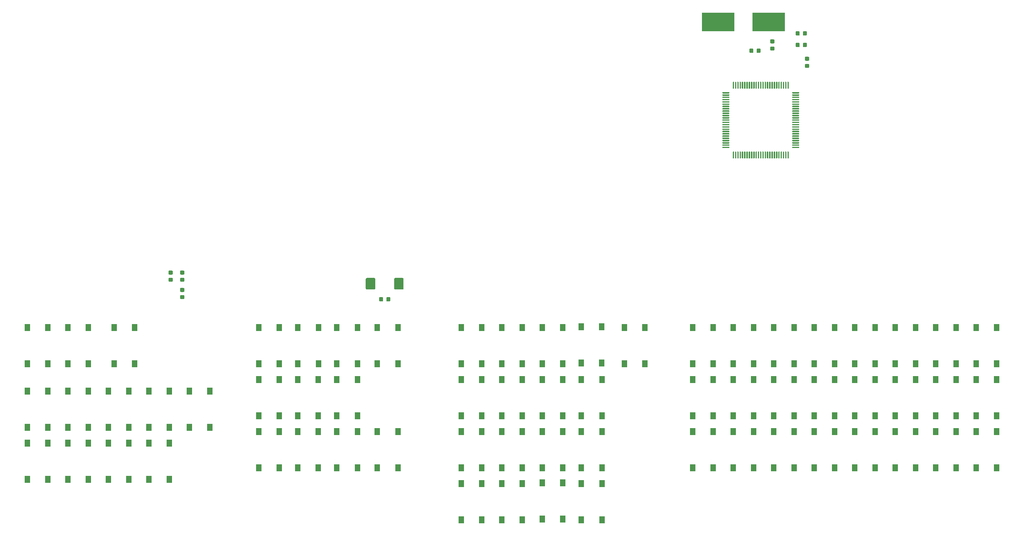
<source format=gbr>
G04 #@! TF.GenerationSoftware,KiCad,Pcbnew,5.1.4-e60b266~84~ubuntu18.04.1*
G04 #@! TF.CreationDate,2019-08-27T08:39:42+03:00*
G04 #@! TF.ProjectId,pcb,7063622e-6b69-4636-9164-5f7063625858,rev?*
G04 #@! TF.SameCoordinates,Original*
G04 #@! TF.FileFunction,Paste,Top*
G04 #@! TF.FilePolarity,Positive*
%FSLAX46Y46*%
G04 Gerber Fmt 4.6, Leading zero omitted, Abs format (unit mm)*
G04 Created by KiCad (PCBNEW 5.1.4-e60b266~84~ubuntu18.04.1) date 2019-08-27 08:39:42*
%MOMM*%
%LPD*%
G04 APERTURE LIST*
%ADD10C,0.100000*%
%ADD11C,0.875000*%
%ADD12C,2.075000*%
%ADD13R,1.300000X1.550000*%
%ADD14R,7.175000X4.100000*%
%ADD15C,0.300000*%
G04 APERTURE END LIST*
D10*
G36*
X54887691Y-79091053D02*
G01*
X54908926Y-79094203D01*
X54929750Y-79099419D01*
X54949962Y-79106651D01*
X54969368Y-79115830D01*
X54987781Y-79126866D01*
X55005024Y-79139654D01*
X55020930Y-79154070D01*
X55035346Y-79169976D01*
X55048134Y-79187219D01*
X55059170Y-79205632D01*
X55068349Y-79225038D01*
X55075581Y-79245250D01*
X55080797Y-79266074D01*
X55083947Y-79287309D01*
X55085000Y-79308750D01*
X55085000Y-79746250D01*
X55083947Y-79767691D01*
X55080797Y-79788926D01*
X55075581Y-79809750D01*
X55068349Y-79829962D01*
X55059170Y-79849368D01*
X55048134Y-79867781D01*
X55035346Y-79885024D01*
X55020930Y-79900930D01*
X55005024Y-79915346D01*
X54987781Y-79928134D01*
X54969368Y-79939170D01*
X54949962Y-79948349D01*
X54929750Y-79955581D01*
X54908926Y-79960797D01*
X54887691Y-79963947D01*
X54866250Y-79965000D01*
X54353750Y-79965000D01*
X54332309Y-79963947D01*
X54311074Y-79960797D01*
X54290250Y-79955581D01*
X54270038Y-79948349D01*
X54250632Y-79939170D01*
X54232219Y-79928134D01*
X54214976Y-79915346D01*
X54199070Y-79900930D01*
X54184654Y-79885024D01*
X54171866Y-79867781D01*
X54160830Y-79849368D01*
X54151651Y-79829962D01*
X54144419Y-79809750D01*
X54139203Y-79788926D01*
X54136053Y-79767691D01*
X54135000Y-79746250D01*
X54135000Y-79308750D01*
X54136053Y-79287309D01*
X54139203Y-79266074D01*
X54144419Y-79245250D01*
X54151651Y-79225038D01*
X54160830Y-79205632D01*
X54171866Y-79187219D01*
X54184654Y-79169976D01*
X54199070Y-79154070D01*
X54214976Y-79139654D01*
X54232219Y-79126866D01*
X54250632Y-79115830D01*
X54270038Y-79106651D01*
X54290250Y-79099419D01*
X54311074Y-79094203D01*
X54332309Y-79091053D01*
X54353750Y-79090000D01*
X54866250Y-79090000D01*
X54887691Y-79091053D01*
X54887691Y-79091053D01*
G37*
D11*
X54610000Y-79527500D03*
D10*
G36*
X54887691Y-77516053D02*
G01*
X54908926Y-77519203D01*
X54929750Y-77524419D01*
X54949962Y-77531651D01*
X54969368Y-77540830D01*
X54987781Y-77551866D01*
X55005024Y-77564654D01*
X55020930Y-77579070D01*
X55035346Y-77594976D01*
X55048134Y-77612219D01*
X55059170Y-77630632D01*
X55068349Y-77650038D01*
X55075581Y-77670250D01*
X55080797Y-77691074D01*
X55083947Y-77712309D01*
X55085000Y-77733750D01*
X55085000Y-78171250D01*
X55083947Y-78192691D01*
X55080797Y-78213926D01*
X55075581Y-78234750D01*
X55068349Y-78254962D01*
X55059170Y-78274368D01*
X55048134Y-78292781D01*
X55035346Y-78310024D01*
X55020930Y-78325930D01*
X55005024Y-78340346D01*
X54987781Y-78353134D01*
X54969368Y-78364170D01*
X54949962Y-78373349D01*
X54929750Y-78380581D01*
X54908926Y-78385797D01*
X54887691Y-78388947D01*
X54866250Y-78390000D01*
X54353750Y-78390000D01*
X54332309Y-78388947D01*
X54311074Y-78385797D01*
X54290250Y-78380581D01*
X54270038Y-78373349D01*
X54250632Y-78364170D01*
X54232219Y-78353134D01*
X54214976Y-78340346D01*
X54199070Y-78325930D01*
X54184654Y-78310024D01*
X54171866Y-78292781D01*
X54160830Y-78274368D01*
X54151651Y-78254962D01*
X54144419Y-78234750D01*
X54139203Y-78213926D01*
X54136053Y-78192691D01*
X54135000Y-78171250D01*
X54135000Y-77733750D01*
X54136053Y-77712309D01*
X54139203Y-77691074D01*
X54144419Y-77670250D01*
X54151651Y-77650038D01*
X54160830Y-77630632D01*
X54171866Y-77612219D01*
X54184654Y-77594976D01*
X54199070Y-77579070D01*
X54214976Y-77564654D01*
X54232219Y-77551866D01*
X54250632Y-77540830D01*
X54270038Y-77531651D01*
X54290250Y-77524419D01*
X54311074Y-77519203D01*
X54332309Y-77516053D01*
X54353750Y-77515000D01*
X54866250Y-77515000D01*
X54887691Y-77516053D01*
X54887691Y-77516053D01*
G37*
D11*
X54610000Y-77952500D03*
D10*
G36*
X57427691Y-82901053D02*
G01*
X57448926Y-82904203D01*
X57469750Y-82909419D01*
X57489962Y-82916651D01*
X57509368Y-82925830D01*
X57527781Y-82936866D01*
X57545024Y-82949654D01*
X57560930Y-82964070D01*
X57575346Y-82979976D01*
X57588134Y-82997219D01*
X57599170Y-83015632D01*
X57608349Y-83035038D01*
X57615581Y-83055250D01*
X57620797Y-83076074D01*
X57623947Y-83097309D01*
X57625000Y-83118750D01*
X57625000Y-83556250D01*
X57623947Y-83577691D01*
X57620797Y-83598926D01*
X57615581Y-83619750D01*
X57608349Y-83639962D01*
X57599170Y-83659368D01*
X57588134Y-83677781D01*
X57575346Y-83695024D01*
X57560930Y-83710930D01*
X57545024Y-83725346D01*
X57527781Y-83738134D01*
X57509368Y-83749170D01*
X57489962Y-83758349D01*
X57469750Y-83765581D01*
X57448926Y-83770797D01*
X57427691Y-83773947D01*
X57406250Y-83775000D01*
X56893750Y-83775000D01*
X56872309Y-83773947D01*
X56851074Y-83770797D01*
X56830250Y-83765581D01*
X56810038Y-83758349D01*
X56790632Y-83749170D01*
X56772219Y-83738134D01*
X56754976Y-83725346D01*
X56739070Y-83710930D01*
X56724654Y-83695024D01*
X56711866Y-83677781D01*
X56700830Y-83659368D01*
X56691651Y-83639962D01*
X56684419Y-83619750D01*
X56679203Y-83598926D01*
X56676053Y-83577691D01*
X56675000Y-83556250D01*
X56675000Y-83118750D01*
X56676053Y-83097309D01*
X56679203Y-83076074D01*
X56684419Y-83055250D01*
X56691651Y-83035038D01*
X56700830Y-83015632D01*
X56711866Y-82997219D01*
X56724654Y-82979976D01*
X56739070Y-82964070D01*
X56754976Y-82949654D01*
X56772219Y-82936866D01*
X56790632Y-82925830D01*
X56810038Y-82916651D01*
X56830250Y-82909419D01*
X56851074Y-82904203D01*
X56872309Y-82901053D01*
X56893750Y-82900000D01*
X57406250Y-82900000D01*
X57427691Y-82901053D01*
X57427691Y-82901053D01*
G37*
D11*
X57150000Y-83337500D03*
D10*
G36*
X57427691Y-81326053D02*
G01*
X57448926Y-81329203D01*
X57469750Y-81334419D01*
X57489962Y-81341651D01*
X57509368Y-81350830D01*
X57527781Y-81361866D01*
X57545024Y-81374654D01*
X57560930Y-81389070D01*
X57575346Y-81404976D01*
X57588134Y-81422219D01*
X57599170Y-81440632D01*
X57608349Y-81460038D01*
X57615581Y-81480250D01*
X57620797Y-81501074D01*
X57623947Y-81522309D01*
X57625000Y-81543750D01*
X57625000Y-81981250D01*
X57623947Y-82002691D01*
X57620797Y-82023926D01*
X57615581Y-82044750D01*
X57608349Y-82064962D01*
X57599170Y-82084368D01*
X57588134Y-82102781D01*
X57575346Y-82120024D01*
X57560930Y-82135930D01*
X57545024Y-82150346D01*
X57527781Y-82163134D01*
X57509368Y-82174170D01*
X57489962Y-82183349D01*
X57469750Y-82190581D01*
X57448926Y-82195797D01*
X57427691Y-82198947D01*
X57406250Y-82200000D01*
X56893750Y-82200000D01*
X56872309Y-82198947D01*
X56851074Y-82195797D01*
X56830250Y-82190581D01*
X56810038Y-82183349D01*
X56790632Y-82174170D01*
X56772219Y-82163134D01*
X56754976Y-82150346D01*
X56739070Y-82135930D01*
X56724654Y-82120024D01*
X56711866Y-82102781D01*
X56700830Y-82084368D01*
X56691651Y-82064962D01*
X56684419Y-82044750D01*
X56679203Y-82023926D01*
X56676053Y-82002691D01*
X56675000Y-81981250D01*
X56675000Y-81543750D01*
X56676053Y-81522309D01*
X56679203Y-81501074D01*
X56684419Y-81480250D01*
X56691651Y-81460038D01*
X56700830Y-81440632D01*
X56711866Y-81422219D01*
X56724654Y-81404976D01*
X56739070Y-81389070D01*
X56754976Y-81374654D01*
X56772219Y-81361866D01*
X56790632Y-81350830D01*
X56810038Y-81341651D01*
X56830250Y-81334419D01*
X56851074Y-81329203D01*
X56872309Y-81326053D01*
X56893750Y-81325000D01*
X57406250Y-81325000D01*
X57427691Y-81326053D01*
X57427691Y-81326053D01*
G37*
D11*
X57150000Y-81762500D03*
D10*
G36*
X57427691Y-77516053D02*
G01*
X57448926Y-77519203D01*
X57469750Y-77524419D01*
X57489962Y-77531651D01*
X57509368Y-77540830D01*
X57527781Y-77551866D01*
X57545024Y-77564654D01*
X57560930Y-77579070D01*
X57575346Y-77594976D01*
X57588134Y-77612219D01*
X57599170Y-77630632D01*
X57608349Y-77650038D01*
X57615581Y-77670250D01*
X57620797Y-77691074D01*
X57623947Y-77712309D01*
X57625000Y-77733750D01*
X57625000Y-78171250D01*
X57623947Y-78192691D01*
X57620797Y-78213926D01*
X57615581Y-78234750D01*
X57608349Y-78254962D01*
X57599170Y-78274368D01*
X57588134Y-78292781D01*
X57575346Y-78310024D01*
X57560930Y-78325930D01*
X57545024Y-78340346D01*
X57527781Y-78353134D01*
X57509368Y-78364170D01*
X57489962Y-78373349D01*
X57469750Y-78380581D01*
X57448926Y-78385797D01*
X57427691Y-78388947D01*
X57406250Y-78390000D01*
X56893750Y-78390000D01*
X56872309Y-78388947D01*
X56851074Y-78385797D01*
X56830250Y-78380581D01*
X56810038Y-78373349D01*
X56790632Y-78364170D01*
X56772219Y-78353134D01*
X56754976Y-78340346D01*
X56739070Y-78325930D01*
X56724654Y-78310024D01*
X56711866Y-78292781D01*
X56700830Y-78274368D01*
X56691651Y-78254962D01*
X56684419Y-78234750D01*
X56679203Y-78213926D01*
X56676053Y-78192691D01*
X56675000Y-78171250D01*
X56675000Y-77733750D01*
X56676053Y-77712309D01*
X56679203Y-77691074D01*
X56684419Y-77670250D01*
X56691651Y-77650038D01*
X56700830Y-77630632D01*
X56711866Y-77612219D01*
X56724654Y-77594976D01*
X56739070Y-77579070D01*
X56754976Y-77564654D01*
X56772219Y-77551866D01*
X56790632Y-77540830D01*
X56810038Y-77531651D01*
X56830250Y-77524419D01*
X56851074Y-77519203D01*
X56872309Y-77516053D01*
X56893750Y-77515000D01*
X57406250Y-77515000D01*
X57427691Y-77516053D01*
X57427691Y-77516053D01*
G37*
D11*
X57150000Y-77952500D03*
D10*
G36*
X57427691Y-79091053D02*
G01*
X57448926Y-79094203D01*
X57469750Y-79099419D01*
X57489962Y-79106651D01*
X57509368Y-79115830D01*
X57527781Y-79126866D01*
X57545024Y-79139654D01*
X57560930Y-79154070D01*
X57575346Y-79169976D01*
X57588134Y-79187219D01*
X57599170Y-79205632D01*
X57608349Y-79225038D01*
X57615581Y-79245250D01*
X57620797Y-79266074D01*
X57623947Y-79287309D01*
X57625000Y-79308750D01*
X57625000Y-79746250D01*
X57623947Y-79767691D01*
X57620797Y-79788926D01*
X57615581Y-79809750D01*
X57608349Y-79829962D01*
X57599170Y-79849368D01*
X57588134Y-79867781D01*
X57575346Y-79885024D01*
X57560930Y-79900930D01*
X57545024Y-79915346D01*
X57527781Y-79928134D01*
X57509368Y-79939170D01*
X57489962Y-79948349D01*
X57469750Y-79955581D01*
X57448926Y-79960797D01*
X57427691Y-79963947D01*
X57406250Y-79965000D01*
X56893750Y-79965000D01*
X56872309Y-79963947D01*
X56851074Y-79960797D01*
X56830250Y-79955581D01*
X56810038Y-79948349D01*
X56790632Y-79939170D01*
X56772219Y-79928134D01*
X56754976Y-79915346D01*
X56739070Y-79900930D01*
X56724654Y-79885024D01*
X56711866Y-79867781D01*
X56700830Y-79849368D01*
X56691651Y-79829962D01*
X56684419Y-79809750D01*
X56679203Y-79788926D01*
X56676053Y-79767691D01*
X56675000Y-79746250D01*
X56675000Y-79308750D01*
X56676053Y-79287309D01*
X56679203Y-79266074D01*
X56684419Y-79245250D01*
X56691651Y-79225038D01*
X56700830Y-79205632D01*
X56711866Y-79187219D01*
X56724654Y-79169976D01*
X56739070Y-79154070D01*
X56754976Y-79139654D01*
X56772219Y-79126866D01*
X56790632Y-79115830D01*
X56810038Y-79106651D01*
X56830250Y-79099419D01*
X56851074Y-79094203D01*
X56872309Y-79091053D01*
X56893750Y-79090000D01*
X57406250Y-79090000D01*
X57427691Y-79091053D01*
X57427691Y-79091053D01*
G37*
D11*
X57150000Y-79527500D03*
D10*
G36*
X105524504Y-79136204D02*
G01*
X105548773Y-79139804D01*
X105572571Y-79145765D01*
X105595671Y-79154030D01*
X105617849Y-79164520D01*
X105638893Y-79177133D01*
X105658598Y-79191747D01*
X105676777Y-79208223D01*
X105693253Y-79226402D01*
X105707867Y-79246107D01*
X105720480Y-79267151D01*
X105730970Y-79289329D01*
X105739235Y-79312429D01*
X105745196Y-79336227D01*
X105748796Y-79360496D01*
X105750000Y-79385000D01*
X105750000Y-81435000D01*
X105748796Y-81459504D01*
X105745196Y-81483773D01*
X105739235Y-81507571D01*
X105730970Y-81530671D01*
X105720480Y-81552849D01*
X105707867Y-81573893D01*
X105693253Y-81593598D01*
X105676777Y-81611777D01*
X105658598Y-81628253D01*
X105638893Y-81642867D01*
X105617849Y-81655480D01*
X105595671Y-81665970D01*
X105572571Y-81674235D01*
X105548773Y-81680196D01*
X105524504Y-81683796D01*
X105500000Y-81685000D01*
X103925000Y-81685000D01*
X103900496Y-81683796D01*
X103876227Y-81680196D01*
X103852429Y-81674235D01*
X103829329Y-81665970D01*
X103807151Y-81655480D01*
X103786107Y-81642867D01*
X103766402Y-81628253D01*
X103748223Y-81611777D01*
X103731747Y-81593598D01*
X103717133Y-81573893D01*
X103704520Y-81552849D01*
X103694030Y-81530671D01*
X103685765Y-81507571D01*
X103679804Y-81483773D01*
X103676204Y-81459504D01*
X103675000Y-81435000D01*
X103675000Y-79385000D01*
X103676204Y-79360496D01*
X103679804Y-79336227D01*
X103685765Y-79312429D01*
X103694030Y-79289329D01*
X103704520Y-79267151D01*
X103717133Y-79246107D01*
X103731747Y-79226402D01*
X103748223Y-79208223D01*
X103766402Y-79191747D01*
X103786107Y-79177133D01*
X103807151Y-79164520D01*
X103829329Y-79154030D01*
X103852429Y-79145765D01*
X103876227Y-79139804D01*
X103900496Y-79136204D01*
X103925000Y-79135000D01*
X105500000Y-79135000D01*
X105524504Y-79136204D01*
X105524504Y-79136204D01*
G37*
D12*
X104712500Y-80410000D03*
D10*
G36*
X99299504Y-79136204D02*
G01*
X99323773Y-79139804D01*
X99347571Y-79145765D01*
X99370671Y-79154030D01*
X99392849Y-79164520D01*
X99413893Y-79177133D01*
X99433598Y-79191747D01*
X99451777Y-79208223D01*
X99468253Y-79226402D01*
X99482867Y-79246107D01*
X99495480Y-79267151D01*
X99505970Y-79289329D01*
X99514235Y-79312429D01*
X99520196Y-79336227D01*
X99523796Y-79360496D01*
X99525000Y-79385000D01*
X99525000Y-81435000D01*
X99523796Y-81459504D01*
X99520196Y-81483773D01*
X99514235Y-81507571D01*
X99505970Y-81530671D01*
X99495480Y-81552849D01*
X99482867Y-81573893D01*
X99468253Y-81593598D01*
X99451777Y-81611777D01*
X99433598Y-81628253D01*
X99413893Y-81642867D01*
X99392849Y-81655480D01*
X99370671Y-81665970D01*
X99347571Y-81674235D01*
X99323773Y-81680196D01*
X99299504Y-81683796D01*
X99275000Y-81685000D01*
X97700000Y-81685000D01*
X97675496Y-81683796D01*
X97651227Y-81680196D01*
X97627429Y-81674235D01*
X97604329Y-81665970D01*
X97582151Y-81655480D01*
X97561107Y-81642867D01*
X97541402Y-81628253D01*
X97523223Y-81611777D01*
X97506747Y-81593598D01*
X97492133Y-81573893D01*
X97479520Y-81552849D01*
X97469030Y-81530671D01*
X97460765Y-81507571D01*
X97454804Y-81483773D01*
X97451204Y-81459504D01*
X97450000Y-81435000D01*
X97450000Y-79385000D01*
X97451204Y-79360496D01*
X97454804Y-79336227D01*
X97460765Y-79312429D01*
X97469030Y-79289329D01*
X97479520Y-79267151D01*
X97492133Y-79246107D01*
X97506747Y-79226402D01*
X97523223Y-79208223D01*
X97541402Y-79191747D01*
X97561107Y-79177133D01*
X97582151Y-79164520D01*
X97604329Y-79154030D01*
X97627429Y-79145765D01*
X97651227Y-79139804D01*
X97675496Y-79136204D01*
X97700000Y-79135000D01*
X99275000Y-79135000D01*
X99299504Y-79136204D01*
X99299504Y-79136204D01*
G37*
D12*
X98487500Y-80410000D03*
D10*
G36*
X101052691Y-83346053D02*
G01*
X101073926Y-83349203D01*
X101094750Y-83354419D01*
X101114962Y-83361651D01*
X101134368Y-83370830D01*
X101152781Y-83381866D01*
X101170024Y-83394654D01*
X101185930Y-83409070D01*
X101200346Y-83424976D01*
X101213134Y-83442219D01*
X101224170Y-83460632D01*
X101233349Y-83480038D01*
X101240581Y-83500250D01*
X101245797Y-83521074D01*
X101248947Y-83542309D01*
X101250000Y-83563750D01*
X101250000Y-84076250D01*
X101248947Y-84097691D01*
X101245797Y-84118926D01*
X101240581Y-84139750D01*
X101233349Y-84159962D01*
X101224170Y-84179368D01*
X101213134Y-84197781D01*
X101200346Y-84215024D01*
X101185930Y-84230930D01*
X101170024Y-84245346D01*
X101152781Y-84258134D01*
X101134368Y-84269170D01*
X101114962Y-84278349D01*
X101094750Y-84285581D01*
X101073926Y-84290797D01*
X101052691Y-84293947D01*
X101031250Y-84295000D01*
X100593750Y-84295000D01*
X100572309Y-84293947D01*
X100551074Y-84290797D01*
X100530250Y-84285581D01*
X100510038Y-84278349D01*
X100490632Y-84269170D01*
X100472219Y-84258134D01*
X100454976Y-84245346D01*
X100439070Y-84230930D01*
X100424654Y-84215024D01*
X100411866Y-84197781D01*
X100400830Y-84179368D01*
X100391651Y-84159962D01*
X100384419Y-84139750D01*
X100379203Y-84118926D01*
X100376053Y-84097691D01*
X100375000Y-84076250D01*
X100375000Y-83563750D01*
X100376053Y-83542309D01*
X100379203Y-83521074D01*
X100384419Y-83500250D01*
X100391651Y-83480038D01*
X100400830Y-83460632D01*
X100411866Y-83442219D01*
X100424654Y-83424976D01*
X100439070Y-83409070D01*
X100454976Y-83394654D01*
X100472219Y-83381866D01*
X100490632Y-83370830D01*
X100510038Y-83361651D01*
X100530250Y-83354419D01*
X100551074Y-83349203D01*
X100572309Y-83346053D01*
X100593750Y-83345000D01*
X101031250Y-83345000D01*
X101052691Y-83346053D01*
X101052691Y-83346053D01*
G37*
D11*
X100812500Y-83820000D03*
D10*
G36*
X102627691Y-83346053D02*
G01*
X102648926Y-83349203D01*
X102669750Y-83354419D01*
X102689962Y-83361651D01*
X102709368Y-83370830D01*
X102727781Y-83381866D01*
X102745024Y-83394654D01*
X102760930Y-83409070D01*
X102775346Y-83424976D01*
X102788134Y-83442219D01*
X102799170Y-83460632D01*
X102808349Y-83480038D01*
X102815581Y-83500250D01*
X102820797Y-83521074D01*
X102823947Y-83542309D01*
X102825000Y-83563750D01*
X102825000Y-84076250D01*
X102823947Y-84097691D01*
X102820797Y-84118926D01*
X102815581Y-84139750D01*
X102808349Y-84159962D01*
X102799170Y-84179368D01*
X102788134Y-84197781D01*
X102775346Y-84215024D01*
X102760930Y-84230930D01*
X102745024Y-84245346D01*
X102727781Y-84258134D01*
X102709368Y-84269170D01*
X102689962Y-84278349D01*
X102669750Y-84285581D01*
X102648926Y-84290797D01*
X102627691Y-84293947D01*
X102606250Y-84295000D01*
X102168750Y-84295000D01*
X102147309Y-84293947D01*
X102126074Y-84290797D01*
X102105250Y-84285581D01*
X102085038Y-84278349D01*
X102065632Y-84269170D01*
X102047219Y-84258134D01*
X102029976Y-84245346D01*
X102014070Y-84230930D01*
X101999654Y-84215024D01*
X101986866Y-84197781D01*
X101975830Y-84179368D01*
X101966651Y-84159962D01*
X101959419Y-84139750D01*
X101954203Y-84118926D01*
X101951053Y-84097691D01*
X101950000Y-84076250D01*
X101950000Y-83563750D01*
X101951053Y-83542309D01*
X101954203Y-83521074D01*
X101959419Y-83500250D01*
X101966651Y-83480038D01*
X101975830Y-83460632D01*
X101986866Y-83442219D01*
X101999654Y-83424976D01*
X102014070Y-83409070D01*
X102029976Y-83394654D01*
X102047219Y-83381866D01*
X102065632Y-83370830D01*
X102085038Y-83361651D01*
X102105250Y-83354419D01*
X102126074Y-83349203D01*
X102147309Y-83346053D01*
X102168750Y-83345000D01*
X102606250Y-83345000D01*
X102627691Y-83346053D01*
X102627691Y-83346053D01*
G37*
D11*
X102387500Y-83820000D03*
D10*
G36*
X194067691Y-27466053D02*
G01*
X194088926Y-27469203D01*
X194109750Y-27474419D01*
X194129962Y-27481651D01*
X194149368Y-27490830D01*
X194167781Y-27501866D01*
X194185024Y-27514654D01*
X194200930Y-27529070D01*
X194215346Y-27544976D01*
X194228134Y-27562219D01*
X194239170Y-27580632D01*
X194248349Y-27600038D01*
X194255581Y-27620250D01*
X194260797Y-27641074D01*
X194263947Y-27662309D01*
X194265000Y-27683750D01*
X194265000Y-28196250D01*
X194263947Y-28217691D01*
X194260797Y-28238926D01*
X194255581Y-28259750D01*
X194248349Y-28279962D01*
X194239170Y-28299368D01*
X194228134Y-28317781D01*
X194215346Y-28335024D01*
X194200930Y-28350930D01*
X194185024Y-28365346D01*
X194167781Y-28378134D01*
X194149368Y-28389170D01*
X194129962Y-28398349D01*
X194109750Y-28405581D01*
X194088926Y-28410797D01*
X194067691Y-28413947D01*
X194046250Y-28415000D01*
X193608750Y-28415000D01*
X193587309Y-28413947D01*
X193566074Y-28410797D01*
X193545250Y-28405581D01*
X193525038Y-28398349D01*
X193505632Y-28389170D01*
X193487219Y-28378134D01*
X193469976Y-28365346D01*
X193454070Y-28350930D01*
X193439654Y-28335024D01*
X193426866Y-28317781D01*
X193415830Y-28299368D01*
X193406651Y-28279962D01*
X193399419Y-28259750D01*
X193394203Y-28238926D01*
X193391053Y-28217691D01*
X193390000Y-28196250D01*
X193390000Y-27683750D01*
X193391053Y-27662309D01*
X193394203Y-27641074D01*
X193399419Y-27620250D01*
X193406651Y-27600038D01*
X193415830Y-27580632D01*
X193426866Y-27562219D01*
X193439654Y-27544976D01*
X193454070Y-27529070D01*
X193469976Y-27514654D01*
X193487219Y-27501866D01*
X193505632Y-27490830D01*
X193525038Y-27481651D01*
X193545250Y-27474419D01*
X193566074Y-27469203D01*
X193587309Y-27466053D01*
X193608750Y-27465000D01*
X194046250Y-27465000D01*
X194067691Y-27466053D01*
X194067691Y-27466053D01*
G37*
D11*
X193827500Y-27940000D03*
D10*
G36*
X192492691Y-27466053D02*
G01*
X192513926Y-27469203D01*
X192534750Y-27474419D01*
X192554962Y-27481651D01*
X192574368Y-27490830D01*
X192592781Y-27501866D01*
X192610024Y-27514654D01*
X192625930Y-27529070D01*
X192640346Y-27544976D01*
X192653134Y-27562219D01*
X192664170Y-27580632D01*
X192673349Y-27600038D01*
X192680581Y-27620250D01*
X192685797Y-27641074D01*
X192688947Y-27662309D01*
X192690000Y-27683750D01*
X192690000Y-28196250D01*
X192688947Y-28217691D01*
X192685797Y-28238926D01*
X192680581Y-28259750D01*
X192673349Y-28279962D01*
X192664170Y-28299368D01*
X192653134Y-28317781D01*
X192640346Y-28335024D01*
X192625930Y-28350930D01*
X192610024Y-28365346D01*
X192592781Y-28378134D01*
X192574368Y-28389170D01*
X192554962Y-28398349D01*
X192534750Y-28405581D01*
X192513926Y-28410797D01*
X192492691Y-28413947D01*
X192471250Y-28415000D01*
X192033750Y-28415000D01*
X192012309Y-28413947D01*
X191991074Y-28410797D01*
X191970250Y-28405581D01*
X191950038Y-28398349D01*
X191930632Y-28389170D01*
X191912219Y-28378134D01*
X191894976Y-28365346D01*
X191879070Y-28350930D01*
X191864654Y-28335024D01*
X191851866Y-28317781D01*
X191840830Y-28299368D01*
X191831651Y-28279962D01*
X191824419Y-28259750D01*
X191819203Y-28238926D01*
X191816053Y-28217691D01*
X191815000Y-28196250D01*
X191815000Y-27683750D01*
X191816053Y-27662309D01*
X191819203Y-27641074D01*
X191824419Y-27620250D01*
X191831651Y-27600038D01*
X191840830Y-27580632D01*
X191851866Y-27562219D01*
X191864654Y-27544976D01*
X191879070Y-27529070D01*
X191894976Y-27514654D01*
X191912219Y-27501866D01*
X191930632Y-27490830D01*
X191950038Y-27481651D01*
X191970250Y-27474419D01*
X191991074Y-27469203D01*
X192012309Y-27466053D01*
X192033750Y-27465000D01*
X192471250Y-27465000D01*
X192492691Y-27466053D01*
X192492691Y-27466053D01*
G37*
D11*
X192252500Y-27940000D03*
D10*
G36*
X194587691Y-30526053D02*
G01*
X194608926Y-30529203D01*
X194629750Y-30534419D01*
X194649962Y-30541651D01*
X194669368Y-30550830D01*
X194687781Y-30561866D01*
X194705024Y-30574654D01*
X194720930Y-30589070D01*
X194735346Y-30604976D01*
X194748134Y-30622219D01*
X194759170Y-30640632D01*
X194768349Y-30660038D01*
X194775581Y-30680250D01*
X194780797Y-30701074D01*
X194783947Y-30722309D01*
X194785000Y-30743750D01*
X194785000Y-31181250D01*
X194783947Y-31202691D01*
X194780797Y-31223926D01*
X194775581Y-31244750D01*
X194768349Y-31264962D01*
X194759170Y-31284368D01*
X194748134Y-31302781D01*
X194735346Y-31320024D01*
X194720930Y-31335930D01*
X194705024Y-31350346D01*
X194687781Y-31363134D01*
X194669368Y-31374170D01*
X194649962Y-31383349D01*
X194629750Y-31390581D01*
X194608926Y-31395797D01*
X194587691Y-31398947D01*
X194566250Y-31400000D01*
X194053750Y-31400000D01*
X194032309Y-31398947D01*
X194011074Y-31395797D01*
X193990250Y-31390581D01*
X193970038Y-31383349D01*
X193950632Y-31374170D01*
X193932219Y-31363134D01*
X193914976Y-31350346D01*
X193899070Y-31335930D01*
X193884654Y-31320024D01*
X193871866Y-31302781D01*
X193860830Y-31284368D01*
X193851651Y-31264962D01*
X193844419Y-31244750D01*
X193839203Y-31223926D01*
X193836053Y-31202691D01*
X193835000Y-31181250D01*
X193835000Y-30743750D01*
X193836053Y-30722309D01*
X193839203Y-30701074D01*
X193844419Y-30680250D01*
X193851651Y-30660038D01*
X193860830Y-30640632D01*
X193871866Y-30622219D01*
X193884654Y-30604976D01*
X193899070Y-30589070D01*
X193914976Y-30574654D01*
X193932219Y-30561866D01*
X193950632Y-30550830D01*
X193970038Y-30541651D01*
X193990250Y-30534419D01*
X194011074Y-30529203D01*
X194032309Y-30526053D01*
X194053750Y-30525000D01*
X194566250Y-30525000D01*
X194587691Y-30526053D01*
X194587691Y-30526053D01*
G37*
D11*
X194310000Y-30962500D03*
D10*
G36*
X194587691Y-32101053D02*
G01*
X194608926Y-32104203D01*
X194629750Y-32109419D01*
X194649962Y-32116651D01*
X194669368Y-32125830D01*
X194687781Y-32136866D01*
X194705024Y-32149654D01*
X194720930Y-32164070D01*
X194735346Y-32179976D01*
X194748134Y-32197219D01*
X194759170Y-32215632D01*
X194768349Y-32235038D01*
X194775581Y-32255250D01*
X194780797Y-32276074D01*
X194783947Y-32297309D01*
X194785000Y-32318750D01*
X194785000Y-32756250D01*
X194783947Y-32777691D01*
X194780797Y-32798926D01*
X194775581Y-32819750D01*
X194768349Y-32839962D01*
X194759170Y-32859368D01*
X194748134Y-32877781D01*
X194735346Y-32895024D01*
X194720930Y-32910930D01*
X194705024Y-32925346D01*
X194687781Y-32938134D01*
X194669368Y-32949170D01*
X194649962Y-32958349D01*
X194629750Y-32965581D01*
X194608926Y-32970797D01*
X194587691Y-32973947D01*
X194566250Y-32975000D01*
X194053750Y-32975000D01*
X194032309Y-32973947D01*
X194011074Y-32970797D01*
X193990250Y-32965581D01*
X193970038Y-32958349D01*
X193950632Y-32949170D01*
X193932219Y-32938134D01*
X193914976Y-32925346D01*
X193899070Y-32910930D01*
X193884654Y-32895024D01*
X193871866Y-32877781D01*
X193860830Y-32859368D01*
X193851651Y-32839962D01*
X193844419Y-32819750D01*
X193839203Y-32798926D01*
X193836053Y-32777691D01*
X193835000Y-32756250D01*
X193835000Y-32318750D01*
X193836053Y-32297309D01*
X193839203Y-32276074D01*
X193844419Y-32255250D01*
X193851651Y-32235038D01*
X193860830Y-32215632D01*
X193871866Y-32197219D01*
X193884654Y-32179976D01*
X193899070Y-32164070D01*
X193914976Y-32149654D01*
X193932219Y-32136866D01*
X193950632Y-32125830D01*
X193970038Y-32116651D01*
X193990250Y-32109419D01*
X194011074Y-32104203D01*
X194032309Y-32101053D01*
X194053750Y-32100000D01*
X194566250Y-32100000D01*
X194587691Y-32101053D01*
X194587691Y-32101053D01*
G37*
D11*
X194310000Y-32537500D03*
D10*
G36*
X194067691Y-24926053D02*
G01*
X194088926Y-24929203D01*
X194109750Y-24934419D01*
X194129962Y-24941651D01*
X194149368Y-24950830D01*
X194167781Y-24961866D01*
X194185024Y-24974654D01*
X194200930Y-24989070D01*
X194215346Y-25004976D01*
X194228134Y-25022219D01*
X194239170Y-25040632D01*
X194248349Y-25060038D01*
X194255581Y-25080250D01*
X194260797Y-25101074D01*
X194263947Y-25122309D01*
X194265000Y-25143750D01*
X194265000Y-25656250D01*
X194263947Y-25677691D01*
X194260797Y-25698926D01*
X194255581Y-25719750D01*
X194248349Y-25739962D01*
X194239170Y-25759368D01*
X194228134Y-25777781D01*
X194215346Y-25795024D01*
X194200930Y-25810930D01*
X194185024Y-25825346D01*
X194167781Y-25838134D01*
X194149368Y-25849170D01*
X194129962Y-25858349D01*
X194109750Y-25865581D01*
X194088926Y-25870797D01*
X194067691Y-25873947D01*
X194046250Y-25875000D01*
X193608750Y-25875000D01*
X193587309Y-25873947D01*
X193566074Y-25870797D01*
X193545250Y-25865581D01*
X193525038Y-25858349D01*
X193505632Y-25849170D01*
X193487219Y-25838134D01*
X193469976Y-25825346D01*
X193454070Y-25810930D01*
X193439654Y-25795024D01*
X193426866Y-25777781D01*
X193415830Y-25759368D01*
X193406651Y-25739962D01*
X193399419Y-25719750D01*
X193394203Y-25698926D01*
X193391053Y-25677691D01*
X193390000Y-25656250D01*
X193390000Y-25143750D01*
X193391053Y-25122309D01*
X193394203Y-25101074D01*
X193399419Y-25080250D01*
X193406651Y-25060038D01*
X193415830Y-25040632D01*
X193426866Y-25022219D01*
X193439654Y-25004976D01*
X193454070Y-24989070D01*
X193469976Y-24974654D01*
X193487219Y-24961866D01*
X193505632Y-24950830D01*
X193525038Y-24941651D01*
X193545250Y-24934419D01*
X193566074Y-24929203D01*
X193587309Y-24926053D01*
X193608750Y-24925000D01*
X194046250Y-24925000D01*
X194067691Y-24926053D01*
X194067691Y-24926053D01*
G37*
D11*
X193827500Y-25400000D03*
D10*
G36*
X192492691Y-24926053D02*
G01*
X192513926Y-24929203D01*
X192534750Y-24934419D01*
X192554962Y-24941651D01*
X192574368Y-24950830D01*
X192592781Y-24961866D01*
X192610024Y-24974654D01*
X192625930Y-24989070D01*
X192640346Y-25004976D01*
X192653134Y-25022219D01*
X192664170Y-25040632D01*
X192673349Y-25060038D01*
X192680581Y-25080250D01*
X192685797Y-25101074D01*
X192688947Y-25122309D01*
X192690000Y-25143750D01*
X192690000Y-25656250D01*
X192688947Y-25677691D01*
X192685797Y-25698926D01*
X192680581Y-25719750D01*
X192673349Y-25739962D01*
X192664170Y-25759368D01*
X192653134Y-25777781D01*
X192640346Y-25795024D01*
X192625930Y-25810930D01*
X192610024Y-25825346D01*
X192592781Y-25838134D01*
X192574368Y-25849170D01*
X192554962Y-25858349D01*
X192534750Y-25865581D01*
X192513926Y-25870797D01*
X192492691Y-25873947D01*
X192471250Y-25875000D01*
X192033750Y-25875000D01*
X192012309Y-25873947D01*
X191991074Y-25870797D01*
X191970250Y-25865581D01*
X191950038Y-25858349D01*
X191930632Y-25849170D01*
X191912219Y-25838134D01*
X191894976Y-25825346D01*
X191879070Y-25810930D01*
X191864654Y-25795024D01*
X191851866Y-25777781D01*
X191840830Y-25759368D01*
X191831651Y-25739962D01*
X191824419Y-25719750D01*
X191819203Y-25698926D01*
X191816053Y-25677691D01*
X191815000Y-25656250D01*
X191815000Y-25143750D01*
X191816053Y-25122309D01*
X191819203Y-25101074D01*
X191824419Y-25080250D01*
X191831651Y-25060038D01*
X191840830Y-25040632D01*
X191851866Y-25022219D01*
X191864654Y-25004976D01*
X191879070Y-24989070D01*
X191894976Y-24974654D01*
X191912219Y-24961866D01*
X191930632Y-24950830D01*
X191950038Y-24941651D01*
X191970250Y-24934419D01*
X191991074Y-24929203D01*
X192012309Y-24926053D01*
X192033750Y-24925000D01*
X192471250Y-24925000D01*
X192492691Y-24926053D01*
X192492691Y-24926053D01*
G37*
D11*
X192252500Y-25400000D03*
D13*
X231430000Y-120820000D03*
X235930000Y-120820000D03*
X235930000Y-112860000D03*
X231430000Y-112860000D03*
X222540000Y-120820000D03*
X227040000Y-120820000D03*
X227040000Y-112860000D03*
X222540000Y-112860000D03*
X213650000Y-120820000D03*
X218150000Y-120820000D03*
X218150000Y-112860000D03*
X213650000Y-112860000D03*
X204760000Y-120820000D03*
X209260000Y-120820000D03*
X209260000Y-112860000D03*
X204760000Y-112860000D03*
X195870000Y-120820000D03*
X200370000Y-120820000D03*
X200370000Y-112860000D03*
X195870000Y-112860000D03*
X186980000Y-120820000D03*
X191480000Y-120820000D03*
X191480000Y-112860000D03*
X186980000Y-112860000D03*
X178090000Y-120820000D03*
X182590000Y-120820000D03*
X182590000Y-112860000D03*
X178090000Y-112860000D03*
X169200000Y-120820000D03*
X173700000Y-120820000D03*
X173700000Y-112860000D03*
X169200000Y-112860000D03*
X231430000Y-109390000D03*
X235930000Y-109390000D03*
X235930000Y-101430000D03*
X231430000Y-101430000D03*
X222540000Y-109390000D03*
X227040000Y-109390000D03*
X227040000Y-101430000D03*
X222540000Y-101430000D03*
X213650000Y-109390000D03*
X218150000Y-109390000D03*
X218150000Y-101430000D03*
X213650000Y-101430000D03*
X204760000Y-109390000D03*
X209260000Y-109390000D03*
X209260000Y-101430000D03*
X204760000Y-101430000D03*
X195870000Y-109390000D03*
X200370000Y-109390000D03*
X200370000Y-101430000D03*
X195870000Y-101430000D03*
X186980000Y-109390000D03*
X191480000Y-109390000D03*
X191480000Y-101430000D03*
X186980000Y-101430000D03*
X178090000Y-109390000D03*
X182590000Y-109390000D03*
X182590000Y-101430000D03*
X178090000Y-101430000D03*
X169200000Y-109390000D03*
X173700000Y-109390000D03*
X173700000Y-101430000D03*
X169200000Y-101430000D03*
X231430000Y-97960000D03*
X235930000Y-97960000D03*
X235930000Y-90000000D03*
X231430000Y-90000000D03*
X222540000Y-97960000D03*
X227040000Y-97960000D03*
X227040000Y-90000000D03*
X222540000Y-90000000D03*
X213650000Y-97960000D03*
X218150000Y-97960000D03*
X218150000Y-90000000D03*
X213650000Y-90000000D03*
X204760000Y-97960000D03*
X209260000Y-97960000D03*
X209260000Y-90000000D03*
X204760000Y-90000000D03*
X195870000Y-97960000D03*
X200370000Y-97960000D03*
X200370000Y-90000000D03*
X195870000Y-90000000D03*
X186980000Y-97960000D03*
X191480000Y-97960000D03*
X191480000Y-90000000D03*
X186980000Y-90000000D03*
X178090000Y-97960000D03*
X182590000Y-97960000D03*
X182590000Y-90000000D03*
X178090000Y-90000000D03*
X169200000Y-97960000D03*
X173700000Y-97960000D03*
X173700000Y-90000000D03*
X169200000Y-90000000D03*
X136180000Y-132080000D03*
X140680000Y-132080000D03*
X140680000Y-124120000D03*
X136180000Y-124120000D03*
X127290000Y-132250000D03*
X131790000Y-132250000D03*
X131790000Y-124290000D03*
X127290000Y-124290000D03*
X118400000Y-132250000D03*
X122900000Y-132250000D03*
X122900000Y-124290000D03*
X118400000Y-124290000D03*
X144780000Y-120820000D03*
X149280000Y-120820000D03*
X149280000Y-112860000D03*
X144780000Y-112860000D03*
X136180000Y-120820000D03*
X140680000Y-120820000D03*
X140680000Y-112860000D03*
X136180000Y-112860000D03*
X127290000Y-120820000D03*
X131790000Y-120820000D03*
X131790000Y-112860000D03*
X127290000Y-112860000D03*
X118400000Y-120820000D03*
X122900000Y-120820000D03*
X122900000Y-112860000D03*
X118400000Y-112860000D03*
X144780000Y-109390000D03*
X149280000Y-109390000D03*
X149280000Y-101430000D03*
X144780000Y-101430000D03*
X136180000Y-109390000D03*
X140680000Y-109390000D03*
X140680000Y-101430000D03*
X136180000Y-101430000D03*
X127290000Y-109390000D03*
X131790000Y-109390000D03*
X131790000Y-101430000D03*
X127290000Y-101430000D03*
X118400000Y-109390000D03*
X122900000Y-109390000D03*
X122900000Y-101430000D03*
X118400000Y-101430000D03*
X144725000Y-97790000D03*
X149225000Y-97790000D03*
X149225000Y-89830000D03*
X144725000Y-89830000D03*
X136180000Y-97960000D03*
X140680000Y-97960000D03*
X140680000Y-90000000D03*
X136180000Y-90000000D03*
X127290000Y-97960000D03*
X131790000Y-97960000D03*
X131790000Y-90000000D03*
X127290000Y-90000000D03*
X118400000Y-97960000D03*
X122900000Y-97960000D03*
X122900000Y-90000000D03*
X118400000Y-90000000D03*
X144780000Y-132250000D03*
X149280000Y-132250000D03*
X149280000Y-124290000D03*
X144780000Y-124290000D03*
X73950000Y-120820000D03*
X78450000Y-120820000D03*
X78450000Y-112860000D03*
X73950000Y-112860000D03*
X91095000Y-109390000D03*
X95595000Y-109390000D03*
X95595000Y-101430000D03*
X91095000Y-101430000D03*
X82495000Y-109390000D03*
X86995000Y-109390000D03*
X86995000Y-101430000D03*
X82495000Y-101430000D03*
X73950000Y-109390000D03*
X78450000Y-109390000D03*
X78450000Y-101430000D03*
X73950000Y-101430000D03*
X91095000Y-97960000D03*
X95595000Y-97960000D03*
X95595000Y-90000000D03*
X91095000Y-90000000D03*
X82550000Y-97960000D03*
X87050000Y-97960000D03*
X87050000Y-90000000D03*
X82550000Y-90000000D03*
X73950000Y-97960000D03*
X78450000Y-97960000D03*
X78450000Y-90000000D03*
X73950000Y-90000000D03*
X99985000Y-120820000D03*
X104485000Y-120820000D03*
X104485000Y-112860000D03*
X99985000Y-112860000D03*
X40930000Y-123360000D03*
X45430000Y-123360000D03*
X45430000Y-115400000D03*
X40930000Y-115400000D03*
X32040000Y-123360000D03*
X36540000Y-123360000D03*
X36540000Y-115400000D03*
X32040000Y-115400000D03*
X23150000Y-123360000D03*
X27650000Y-123360000D03*
X27650000Y-115400000D03*
X23150000Y-115400000D03*
X49820000Y-111930000D03*
X54320000Y-111930000D03*
X54320000Y-103970000D03*
X49820000Y-103970000D03*
X40930000Y-111930000D03*
X45430000Y-111930000D03*
X45430000Y-103970000D03*
X40930000Y-103970000D03*
X32040000Y-111930000D03*
X36540000Y-111930000D03*
X36540000Y-103970000D03*
X32040000Y-103970000D03*
X23150000Y-111930000D03*
X27650000Y-111930000D03*
X27650000Y-103970000D03*
X23150000Y-103970000D03*
X49820000Y-123360000D03*
X54320000Y-123360000D03*
X54320000Y-115400000D03*
X49820000Y-115400000D03*
X58710000Y-111930000D03*
X63210000Y-111930000D03*
X63210000Y-103970000D03*
X58710000Y-103970000D03*
X42200000Y-97960000D03*
X46700000Y-97960000D03*
X46700000Y-90000000D03*
X42200000Y-90000000D03*
X154250000Y-97960000D03*
X158750000Y-97960000D03*
X158750000Y-90000000D03*
X154250000Y-90000000D03*
X99985000Y-97960000D03*
X104485000Y-97960000D03*
X104485000Y-90000000D03*
X99985000Y-90000000D03*
X91095000Y-120820000D03*
X95595000Y-120820000D03*
X95595000Y-112860000D03*
X91095000Y-112860000D03*
X82495000Y-120820000D03*
X86995000Y-120820000D03*
X86995000Y-112860000D03*
X82495000Y-112860000D03*
X23150000Y-97960000D03*
X27650000Y-97960000D03*
X27650000Y-90000000D03*
X23150000Y-90000000D03*
X32040000Y-97960000D03*
X36540000Y-97960000D03*
X36540000Y-90000000D03*
X32040000Y-90000000D03*
D14*
X174802500Y-22860000D03*
X185877500Y-22860000D03*
D10*
G36*
X190232351Y-51375361D02*
G01*
X190239632Y-51376441D01*
X190246771Y-51378229D01*
X190253701Y-51380709D01*
X190260355Y-51383856D01*
X190266668Y-51387640D01*
X190272579Y-51392024D01*
X190278033Y-51396967D01*
X190282976Y-51402421D01*
X190287360Y-51408332D01*
X190291144Y-51414645D01*
X190294291Y-51421299D01*
X190296771Y-51428229D01*
X190298559Y-51435368D01*
X190299639Y-51442649D01*
X190300000Y-51450000D01*
X190300000Y-52775000D01*
X190299639Y-52782351D01*
X190298559Y-52789632D01*
X190296771Y-52796771D01*
X190294291Y-52803701D01*
X190291144Y-52810355D01*
X190287360Y-52816668D01*
X190282976Y-52822579D01*
X190278033Y-52828033D01*
X190272579Y-52832976D01*
X190266668Y-52837360D01*
X190260355Y-52841144D01*
X190253701Y-52844291D01*
X190246771Y-52846771D01*
X190239632Y-52848559D01*
X190232351Y-52849639D01*
X190225000Y-52850000D01*
X190075000Y-52850000D01*
X190067649Y-52849639D01*
X190060368Y-52848559D01*
X190053229Y-52846771D01*
X190046299Y-52844291D01*
X190039645Y-52841144D01*
X190033332Y-52837360D01*
X190027421Y-52832976D01*
X190021967Y-52828033D01*
X190017024Y-52822579D01*
X190012640Y-52816668D01*
X190008856Y-52810355D01*
X190005709Y-52803701D01*
X190003229Y-52796771D01*
X190001441Y-52789632D01*
X190000361Y-52782351D01*
X190000000Y-52775000D01*
X190000000Y-51450000D01*
X190000361Y-51442649D01*
X190001441Y-51435368D01*
X190003229Y-51428229D01*
X190005709Y-51421299D01*
X190008856Y-51414645D01*
X190012640Y-51408332D01*
X190017024Y-51402421D01*
X190021967Y-51396967D01*
X190027421Y-51392024D01*
X190033332Y-51387640D01*
X190039645Y-51383856D01*
X190046299Y-51380709D01*
X190053229Y-51378229D01*
X190060368Y-51376441D01*
X190067649Y-51375361D01*
X190075000Y-51375000D01*
X190225000Y-51375000D01*
X190232351Y-51375361D01*
X190232351Y-51375361D01*
G37*
D15*
X190150000Y-52112500D03*
D10*
G36*
X189732351Y-51375361D02*
G01*
X189739632Y-51376441D01*
X189746771Y-51378229D01*
X189753701Y-51380709D01*
X189760355Y-51383856D01*
X189766668Y-51387640D01*
X189772579Y-51392024D01*
X189778033Y-51396967D01*
X189782976Y-51402421D01*
X189787360Y-51408332D01*
X189791144Y-51414645D01*
X189794291Y-51421299D01*
X189796771Y-51428229D01*
X189798559Y-51435368D01*
X189799639Y-51442649D01*
X189800000Y-51450000D01*
X189800000Y-52775000D01*
X189799639Y-52782351D01*
X189798559Y-52789632D01*
X189796771Y-52796771D01*
X189794291Y-52803701D01*
X189791144Y-52810355D01*
X189787360Y-52816668D01*
X189782976Y-52822579D01*
X189778033Y-52828033D01*
X189772579Y-52832976D01*
X189766668Y-52837360D01*
X189760355Y-52841144D01*
X189753701Y-52844291D01*
X189746771Y-52846771D01*
X189739632Y-52848559D01*
X189732351Y-52849639D01*
X189725000Y-52850000D01*
X189575000Y-52850000D01*
X189567649Y-52849639D01*
X189560368Y-52848559D01*
X189553229Y-52846771D01*
X189546299Y-52844291D01*
X189539645Y-52841144D01*
X189533332Y-52837360D01*
X189527421Y-52832976D01*
X189521967Y-52828033D01*
X189517024Y-52822579D01*
X189512640Y-52816668D01*
X189508856Y-52810355D01*
X189505709Y-52803701D01*
X189503229Y-52796771D01*
X189501441Y-52789632D01*
X189500361Y-52782351D01*
X189500000Y-52775000D01*
X189500000Y-51450000D01*
X189500361Y-51442649D01*
X189501441Y-51435368D01*
X189503229Y-51428229D01*
X189505709Y-51421299D01*
X189508856Y-51414645D01*
X189512640Y-51408332D01*
X189517024Y-51402421D01*
X189521967Y-51396967D01*
X189527421Y-51392024D01*
X189533332Y-51387640D01*
X189539645Y-51383856D01*
X189546299Y-51380709D01*
X189553229Y-51378229D01*
X189560368Y-51376441D01*
X189567649Y-51375361D01*
X189575000Y-51375000D01*
X189725000Y-51375000D01*
X189732351Y-51375361D01*
X189732351Y-51375361D01*
G37*
D15*
X189650000Y-52112500D03*
D10*
G36*
X189232351Y-51375361D02*
G01*
X189239632Y-51376441D01*
X189246771Y-51378229D01*
X189253701Y-51380709D01*
X189260355Y-51383856D01*
X189266668Y-51387640D01*
X189272579Y-51392024D01*
X189278033Y-51396967D01*
X189282976Y-51402421D01*
X189287360Y-51408332D01*
X189291144Y-51414645D01*
X189294291Y-51421299D01*
X189296771Y-51428229D01*
X189298559Y-51435368D01*
X189299639Y-51442649D01*
X189300000Y-51450000D01*
X189300000Y-52775000D01*
X189299639Y-52782351D01*
X189298559Y-52789632D01*
X189296771Y-52796771D01*
X189294291Y-52803701D01*
X189291144Y-52810355D01*
X189287360Y-52816668D01*
X189282976Y-52822579D01*
X189278033Y-52828033D01*
X189272579Y-52832976D01*
X189266668Y-52837360D01*
X189260355Y-52841144D01*
X189253701Y-52844291D01*
X189246771Y-52846771D01*
X189239632Y-52848559D01*
X189232351Y-52849639D01*
X189225000Y-52850000D01*
X189075000Y-52850000D01*
X189067649Y-52849639D01*
X189060368Y-52848559D01*
X189053229Y-52846771D01*
X189046299Y-52844291D01*
X189039645Y-52841144D01*
X189033332Y-52837360D01*
X189027421Y-52832976D01*
X189021967Y-52828033D01*
X189017024Y-52822579D01*
X189012640Y-52816668D01*
X189008856Y-52810355D01*
X189005709Y-52803701D01*
X189003229Y-52796771D01*
X189001441Y-52789632D01*
X189000361Y-52782351D01*
X189000000Y-52775000D01*
X189000000Y-51450000D01*
X189000361Y-51442649D01*
X189001441Y-51435368D01*
X189003229Y-51428229D01*
X189005709Y-51421299D01*
X189008856Y-51414645D01*
X189012640Y-51408332D01*
X189017024Y-51402421D01*
X189021967Y-51396967D01*
X189027421Y-51392024D01*
X189033332Y-51387640D01*
X189039645Y-51383856D01*
X189046299Y-51380709D01*
X189053229Y-51378229D01*
X189060368Y-51376441D01*
X189067649Y-51375361D01*
X189075000Y-51375000D01*
X189225000Y-51375000D01*
X189232351Y-51375361D01*
X189232351Y-51375361D01*
G37*
D15*
X189150000Y-52112500D03*
D10*
G36*
X188732351Y-51375361D02*
G01*
X188739632Y-51376441D01*
X188746771Y-51378229D01*
X188753701Y-51380709D01*
X188760355Y-51383856D01*
X188766668Y-51387640D01*
X188772579Y-51392024D01*
X188778033Y-51396967D01*
X188782976Y-51402421D01*
X188787360Y-51408332D01*
X188791144Y-51414645D01*
X188794291Y-51421299D01*
X188796771Y-51428229D01*
X188798559Y-51435368D01*
X188799639Y-51442649D01*
X188800000Y-51450000D01*
X188800000Y-52775000D01*
X188799639Y-52782351D01*
X188798559Y-52789632D01*
X188796771Y-52796771D01*
X188794291Y-52803701D01*
X188791144Y-52810355D01*
X188787360Y-52816668D01*
X188782976Y-52822579D01*
X188778033Y-52828033D01*
X188772579Y-52832976D01*
X188766668Y-52837360D01*
X188760355Y-52841144D01*
X188753701Y-52844291D01*
X188746771Y-52846771D01*
X188739632Y-52848559D01*
X188732351Y-52849639D01*
X188725000Y-52850000D01*
X188575000Y-52850000D01*
X188567649Y-52849639D01*
X188560368Y-52848559D01*
X188553229Y-52846771D01*
X188546299Y-52844291D01*
X188539645Y-52841144D01*
X188533332Y-52837360D01*
X188527421Y-52832976D01*
X188521967Y-52828033D01*
X188517024Y-52822579D01*
X188512640Y-52816668D01*
X188508856Y-52810355D01*
X188505709Y-52803701D01*
X188503229Y-52796771D01*
X188501441Y-52789632D01*
X188500361Y-52782351D01*
X188500000Y-52775000D01*
X188500000Y-51450000D01*
X188500361Y-51442649D01*
X188501441Y-51435368D01*
X188503229Y-51428229D01*
X188505709Y-51421299D01*
X188508856Y-51414645D01*
X188512640Y-51408332D01*
X188517024Y-51402421D01*
X188521967Y-51396967D01*
X188527421Y-51392024D01*
X188533332Y-51387640D01*
X188539645Y-51383856D01*
X188546299Y-51380709D01*
X188553229Y-51378229D01*
X188560368Y-51376441D01*
X188567649Y-51375361D01*
X188575000Y-51375000D01*
X188725000Y-51375000D01*
X188732351Y-51375361D01*
X188732351Y-51375361D01*
G37*
D15*
X188650000Y-52112500D03*
D10*
G36*
X188232351Y-51375361D02*
G01*
X188239632Y-51376441D01*
X188246771Y-51378229D01*
X188253701Y-51380709D01*
X188260355Y-51383856D01*
X188266668Y-51387640D01*
X188272579Y-51392024D01*
X188278033Y-51396967D01*
X188282976Y-51402421D01*
X188287360Y-51408332D01*
X188291144Y-51414645D01*
X188294291Y-51421299D01*
X188296771Y-51428229D01*
X188298559Y-51435368D01*
X188299639Y-51442649D01*
X188300000Y-51450000D01*
X188300000Y-52775000D01*
X188299639Y-52782351D01*
X188298559Y-52789632D01*
X188296771Y-52796771D01*
X188294291Y-52803701D01*
X188291144Y-52810355D01*
X188287360Y-52816668D01*
X188282976Y-52822579D01*
X188278033Y-52828033D01*
X188272579Y-52832976D01*
X188266668Y-52837360D01*
X188260355Y-52841144D01*
X188253701Y-52844291D01*
X188246771Y-52846771D01*
X188239632Y-52848559D01*
X188232351Y-52849639D01*
X188225000Y-52850000D01*
X188075000Y-52850000D01*
X188067649Y-52849639D01*
X188060368Y-52848559D01*
X188053229Y-52846771D01*
X188046299Y-52844291D01*
X188039645Y-52841144D01*
X188033332Y-52837360D01*
X188027421Y-52832976D01*
X188021967Y-52828033D01*
X188017024Y-52822579D01*
X188012640Y-52816668D01*
X188008856Y-52810355D01*
X188005709Y-52803701D01*
X188003229Y-52796771D01*
X188001441Y-52789632D01*
X188000361Y-52782351D01*
X188000000Y-52775000D01*
X188000000Y-51450000D01*
X188000361Y-51442649D01*
X188001441Y-51435368D01*
X188003229Y-51428229D01*
X188005709Y-51421299D01*
X188008856Y-51414645D01*
X188012640Y-51408332D01*
X188017024Y-51402421D01*
X188021967Y-51396967D01*
X188027421Y-51392024D01*
X188033332Y-51387640D01*
X188039645Y-51383856D01*
X188046299Y-51380709D01*
X188053229Y-51378229D01*
X188060368Y-51376441D01*
X188067649Y-51375361D01*
X188075000Y-51375000D01*
X188225000Y-51375000D01*
X188232351Y-51375361D01*
X188232351Y-51375361D01*
G37*
D15*
X188150000Y-52112500D03*
D10*
G36*
X187732351Y-51375361D02*
G01*
X187739632Y-51376441D01*
X187746771Y-51378229D01*
X187753701Y-51380709D01*
X187760355Y-51383856D01*
X187766668Y-51387640D01*
X187772579Y-51392024D01*
X187778033Y-51396967D01*
X187782976Y-51402421D01*
X187787360Y-51408332D01*
X187791144Y-51414645D01*
X187794291Y-51421299D01*
X187796771Y-51428229D01*
X187798559Y-51435368D01*
X187799639Y-51442649D01*
X187800000Y-51450000D01*
X187800000Y-52775000D01*
X187799639Y-52782351D01*
X187798559Y-52789632D01*
X187796771Y-52796771D01*
X187794291Y-52803701D01*
X187791144Y-52810355D01*
X187787360Y-52816668D01*
X187782976Y-52822579D01*
X187778033Y-52828033D01*
X187772579Y-52832976D01*
X187766668Y-52837360D01*
X187760355Y-52841144D01*
X187753701Y-52844291D01*
X187746771Y-52846771D01*
X187739632Y-52848559D01*
X187732351Y-52849639D01*
X187725000Y-52850000D01*
X187575000Y-52850000D01*
X187567649Y-52849639D01*
X187560368Y-52848559D01*
X187553229Y-52846771D01*
X187546299Y-52844291D01*
X187539645Y-52841144D01*
X187533332Y-52837360D01*
X187527421Y-52832976D01*
X187521967Y-52828033D01*
X187517024Y-52822579D01*
X187512640Y-52816668D01*
X187508856Y-52810355D01*
X187505709Y-52803701D01*
X187503229Y-52796771D01*
X187501441Y-52789632D01*
X187500361Y-52782351D01*
X187500000Y-52775000D01*
X187500000Y-51450000D01*
X187500361Y-51442649D01*
X187501441Y-51435368D01*
X187503229Y-51428229D01*
X187505709Y-51421299D01*
X187508856Y-51414645D01*
X187512640Y-51408332D01*
X187517024Y-51402421D01*
X187521967Y-51396967D01*
X187527421Y-51392024D01*
X187533332Y-51387640D01*
X187539645Y-51383856D01*
X187546299Y-51380709D01*
X187553229Y-51378229D01*
X187560368Y-51376441D01*
X187567649Y-51375361D01*
X187575000Y-51375000D01*
X187725000Y-51375000D01*
X187732351Y-51375361D01*
X187732351Y-51375361D01*
G37*
D15*
X187650000Y-52112500D03*
D10*
G36*
X187232351Y-51375361D02*
G01*
X187239632Y-51376441D01*
X187246771Y-51378229D01*
X187253701Y-51380709D01*
X187260355Y-51383856D01*
X187266668Y-51387640D01*
X187272579Y-51392024D01*
X187278033Y-51396967D01*
X187282976Y-51402421D01*
X187287360Y-51408332D01*
X187291144Y-51414645D01*
X187294291Y-51421299D01*
X187296771Y-51428229D01*
X187298559Y-51435368D01*
X187299639Y-51442649D01*
X187300000Y-51450000D01*
X187300000Y-52775000D01*
X187299639Y-52782351D01*
X187298559Y-52789632D01*
X187296771Y-52796771D01*
X187294291Y-52803701D01*
X187291144Y-52810355D01*
X187287360Y-52816668D01*
X187282976Y-52822579D01*
X187278033Y-52828033D01*
X187272579Y-52832976D01*
X187266668Y-52837360D01*
X187260355Y-52841144D01*
X187253701Y-52844291D01*
X187246771Y-52846771D01*
X187239632Y-52848559D01*
X187232351Y-52849639D01*
X187225000Y-52850000D01*
X187075000Y-52850000D01*
X187067649Y-52849639D01*
X187060368Y-52848559D01*
X187053229Y-52846771D01*
X187046299Y-52844291D01*
X187039645Y-52841144D01*
X187033332Y-52837360D01*
X187027421Y-52832976D01*
X187021967Y-52828033D01*
X187017024Y-52822579D01*
X187012640Y-52816668D01*
X187008856Y-52810355D01*
X187005709Y-52803701D01*
X187003229Y-52796771D01*
X187001441Y-52789632D01*
X187000361Y-52782351D01*
X187000000Y-52775000D01*
X187000000Y-51450000D01*
X187000361Y-51442649D01*
X187001441Y-51435368D01*
X187003229Y-51428229D01*
X187005709Y-51421299D01*
X187008856Y-51414645D01*
X187012640Y-51408332D01*
X187017024Y-51402421D01*
X187021967Y-51396967D01*
X187027421Y-51392024D01*
X187033332Y-51387640D01*
X187039645Y-51383856D01*
X187046299Y-51380709D01*
X187053229Y-51378229D01*
X187060368Y-51376441D01*
X187067649Y-51375361D01*
X187075000Y-51375000D01*
X187225000Y-51375000D01*
X187232351Y-51375361D01*
X187232351Y-51375361D01*
G37*
D15*
X187150000Y-52112500D03*
D10*
G36*
X186732351Y-51375361D02*
G01*
X186739632Y-51376441D01*
X186746771Y-51378229D01*
X186753701Y-51380709D01*
X186760355Y-51383856D01*
X186766668Y-51387640D01*
X186772579Y-51392024D01*
X186778033Y-51396967D01*
X186782976Y-51402421D01*
X186787360Y-51408332D01*
X186791144Y-51414645D01*
X186794291Y-51421299D01*
X186796771Y-51428229D01*
X186798559Y-51435368D01*
X186799639Y-51442649D01*
X186800000Y-51450000D01*
X186800000Y-52775000D01*
X186799639Y-52782351D01*
X186798559Y-52789632D01*
X186796771Y-52796771D01*
X186794291Y-52803701D01*
X186791144Y-52810355D01*
X186787360Y-52816668D01*
X186782976Y-52822579D01*
X186778033Y-52828033D01*
X186772579Y-52832976D01*
X186766668Y-52837360D01*
X186760355Y-52841144D01*
X186753701Y-52844291D01*
X186746771Y-52846771D01*
X186739632Y-52848559D01*
X186732351Y-52849639D01*
X186725000Y-52850000D01*
X186575000Y-52850000D01*
X186567649Y-52849639D01*
X186560368Y-52848559D01*
X186553229Y-52846771D01*
X186546299Y-52844291D01*
X186539645Y-52841144D01*
X186533332Y-52837360D01*
X186527421Y-52832976D01*
X186521967Y-52828033D01*
X186517024Y-52822579D01*
X186512640Y-52816668D01*
X186508856Y-52810355D01*
X186505709Y-52803701D01*
X186503229Y-52796771D01*
X186501441Y-52789632D01*
X186500361Y-52782351D01*
X186500000Y-52775000D01*
X186500000Y-51450000D01*
X186500361Y-51442649D01*
X186501441Y-51435368D01*
X186503229Y-51428229D01*
X186505709Y-51421299D01*
X186508856Y-51414645D01*
X186512640Y-51408332D01*
X186517024Y-51402421D01*
X186521967Y-51396967D01*
X186527421Y-51392024D01*
X186533332Y-51387640D01*
X186539645Y-51383856D01*
X186546299Y-51380709D01*
X186553229Y-51378229D01*
X186560368Y-51376441D01*
X186567649Y-51375361D01*
X186575000Y-51375000D01*
X186725000Y-51375000D01*
X186732351Y-51375361D01*
X186732351Y-51375361D01*
G37*
D15*
X186650000Y-52112500D03*
D10*
G36*
X186232351Y-51375361D02*
G01*
X186239632Y-51376441D01*
X186246771Y-51378229D01*
X186253701Y-51380709D01*
X186260355Y-51383856D01*
X186266668Y-51387640D01*
X186272579Y-51392024D01*
X186278033Y-51396967D01*
X186282976Y-51402421D01*
X186287360Y-51408332D01*
X186291144Y-51414645D01*
X186294291Y-51421299D01*
X186296771Y-51428229D01*
X186298559Y-51435368D01*
X186299639Y-51442649D01*
X186300000Y-51450000D01*
X186300000Y-52775000D01*
X186299639Y-52782351D01*
X186298559Y-52789632D01*
X186296771Y-52796771D01*
X186294291Y-52803701D01*
X186291144Y-52810355D01*
X186287360Y-52816668D01*
X186282976Y-52822579D01*
X186278033Y-52828033D01*
X186272579Y-52832976D01*
X186266668Y-52837360D01*
X186260355Y-52841144D01*
X186253701Y-52844291D01*
X186246771Y-52846771D01*
X186239632Y-52848559D01*
X186232351Y-52849639D01*
X186225000Y-52850000D01*
X186075000Y-52850000D01*
X186067649Y-52849639D01*
X186060368Y-52848559D01*
X186053229Y-52846771D01*
X186046299Y-52844291D01*
X186039645Y-52841144D01*
X186033332Y-52837360D01*
X186027421Y-52832976D01*
X186021967Y-52828033D01*
X186017024Y-52822579D01*
X186012640Y-52816668D01*
X186008856Y-52810355D01*
X186005709Y-52803701D01*
X186003229Y-52796771D01*
X186001441Y-52789632D01*
X186000361Y-52782351D01*
X186000000Y-52775000D01*
X186000000Y-51450000D01*
X186000361Y-51442649D01*
X186001441Y-51435368D01*
X186003229Y-51428229D01*
X186005709Y-51421299D01*
X186008856Y-51414645D01*
X186012640Y-51408332D01*
X186017024Y-51402421D01*
X186021967Y-51396967D01*
X186027421Y-51392024D01*
X186033332Y-51387640D01*
X186039645Y-51383856D01*
X186046299Y-51380709D01*
X186053229Y-51378229D01*
X186060368Y-51376441D01*
X186067649Y-51375361D01*
X186075000Y-51375000D01*
X186225000Y-51375000D01*
X186232351Y-51375361D01*
X186232351Y-51375361D01*
G37*
D15*
X186150000Y-52112500D03*
D10*
G36*
X185732351Y-51375361D02*
G01*
X185739632Y-51376441D01*
X185746771Y-51378229D01*
X185753701Y-51380709D01*
X185760355Y-51383856D01*
X185766668Y-51387640D01*
X185772579Y-51392024D01*
X185778033Y-51396967D01*
X185782976Y-51402421D01*
X185787360Y-51408332D01*
X185791144Y-51414645D01*
X185794291Y-51421299D01*
X185796771Y-51428229D01*
X185798559Y-51435368D01*
X185799639Y-51442649D01*
X185800000Y-51450000D01*
X185800000Y-52775000D01*
X185799639Y-52782351D01*
X185798559Y-52789632D01*
X185796771Y-52796771D01*
X185794291Y-52803701D01*
X185791144Y-52810355D01*
X185787360Y-52816668D01*
X185782976Y-52822579D01*
X185778033Y-52828033D01*
X185772579Y-52832976D01*
X185766668Y-52837360D01*
X185760355Y-52841144D01*
X185753701Y-52844291D01*
X185746771Y-52846771D01*
X185739632Y-52848559D01*
X185732351Y-52849639D01*
X185725000Y-52850000D01*
X185575000Y-52850000D01*
X185567649Y-52849639D01*
X185560368Y-52848559D01*
X185553229Y-52846771D01*
X185546299Y-52844291D01*
X185539645Y-52841144D01*
X185533332Y-52837360D01*
X185527421Y-52832976D01*
X185521967Y-52828033D01*
X185517024Y-52822579D01*
X185512640Y-52816668D01*
X185508856Y-52810355D01*
X185505709Y-52803701D01*
X185503229Y-52796771D01*
X185501441Y-52789632D01*
X185500361Y-52782351D01*
X185500000Y-52775000D01*
X185500000Y-51450000D01*
X185500361Y-51442649D01*
X185501441Y-51435368D01*
X185503229Y-51428229D01*
X185505709Y-51421299D01*
X185508856Y-51414645D01*
X185512640Y-51408332D01*
X185517024Y-51402421D01*
X185521967Y-51396967D01*
X185527421Y-51392024D01*
X185533332Y-51387640D01*
X185539645Y-51383856D01*
X185546299Y-51380709D01*
X185553229Y-51378229D01*
X185560368Y-51376441D01*
X185567649Y-51375361D01*
X185575000Y-51375000D01*
X185725000Y-51375000D01*
X185732351Y-51375361D01*
X185732351Y-51375361D01*
G37*
D15*
X185650000Y-52112500D03*
D10*
G36*
X185232351Y-51375361D02*
G01*
X185239632Y-51376441D01*
X185246771Y-51378229D01*
X185253701Y-51380709D01*
X185260355Y-51383856D01*
X185266668Y-51387640D01*
X185272579Y-51392024D01*
X185278033Y-51396967D01*
X185282976Y-51402421D01*
X185287360Y-51408332D01*
X185291144Y-51414645D01*
X185294291Y-51421299D01*
X185296771Y-51428229D01*
X185298559Y-51435368D01*
X185299639Y-51442649D01*
X185300000Y-51450000D01*
X185300000Y-52775000D01*
X185299639Y-52782351D01*
X185298559Y-52789632D01*
X185296771Y-52796771D01*
X185294291Y-52803701D01*
X185291144Y-52810355D01*
X185287360Y-52816668D01*
X185282976Y-52822579D01*
X185278033Y-52828033D01*
X185272579Y-52832976D01*
X185266668Y-52837360D01*
X185260355Y-52841144D01*
X185253701Y-52844291D01*
X185246771Y-52846771D01*
X185239632Y-52848559D01*
X185232351Y-52849639D01*
X185225000Y-52850000D01*
X185075000Y-52850000D01*
X185067649Y-52849639D01*
X185060368Y-52848559D01*
X185053229Y-52846771D01*
X185046299Y-52844291D01*
X185039645Y-52841144D01*
X185033332Y-52837360D01*
X185027421Y-52832976D01*
X185021967Y-52828033D01*
X185017024Y-52822579D01*
X185012640Y-52816668D01*
X185008856Y-52810355D01*
X185005709Y-52803701D01*
X185003229Y-52796771D01*
X185001441Y-52789632D01*
X185000361Y-52782351D01*
X185000000Y-52775000D01*
X185000000Y-51450000D01*
X185000361Y-51442649D01*
X185001441Y-51435368D01*
X185003229Y-51428229D01*
X185005709Y-51421299D01*
X185008856Y-51414645D01*
X185012640Y-51408332D01*
X185017024Y-51402421D01*
X185021967Y-51396967D01*
X185027421Y-51392024D01*
X185033332Y-51387640D01*
X185039645Y-51383856D01*
X185046299Y-51380709D01*
X185053229Y-51378229D01*
X185060368Y-51376441D01*
X185067649Y-51375361D01*
X185075000Y-51375000D01*
X185225000Y-51375000D01*
X185232351Y-51375361D01*
X185232351Y-51375361D01*
G37*
D15*
X185150000Y-52112500D03*
D10*
G36*
X184732351Y-51375361D02*
G01*
X184739632Y-51376441D01*
X184746771Y-51378229D01*
X184753701Y-51380709D01*
X184760355Y-51383856D01*
X184766668Y-51387640D01*
X184772579Y-51392024D01*
X184778033Y-51396967D01*
X184782976Y-51402421D01*
X184787360Y-51408332D01*
X184791144Y-51414645D01*
X184794291Y-51421299D01*
X184796771Y-51428229D01*
X184798559Y-51435368D01*
X184799639Y-51442649D01*
X184800000Y-51450000D01*
X184800000Y-52775000D01*
X184799639Y-52782351D01*
X184798559Y-52789632D01*
X184796771Y-52796771D01*
X184794291Y-52803701D01*
X184791144Y-52810355D01*
X184787360Y-52816668D01*
X184782976Y-52822579D01*
X184778033Y-52828033D01*
X184772579Y-52832976D01*
X184766668Y-52837360D01*
X184760355Y-52841144D01*
X184753701Y-52844291D01*
X184746771Y-52846771D01*
X184739632Y-52848559D01*
X184732351Y-52849639D01*
X184725000Y-52850000D01*
X184575000Y-52850000D01*
X184567649Y-52849639D01*
X184560368Y-52848559D01*
X184553229Y-52846771D01*
X184546299Y-52844291D01*
X184539645Y-52841144D01*
X184533332Y-52837360D01*
X184527421Y-52832976D01*
X184521967Y-52828033D01*
X184517024Y-52822579D01*
X184512640Y-52816668D01*
X184508856Y-52810355D01*
X184505709Y-52803701D01*
X184503229Y-52796771D01*
X184501441Y-52789632D01*
X184500361Y-52782351D01*
X184500000Y-52775000D01*
X184500000Y-51450000D01*
X184500361Y-51442649D01*
X184501441Y-51435368D01*
X184503229Y-51428229D01*
X184505709Y-51421299D01*
X184508856Y-51414645D01*
X184512640Y-51408332D01*
X184517024Y-51402421D01*
X184521967Y-51396967D01*
X184527421Y-51392024D01*
X184533332Y-51387640D01*
X184539645Y-51383856D01*
X184546299Y-51380709D01*
X184553229Y-51378229D01*
X184560368Y-51376441D01*
X184567649Y-51375361D01*
X184575000Y-51375000D01*
X184725000Y-51375000D01*
X184732351Y-51375361D01*
X184732351Y-51375361D01*
G37*
D15*
X184650000Y-52112500D03*
D10*
G36*
X184232351Y-51375361D02*
G01*
X184239632Y-51376441D01*
X184246771Y-51378229D01*
X184253701Y-51380709D01*
X184260355Y-51383856D01*
X184266668Y-51387640D01*
X184272579Y-51392024D01*
X184278033Y-51396967D01*
X184282976Y-51402421D01*
X184287360Y-51408332D01*
X184291144Y-51414645D01*
X184294291Y-51421299D01*
X184296771Y-51428229D01*
X184298559Y-51435368D01*
X184299639Y-51442649D01*
X184300000Y-51450000D01*
X184300000Y-52775000D01*
X184299639Y-52782351D01*
X184298559Y-52789632D01*
X184296771Y-52796771D01*
X184294291Y-52803701D01*
X184291144Y-52810355D01*
X184287360Y-52816668D01*
X184282976Y-52822579D01*
X184278033Y-52828033D01*
X184272579Y-52832976D01*
X184266668Y-52837360D01*
X184260355Y-52841144D01*
X184253701Y-52844291D01*
X184246771Y-52846771D01*
X184239632Y-52848559D01*
X184232351Y-52849639D01*
X184225000Y-52850000D01*
X184075000Y-52850000D01*
X184067649Y-52849639D01*
X184060368Y-52848559D01*
X184053229Y-52846771D01*
X184046299Y-52844291D01*
X184039645Y-52841144D01*
X184033332Y-52837360D01*
X184027421Y-52832976D01*
X184021967Y-52828033D01*
X184017024Y-52822579D01*
X184012640Y-52816668D01*
X184008856Y-52810355D01*
X184005709Y-52803701D01*
X184003229Y-52796771D01*
X184001441Y-52789632D01*
X184000361Y-52782351D01*
X184000000Y-52775000D01*
X184000000Y-51450000D01*
X184000361Y-51442649D01*
X184001441Y-51435368D01*
X184003229Y-51428229D01*
X184005709Y-51421299D01*
X184008856Y-51414645D01*
X184012640Y-51408332D01*
X184017024Y-51402421D01*
X184021967Y-51396967D01*
X184027421Y-51392024D01*
X184033332Y-51387640D01*
X184039645Y-51383856D01*
X184046299Y-51380709D01*
X184053229Y-51378229D01*
X184060368Y-51376441D01*
X184067649Y-51375361D01*
X184075000Y-51375000D01*
X184225000Y-51375000D01*
X184232351Y-51375361D01*
X184232351Y-51375361D01*
G37*
D15*
X184150000Y-52112500D03*
D10*
G36*
X183732351Y-51375361D02*
G01*
X183739632Y-51376441D01*
X183746771Y-51378229D01*
X183753701Y-51380709D01*
X183760355Y-51383856D01*
X183766668Y-51387640D01*
X183772579Y-51392024D01*
X183778033Y-51396967D01*
X183782976Y-51402421D01*
X183787360Y-51408332D01*
X183791144Y-51414645D01*
X183794291Y-51421299D01*
X183796771Y-51428229D01*
X183798559Y-51435368D01*
X183799639Y-51442649D01*
X183800000Y-51450000D01*
X183800000Y-52775000D01*
X183799639Y-52782351D01*
X183798559Y-52789632D01*
X183796771Y-52796771D01*
X183794291Y-52803701D01*
X183791144Y-52810355D01*
X183787360Y-52816668D01*
X183782976Y-52822579D01*
X183778033Y-52828033D01*
X183772579Y-52832976D01*
X183766668Y-52837360D01*
X183760355Y-52841144D01*
X183753701Y-52844291D01*
X183746771Y-52846771D01*
X183739632Y-52848559D01*
X183732351Y-52849639D01*
X183725000Y-52850000D01*
X183575000Y-52850000D01*
X183567649Y-52849639D01*
X183560368Y-52848559D01*
X183553229Y-52846771D01*
X183546299Y-52844291D01*
X183539645Y-52841144D01*
X183533332Y-52837360D01*
X183527421Y-52832976D01*
X183521967Y-52828033D01*
X183517024Y-52822579D01*
X183512640Y-52816668D01*
X183508856Y-52810355D01*
X183505709Y-52803701D01*
X183503229Y-52796771D01*
X183501441Y-52789632D01*
X183500361Y-52782351D01*
X183500000Y-52775000D01*
X183500000Y-51450000D01*
X183500361Y-51442649D01*
X183501441Y-51435368D01*
X183503229Y-51428229D01*
X183505709Y-51421299D01*
X183508856Y-51414645D01*
X183512640Y-51408332D01*
X183517024Y-51402421D01*
X183521967Y-51396967D01*
X183527421Y-51392024D01*
X183533332Y-51387640D01*
X183539645Y-51383856D01*
X183546299Y-51380709D01*
X183553229Y-51378229D01*
X183560368Y-51376441D01*
X183567649Y-51375361D01*
X183575000Y-51375000D01*
X183725000Y-51375000D01*
X183732351Y-51375361D01*
X183732351Y-51375361D01*
G37*
D15*
X183650000Y-52112500D03*
D10*
G36*
X183232351Y-51375361D02*
G01*
X183239632Y-51376441D01*
X183246771Y-51378229D01*
X183253701Y-51380709D01*
X183260355Y-51383856D01*
X183266668Y-51387640D01*
X183272579Y-51392024D01*
X183278033Y-51396967D01*
X183282976Y-51402421D01*
X183287360Y-51408332D01*
X183291144Y-51414645D01*
X183294291Y-51421299D01*
X183296771Y-51428229D01*
X183298559Y-51435368D01*
X183299639Y-51442649D01*
X183300000Y-51450000D01*
X183300000Y-52775000D01*
X183299639Y-52782351D01*
X183298559Y-52789632D01*
X183296771Y-52796771D01*
X183294291Y-52803701D01*
X183291144Y-52810355D01*
X183287360Y-52816668D01*
X183282976Y-52822579D01*
X183278033Y-52828033D01*
X183272579Y-52832976D01*
X183266668Y-52837360D01*
X183260355Y-52841144D01*
X183253701Y-52844291D01*
X183246771Y-52846771D01*
X183239632Y-52848559D01*
X183232351Y-52849639D01*
X183225000Y-52850000D01*
X183075000Y-52850000D01*
X183067649Y-52849639D01*
X183060368Y-52848559D01*
X183053229Y-52846771D01*
X183046299Y-52844291D01*
X183039645Y-52841144D01*
X183033332Y-52837360D01*
X183027421Y-52832976D01*
X183021967Y-52828033D01*
X183017024Y-52822579D01*
X183012640Y-52816668D01*
X183008856Y-52810355D01*
X183005709Y-52803701D01*
X183003229Y-52796771D01*
X183001441Y-52789632D01*
X183000361Y-52782351D01*
X183000000Y-52775000D01*
X183000000Y-51450000D01*
X183000361Y-51442649D01*
X183001441Y-51435368D01*
X183003229Y-51428229D01*
X183005709Y-51421299D01*
X183008856Y-51414645D01*
X183012640Y-51408332D01*
X183017024Y-51402421D01*
X183021967Y-51396967D01*
X183027421Y-51392024D01*
X183033332Y-51387640D01*
X183039645Y-51383856D01*
X183046299Y-51380709D01*
X183053229Y-51378229D01*
X183060368Y-51376441D01*
X183067649Y-51375361D01*
X183075000Y-51375000D01*
X183225000Y-51375000D01*
X183232351Y-51375361D01*
X183232351Y-51375361D01*
G37*
D15*
X183150000Y-52112500D03*
D10*
G36*
X182732351Y-51375361D02*
G01*
X182739632Y-51376441D01*
X182746771Y-51378229D01*
X182753701Y-51380709D01*
X182760355Y-51383856D01*
X182766668Y-51387640D01*
X182772579Y-51392024D01*
X182778033Y-51396967D01*
X182782976Y-51402421D01*
X182787360Y-51408332D01*
X182791144Y-51414645D01*
X182794291Y-51421299D01*
X182796771Y-51428229D01*
X182798559Y-51435368D01*
X182799639Y-51442649D01*
X182800000Y-51450000D01*
X182800000Y-52775000D01*
X182799639Y-52782351D01*
X182798559Y-52789632D01*
X182796771Y-52796771D01*
X182794291Y-52803701D01*
X182791144Y-52810355D01*
X182787360Y-52816668D01*
X182782976Y-52822579D01*
X182778033Y-52828033D01*
X182772579Y-52832976D01*
X182766668Y-52837360D01*
X182760355Y-52841144D01*
X182753701Y-52844291D01*
X182746771Y-52846771D01*
X182739632Y-52848559D01*
X182732351Y-52849639D01*
X182725000Y-52850000D01*
X182575000Y-52850000D01*
X182567649Y-52849639D01*
X182560368Y-52848559D01*
X182553229Y-52846771D01*
X182546299Y-52844291D01*
X182539645Y-52841144D01*
X182533332Y-52837360D01*
X182527421Y-52832976D01*
X182521967Y-52828033D01*
X182517024Y-52822579D01*
X182512640Y-52816668D01*
X182508856Y-52810355D01*
X182505709Y-52803701D01*
X182503229Y-52796771D01*
X182501441Y-52789632D01*
X182500361Y-52782351D01*
X182500000Y-52775000D01*
X182500000Y-51450000D01*
X182500361Y-51442649D01*
X182501441Y-51435368D01*
X182503229Y-51428229D01*
X182505709Y-51421299D01*
X182508856Y-51414645D01*
X182512640Y-51408332D01*
X182517024Y-51402421D01*
X182521967Y-51396967D01*
X182527421Y-51392024D01*
X182533332Y-51387640D01*
X182539645Y-51383856D01*
X182546299Y-51380709D01*
X182553229Y-51378229D01*
X182560368Y-51376441D01*
X182567649Y-51375361D01*
X182575000Y-51375000D01*
X182725000Y-51375000D01*
X182732351Y-51375361D01*
X182732351Y-51375361D01*
G37*
D15*
X182650000Y-52112500D03*
D10*
G36*
X182232351Y-51375361D02*
G01*
X182239632Y-51376441D01*
X182246771Y-51378229D01*
X182253701Y-51380709D01*
X182260355Y-51383856D01*
X182266668Y-51387640D01*
X182272579Y-51392024D01*
X182278033Y-51396967D01*
X182282976Y-51402421D01*
X182287360Y-51408332D01*
X182291144Y-51414645D01*
X182294291Y-51421299D01*
X182296771Y-51428229D01*
X182298559Y-51435368D01*
X182299639Y-51442649D01*
X182300000Y-51450000D01*
X182300000Y-52775000D01*
X182299639Y-52782351D01*
X182298559Y-52789632D01*
X182296771Y-52796771D01*
X182294291Y-52803701D01*
X182291144Y-52810355D01*
X182287360Y-52816668D01*
X182282976Y-52822579D01*
X182278033Y-52828033D01*
X182272579Y-52832976D01*
X182266668Y-52837360D01*
X182260355Y-52841144D01*
X182253701Y-52844291D01*
X182246771Y-52846771D01*
X182239632Y-52848559D01*
X182232351Y-52849639D01*
X182225000Y-52850000D01*
X182075000Y-52850000D01*
X182067649Y-52849639D01*
X182060368Y-52848559D01*
X182053229Y-52846771D01*
X182046299Y-52844291D01*
X182039645Y-52841144D01*
X182033332Y-52837360D01*
X182027421Y-52832976D01*
X182021967Y-52828033D01*
X182017024Y-52822579D01*
X182012640Y-52816668D01*
X182008856Y-52810355D01*
X182005709Y-52803701D01*
X182003229Y-52796771D01*
X182001441Y-52789632D01*
X182000361Y-52782351D01*
X182000000Y-52775000D01*
X182000000Y-51450000D01*
X182000361Y-51442649D01*
X182001441Y-51435368D01*
X182003229Y-51428229D01*
X182005709Y-51421299D01*
X182008856Y-51414645D01*
X182012640Y-51408332D01*
X182017024Y-51402421D01*
X182021967Y-51396967D01*
X182027421Y-51392024D01*
X182033332Y-51387640D01*
X182039645Y-51383856D01*
X182046299Y-51380709D01*
X182053229Y-51378229D01*
X182060368Y-51376441D01*
X182067649Y-51375361D01*
X182075000Y-51375000D01*
X182225000Y-51375000D01*
X182232351Y-51375361D01*
X182232351Y-51375361D01*
G37*
D15*
X182150000Y-52112500D03*
D10*
G36*
X181732351Y-51375361D02*
G01*
X181739632Y-51376441D01*
X181746771Y-51378229D01*
X181753701Y-51380709D01*
X181760355Y-51383856D01*
X181766668Y-51387640D01*
X181772579Y-51392024D01*
X181778033Y-51396967D01*
X181782976Y-51402421D01*
X181787360Y-51408332D01*
X181791144Y-51414645D01*
X181794291Y-51421299D01*
X181796771Y-51428229D01*
X181798559Y-51435368D01*
X181799639Y-51442649D01*
X181800000Y-51450000D01*
X181800000Y-52775000D01*
X181799639Y-52782351D01*
X181798559Y-52789632D01*
X181796771Y-52796771D01*
X181794291Y-52803701D01*
X181791144Y-52810355D01*
X181787360Y-52816668D01*
X181782976Y-52822579D01*
X181778033Y-52828033D01*
X181772579Y-52832976D01*
X181766668Y-52837360D01*
X181760355Y-52841144D01*
X181753701Y-52844291D01*
X181746771Y-52846771D01*
X181739632Y-52848559D01*
X181732351Y-52849639D01*
X181725000Y-52850000D01*
X181575000Y-52850000D01*
X181567649Y-52849639D01*
X181560368Y-52848559D01*
X181553229Y-52846771D01*
X181546299Y-52844291D01*
X181539645Y-52841144D01*
X181533332Y-52837360D01*
X181527421Y-52832976D01*
X181521967Y-52828033D01*
X181517024Y-52822579D01*
X181512640Y-52816668D01*
X181508856Y-52810355D01*
X181505709Y-52803701D01*
X181503229Y-52796771D01*
X181501441Y-52789632D01*
X181500361Y-52782351D01*
X181500000Y-52775000D01*
X181500000Y-51450000D01*
X181500361Y-51442649D01*
X181501441Y-51435368D01*
X181503229Y-51428229D01*
X181505709Y-51421299D01*
X181508856Y-51414645D01*
X181512640Y-51408332D01*
X181517024Y-51402421D01*
X181521967Y-51396967D01*
X181527421Y-51392024D01*
X181533332Y-51387640D01*
X181539645Y-51383856D01*
X181546299Y-51380709D01*
X181553229Y-51378229D01*
X181560368Y-51376441D01*
X181567649Y-51375361D01*
X181575000Y-51375000D01*
X181725000Y-51375000D01*
X181732351Y-51375361D01*
X181732351Y-51375361D01*
G37*
D15*
X181650000Y-52112500D03*
D10*
G36*
X181232351Y-51375361D02*
G01*
X181239632Y-51376441D01*
X181246771Y-51378229D01*
X181253701Y-51380709D01*
X181260355Y-51383856D01*
X181266668Y-51387640D01*
X181272579Y-51392024D01*
X181278033Y-51396967D01*
X181282976Y-51402421D01*
X181287360Y-51408332D01*
X181291144Y-51414645D01*
X181294291Y-51421299D01*
X181296771Y-51428229D01*
X181298559Y-51435368D01*
X181299639Y-51442649D01*
X181300000Y-51450000D01*
X181300000Y-52775000D01*
X181299639Y-52782351D01*
X181298559Y-52789632D01*
X181296771Y-52796771D01*
X181294291Y-52803701D01*
X181291144Y-52810355D01*
X181287360Y-52816668D01*
X181282976Y-52822579D01*
X181278033Y-52828033D01*
X181272579Y-52832976D01*
X181266668Y-52837360D01*
X181260355Y-52841144D01*
X181253701Y-52844291D01*
X181246771Y-52846771D01*
X181239632Y-52848559D01*
X181232351Y-52849639D01*
X181225000Y-52850000D01*
X181075000Y-52850000D01*
X181067649Y-52849639D01*
X181060368Y-52848559D01*
X181053229Y-52846771D01*
X181046299Y-52844291D01*
X181039645Y-52841144D01*
X181033332Y-52837360D01*
X181027421Y-52832976D01*
X181021967Y-52828033D01*
X181017024Y-52822579D01*
X181012640Y-52816668D01*
X181008856Y-52810355D01*
X181005709Y-52803701D01*
X181003229Y-52796771D01*
X181001441Y-52789632D01*
X181000361Y-52782351D01*
X181000000Y-52775000D01*
X181000000Y-51450000D01*
X181000361Y-51442649D01*
X181001441Y-51435368D01*
X181003229Y-51428229D01*
X181005709Y-51421299D01*
X181008856Y-51414645D01*
X181012640Y-51408332D01*
X181017024Y-51402421D01*
X181021967Y-51396967D01*
X181027421Y-51392024D01*
X181033332Y-51387640D01*
X181039645Y-51383856D01*
X181046299Y-51380709D01*
X181053229Y-51378229D01*
X181060368Y-51376441D01*
X181067649Y-51375361D01*
X181075000Y-51375000D01*
X181225000Y-51375000D01*
X181232351Y-51375361D01*
X181232351Y-51375361D01*
G37*
D15*
X181150000Y-52112500D03*
D10*
G36*
X180732351Y-51375361D02*
G01*
X180739632Y-51376441D01*
X180746771Y-51378229D01*
X180753701Y-51380709D01*
X180760355Y-51383856D01*
X180766668Y-51387640D01*
X180772579Y-51392024D01*
X180778033Y-51396967D01*
X180782976Y-51402421D01*
X180787360Y-51408332D01*
X180791144Y-51414645D01*
X180794291Y-51421299D01*
X180796771Y-51428229D01*
X180798559Y-51435368D01*
X180799639Y-51442649D01*
X180800000Y-51450000D01*
X180800000Y-52775000D01*
X180799639Y-52782351D01*
X180798559Y-52789632D01*
X180796771Y-52796771D01*
X180794291Y-52803701D01*
X180791144Y-52810355D01*
X180787360Y-52816668D01*
X180782976Y-52822579D01*
X180778033Y-52828033D01*
X180772579Y-52832976D01*
X180766668Y-52837360D01*
X180760355Y-52841144D01*
X180753701Y-52844291D01*
X180746771Y-52846771D01*
X180739632Y-52848559D01*
X180732351Y-52849639D01*
X180725000Y-52850000D01*
X180575000Y-52850000D01*
X180567649Y-52849639D01*
X180560368Y-52848559D01*
X180553229Y-52846771D01*
X180546299Y-52844291D01*
X180539645Y-52841144D01*
X180533332Y-52837360D01*
X180527421Y-52832976D01*
X180521967Y-52828033D01*
X180517024Y-52822579D01*
X180512640Y-52816668D01*
X180508856Y-52810355D01*
X180505709Y-52803701D01*
X180503229Y-52796771D01*
X180501441Y-52789632D01*
X180500361Y-52782351D01*
X180500000Y-52775000D01*
X180500000Y-51450000D01*
X180500361Y-51442649D01*
X180501441Y-51435368D01*
X180503229Y-51428229D01*
X180505709Y-51421299D01*
X180508856Y-51414645D01*
X180512640Y-51408332D01*
X180517024Y-51402421D01*
X180521967Y-51396967D01*
X180527421Y-51392024D01*
X180533332Y-51387640D01*
X180539645Y-51383856D01*
X180546299Y-51380709D01*
X180553229Y-51378229D01*
X180560368Y-51376441D01*
X180567649Y-51375361D01*
X180575000Y-51375000D01*
X180725000Y-51375000D01*
X180732351Y-51375361D01*
X180732351Y-51375361D01*
G37*
D15*
X180650000Y-52112500D03*
D10*
G36*
X180232351Y-51375361D02*
G01*
X180239632Y-51376441D01*
X180246771Y-51378229D01*
X180253701Y-51380709D01*
X180260355Y-51383856D01*
X180266668Y-51387640D01*
X180272579Y-51392024D01*
X180278033Y-51396967D01*
X180282976Y-51402421D01*
X180287360Y-51408332D01*
X180291144Y-51414645D01*
X180294291Y-51421299D01*
X180296771Y-51428229D01*
X180298559Y-51435368D01*
X180299639Y-51442649D01*
X180300000Y-51450000D01*
X180300000Y-52775000D01*
X180299639Y-52782351D01*
X180298559Y-52789632D01*
X180296771Y-52796771D01*
X180294291Y-52803701D01*
X180291144Y-52810355D01*
X180287360Y-52816668D01*
X180282976Y-52822579D01*
X180278033Y-52828033D01*
X180272579Y-52832976D01*
X180266668Y-52837360D01*
X180260355Y-52841144D01*
X180253701Y-52844291D01*
X180246771Y-52846771D01*
X180239632Y-52848559D01*
X180232351Y-52849639D01*
X180225000Y-52850000D01*
X180075000Y-52850000D01*
X180067649Y-52849639D01*
X180060368Y-52848559D01*
X180053229Y-52846771D01*
X180046299Y-52844291D01*
X180039645Y-52841144D01*
X180033332Y-52837360D01*
X180027421Y-52832976D01*
X180021967Y-52828033D01*
X180017024Y-52822579D01*
X180012640Y-52816668D01*
X180008856Y-52810355D01*
X180005709Y-52803701D01*
X180003229Y-52796771D01*
X180001441Y-52789632D01*
X180000361Y-52782351D01*
X180000000Y-52775000D01*
X180000000Y-51450000D01*
X180000361Y-51442649D01*
X180001441Y-51435368D01*
X180003229Y-51428229D01*
X180005709Y-51421299D01*
X180008856Y-51414645D01*
X180012640Y-51408332D01*
X180017024Y-51402421D01*
X180021967Y-51396967D01*
X180027421Y-51392024D01*
X180033332Y-51387640D01*
X180039645Y-51383856D01*
X180046299Y-51380709D01*
X180053229Y-51378229D01*
X180060368Y-51376441D01*
X180067649Y-51375361D01*
X180075000Y-51375000D01*
X180225000Y-51375000D01*
X180232351Y-51375361D01*
X180232351Y-51375361D01*
G37*
D15*
X180150000Y-52112500D03*
D10*
G36*
X179732351Y-51375361D02*
G01*
X179739632Y-51376441D01*
X179746771Y-51378229D01*
X179753701Y-51380709D01*
X179760355Y-51383856D01*
X179766668Y-51387640D01*
X179772579Y-51392024D01*
X179778033Y-51396967D01*
X179782976Y-51402421D01*
X179787360Y-51408332D01*
X179791144Y-51414645D01*
X179794291Y-51421299D01*
X179796771Y-51428229D01*
X179798559Y-51435368D01*
X179799639Y-51442649D01*
X179800000Y-51450000D01*
X179800000Y-52775000D01*
X179799639Y-52782351D01*
X179798559Y-52789632D01*
X179796771Y-52796771D01*
X179794291Y-52803701D01*
X179791144Y-52810355D01*
X179787360Y-52816668D01*
X179782976Y-52822579D01*
X179778033Y-52828033D01*
X179772579Y-52832976D01*
X179766668Y-52837360D01*
X179760355Y-52841144D01*
X179753701Y-52844291D01*
X179746771Y-52846771D01*
X179739632Y-52848559D01*
X179732351Y-52849639D01*
X179725000Y-52850000D01*
X179575000Y-52850000D01*
X179567649Y-52849639D01*
X179560368Y-52848559D01*
X179553229Y-52846771D01*
X179546299Y-52844291D01*
X179539645Y-52841144D01*
X179533332Y-52837360D01*
X179527421Y-52832976D01*
X179521967Y-52828033D01*
X179517024Y-52822579D01*
X179512640Y-52816668D01*
X179508856Y-52810355D01*
X179505709Y-52803701D01*
X179503229Y-52796771D01*
X179501441Y-52789632D01*
X179500361Y-52782351D01*
X179500000Y-52775000D01*
X179500000Y-51450000D01*
X179500361Y-51442649D01*
X179501441Y-51435368D01*
X179503229Y-51428229D01*
X179505709Y-51421299D01*
X179508856Y-51414645D01*
X179512640Y-51408332D01*
X179517024Y-51402421D01*
X179521967Y-51396967D01*
X179527421Y-51392024D01*
X179533332Y-51387640D01*
X179539645Y-51383856D01*
X179546299Y-51380709D01*
X179553229Y-51378229D01*
X179560368Y-51376441D01*
X179567649Y-51375361D01*
X179575000Y-51375000D01*
X179725000Y-51375000D01*
X179732351Y-51375361D01*
X179732351Y-51375361D01*
G37*
D15*
X179650000Y-52112500D03*
D10*
G36*
X179232351Y-51375361D02*
G01*
X179239632Y-51376441D01*
X179246771Y-51378229D01*
X179253701Y-51380709D01*
X179260355Y-51383856D01*
X179266668Y-51387640D01*
X179272579Y-51392024D01*
X179278033Y-51396967D01*
X179282976Y-51402421D01*
X179287360Y-51408332D01*
X179291144Y-51414645D01*
X179294291Y-51421299D01*
X179296771Y-51428229D01*
X179298559Y-51435368D01*
X179299639Y-51442649D01*
X179300000Y-51450000D01*
X179300000Y-52775000D01*
X179299639Y-52782351D01*
X179298559Y-52789632D01*
X179296771Y-52796771D01*
X179294291Y-52803701D01*
X179291144Y-52810355D01*
X179287360Y-52816668D01*
X179282976Y-52822579D01*
X179278033Y-52828033D01*
X179272579Y-52832976D01*
X179266668Y-52837360D01*
X179260355Y-52841144D01*
X179253701Y-52844291D01*
X179246771Y-52846771D01*
X179239632Y-52848559D01*
X179232351Y-52849639D01*
X179225000Y-52850000D01*
X179075000Y-52850000D01*
X179067649Y-52849639D01*
X179060368Y-52848559D01*
X179053229Y-52846771D01*
X179046299Y-52844291D01*
X179039645Y-52841144D01*
X179033332Y-52837360D01*
X179027421Y-52832976D01*
X179021967Y-52828033D01*
X179017024Y-52822579D01*
X179012640Y-52816668D01*
X179008856Y-52810355D01*
X179005709Y-52803701D01*
X179003229Y-52796771D01*
X179001441Y-52789632D01*
X179000361Y-52782351D01*
X179000000Y-52775000D01*
X179000000Y-51450000D01*
X179000361Y-51442649D01*
X179001441Y-51435368D01*
X179003229Y-51428229D01*
X179005709Y-51421299D01*
X179008856Y-51414645D01*
X179012640Y-51408332D01*
X179017024Y-51402421D01*
X179021967Y-51396967D01*
X179027421Y-51392024D01*
X179033332Y-51387640D01*
X179039645Y-51383856D01*
X179046299Y-51380709D01*
X179053229Y-51378229D01*
X179060368Y-51376441D01*
X179067649Y-51375361D01*
X179075000Y-51375000D01*
X179225000Y-51375000D01*
X179232351Y-51375361D01*
X179232351Y-51375361D01*
G37*
D15*
X179150000Y-52112500D03*
D10*
G36*
X178732351Y-51375361D02*
G01*
X178739632Y-51376441D01*
X178746771Y-51378229D01*
X178753701Y-51380709D01*
X178760355Y-51383856D01*
X178766668Y-51387640D01*
X178772579Y-51392024D01*
X178778033Y-51396967D01*
X178782976Y-51402421D01*
X178787360Y-51408332D01*
X178791144Y-51414645D01*
X178794291Y-51421299D01*
X178796771Y-51428229D01*
X178798559Y-51435368D01*
X178799639Y-51442649D01*
X178800000Y-51450000D01*
X178800000Y-52775000D01*
X178799639Y-52782351D01*
X178798559Y-52789632D01*
X178796771Y-52796771D01*
X178794291Y-52803701D01*
X178791144Y-52810355D01*
X178787360Y-52816668D01*
X178782976Y-52822579D01*
X178778033Y-52828033D01*
X178772579Y-52832976D01*
X178766668Y-52837360D01*
X178760355Y-52841144D01*
X178753701Y-52844291D01*
X178746771Y-52846771D01*
X178739632Y-52848559D01*
X178732351Y-52849639D01*
X178725000Y-52850000D01*
X178575000Y-52850000D01*
X178567649Y-52849639D01*
X178560368Y-52848559D01*
X178553229Y-52846771D01*
X178546299Y-52844291D01*
X178539645Y-52841144D01*
X178533332Y-52837360D01*
X178527421Y-52832976D01*
X178521967Y-52828033D01*
X178517024Y-52822579D01*
X178512640Y-52816668D01*
X178508856Y-52810355D01*
X178505709Y-52803701D01*
X178503229Y-52796771D01*
X178501441Y-52789632D01*
X178500361Y-52782351D01*
X178500000Y-52775000D01*
X178500000Y-51450000D01*
X178500361Y-51442649D01*
X178501441Y-51435368D01*
X178503229Y-51428229D01*
X178505709Y-51421299D01*
X178508856Y-51414645D01*
X178512640Y-51408332D01*
X178517024Y-51402421D01*
X178521967Y-51396967D01*
X178527421Y-51392024D01*
X178533332Y-51387640D01*
X178539645Y-51383856D01*
X178546299Y-51380709D01*
X178553229Y-51378229D01*
X178560368Y-51376441D01*
X178567649Y-51375361D01*
X178575000Y-51375000D01*
X178725000Y-51375000D01*
X178732351Y-51375361D01*
X178732351Y-51375361D01*
G37*
D15*
X178650000Y-52112500D03*
D10*
G36*
X178232351Y-51375361D02*
G01*
X178239632Y-51376441D01*
X178246771Y-51378229D01*
X178253701Y-51380709D01*
X178260355Y-51383856D01*
X178266668Y-51387640D01*
X178272579Y-51392024D01*
X178278033Y-51396967D01*
X178282976Y-51402421D01*
X178287360Y-51408332D01*
X178291144Y-51414645D01*
X178294291Y-51421299D01*
X178296771Y-51428229D01*
X178298559Y-51435368D01*
X178299639Y-51442649D01*
X178300000Y-51450000D01*
X178300000Y-52775000D01*
X178299639Y-52782351D01*
X178298559Y-52789632D01*
X178296771Y-52796771D01*
X178294291Y-52803701D01*
X178291144Y-52810355D01*
X178287360Y-52816668D01*
X178282976Y-52822579D01*
X178278033Y-52828033D01*
X178272579Y-52832976D01*
X178266668Y-52837360D01*
X178260355Y-52841144D01*
X178253701Y-52844291D01*
X178246771Y-52846771D01*
X178239632Y-52848559D01*
X178232351Y-52849639D01*
X178225000Y-52850000D01*
X178075000Y-52850000D01*
X178067649Y-52849639D01*
X178060368Y-52848559D01*
X178053229Y-52846771D01*
X178046299Y-52844291D01*
X178039645Y-52841144D01*
X178033332Y-52837360D01*
X178027421Y-52832976D01*
X178021967Y-52828033D01*
X178017024Y-52822579D01*
X178012640Y-52816668D01*
X178008856Y-52810355D01*
X178005709Y-52803701D01*
X178003229Y-52796771D01*
X178001441Y-52789632D01*
X178000361Y-52782351D01*
X178000000Y-52775000D01*
X178000000Y-51450000D01*
X178000361Y-51442649D01*
X178001441Y-51435368D01*
X178003229Y-51428229D01*
X178005709Y-51421299D01*
X178008856Y-51414645D01*
X178012640Y-51408332D01*
X178017024Y-51402421D01*
X178021967Y-51396967D01*
X178027421Y-51392024D01*
X178033332Y-51387640D01*
X178039645Y-51383856D01*
X178046299Y-51380709D01*
X178053229Y-51378229D01*
X178060368Y-51376441D01*
X178067649Y-51375361D01*
X178075000Y-51375000D01*
X178225000Y-51375000D01*
X178232351Y-51375361D01*
X178232351Y-51375361D01*
G37*
D15*
X178150000Y-52112500D03*
D10*
G36*
X177157351Y-50300361D02*
G01*
X177164632Y-50301441D01*
X177171771Y-50303229D01*
X177178701Y-50305709D01*
X177185355Y-50308856D01*
X177191668Y-50312640D01*
X177197579Y-50317024D01*
X177203033Y-50321967D01*
X177207976Y-50327421D01*
X177212360Y-50333332D01*
X177216144Y-50339645D01*
X177219291Y-50346299D01*
X177221771Y-50353229D01*
X177223559Y-50360368D01*
X177224639Y-50367649D01*
X177225000Y-50375000D01*
X177225000Y-50525000D01*
X177224639Y-50532351D01*
X177223559Y-50539632D01*
X177221771Y-50546771D01*
X177219291Y-50553701D01*
X177216144Y-50560355D01*
X177212360Y-50566668D01*
X177207976Y-50572579D01*
X177203033Y-50578033D01*
X177197579Y-50582976D01*
X177191668Y-50587360D01*
X177185355Y-50591144D01*
X177178701Y-50594291D01*
X177171771Y-50596771D01*
X177164632Y-50598559D01*
X177157351Y-50599639D01*
X177150000Y-50600000D01*
X175825000Y-50600000D01*
X175817649Y-50599639D01*
X175810368Y-50598559D01*
X175803229Y-50596771D01*
X175796299Y-50594291D01*
X175789645Y-50591144D01*
X175783332Y-50587360D01*
X175777421Y-50582976D01*
X175771967Y-50578033D01*
X175767024Y-50572579D01*
X175762640Y-50566668D01*
X175758856Y-50560355D01*
X175755709Y-50553701D01*
X175753229Y-50546771D01*
X175751441Y-50539632D01*
X175750361Y-50532351D01*
X175750000Y-50525000D01*
X175750000Y-50375000D01*
X175750361Y-50367649D01*
X175751441Y-50360368D01*
X175753229Y-50353229D01*
X175755709Y-50346299D01*
X175758856Y-50339645D01*
X175762640Y-50333332D01*
X175767024Y-50327421D01*
X175771967Y-50321967D01*
X175777421Y-50317024D01*
X175783332Y-50312640D01*
X175789645Y-50308856D01*
X175796299Y-50305709D01*
X175803229Y-50303229D01*
X175810368Y-50301441D01*
X175817649Y-50300361D01*
X175825000Y-50300000D01*
X177150000Y-50300000D01*
X177157351Y-50300361D01*
X177157351Y-50300361D01*
G37*
D15*
X176487500Y-50450000D03*
D10*
G36*
X177157351Y-49800361D02*
G01*
X177164632Y-49801441D01*
X177171771Y-49803229D01*
X177178701Y-49805709D01*
X177185355Y-49808856D01*
X177191668Y-49812640D01*
X177197579Y-49817024D01*
X177203033Y-49821967D01*
X177207976Y-49827421D01*
X177212360Y-49833332D01*
X177216144Y-49839645D01*
X177219291Y-49846299D01*
X177221771Y-49853229D01*
X177223559Y-49860368D01*
X177224639Y-49867649D01*
X177225000Y-49875000D01*
X177225000Y-50025000D01*
X177224639Y-50032351D01*
X177223559Y-50039632D01*
X177221771Y-50046771D01*
X177219291Y-50053701D01*
X177216144Y-50060355D01*
X177212360Y-50066668D01*
X177207976Y-50072579D01*
X177203033Y-50078033D01*
X177197579Y-50082976D01*
X177191668Y-50087360D01*
X177185355Y-50091144D01*
X177178701Y-50094291D01*
X177171771Y-50096771D01*
X177164632Y-50098559D01*
X177157351Y-50099639D01*
X177150000Y-50100000D01*
X175825000Y-50100000D01*
X175817649Y-50099639D01*
X175810368Y-50098559D01*
X175803229Y-50096771D01*
X175796299Y-50094291D01*
X175789645Y-50091144D01*
X175783332Y-50087360D01*
X175777421Y-50082976D01*
X175771967Y-50078033D01*
X175767024Y-50072579D01*
X175762640Y-50066668D01*
X175758856Y-50060355D01*
X175755709Y-50053701D01*
X175753229Y-50046771D01*
X175751441Y-50039632D01*
X175750361Y-50032351D01*
X175750000Y-50025000D01*
X175750000Y-49875000D01*
X175750361Y-49867649D01*
X175751441Y-49860368D01*
X175753229Y-49853229D01*
X175755709Y-49846299D01*
X175758856Y-49839645D01*
X175762640Y-49833332D01*
X175767024Y-49827421D01*
X175771967Y-49821967D01*
X175777421Y-49817024D01*
X175783332Y-49812640D01*
X175789645Y-49808856D01*
X175796299Y-49805709D01*
X175803229Y-49803229D01*
X175810368Y-49801441D01*
X175817649Y-49800361D01*
X175825000Y-49800000D01*
X177150000Y-49800000D01*
X177157351Y-49800361D01*
X177157351Y-49800361D01*
G37*
D15*
X176487500Y-49950000D03*
D10*
G36*
X177157351Y-49300361D02*
G01*
X177164632Y-49301441D01*
X177171771Y-49303229D01*
X177178701Y-49305709D01*
X177185355Y-49308856D01*
X177191668Y-49312640D01*
X177197579Y-49317024D01*
X177203033Y-49321967D01*
X177207976Y-49327421D01*
X177212360Y-49333332D01*
X177216144Y-49339645D01*
X177219291Y-49346299D01*
X177221771Y-49353229D01*
X177223559Y-49360368D01*
X177224639Y-49367649D01*
X177225000Y-49375000D01*
X177225000Y-49525000D01*
X177224639Y-49532351D01*
X177223559Y-49539632D01*
X177221771Y-49546771D01*
X177219291Y-49553701D01*
X177216144Y-49560355D01*
X177212360Y-49566668D01*
X177207976Y-49572579D01*
X177203033Y-49578033D01*
X177197579Y-49582976D01*
X177191668Y-49587360D01*
X177185355Y-49591144D01*
X177178701Y-49594291D01*
X177171771Y-49596771D01*
X177164632Y-49598559D01*
X177157351Y-49599639D01*
X177150000Y-49600000D01*
X175825000Y-49600000D01*
X175817649Y-49599639D01*
X175810368Y-49598559D01*
X175803229Y-49596771D01*
X175796299Y-49594291D01*
X175789645Y-49591144D01*
X175783332Y-49587360D01*
X175777421Y-49582976D01*
X175771967Y-49578033D01*
X175767024Y-49572579D01*
X175762640Y-49566668D01*
X175758856Y-49560355D01*
X175755709Y-49553701D01*
X175753229Y-49546771D01*
X175751441Y-49539632D01*
X175750361Y-49532351D01*
X175750000Y-49525000D01*
X175750000Y-49375000D01*
X175750361Y-49367649D01*
X175751441Y-49360368D01*
X175753229Y-49353229D01*
X175755709Y-49346299D01*
X175758856Y-49339645D01*
X175762640Y-49333332D01*
X175767024Y-49327421D01*
X175771967Y-49321967D01*
X175777421Y-49317024D01*
X175783332Y-49312640D01*
X175789645Y-49308856D01*
X175796299Y-49305709D01*
X175803229Y-49303229D01*
X175810368Y-49301441D01*
X175817649Y-49300361D01*
X175825000Y-49300000D01*
X177150000Y-49300000D01*
X177157351Y-49300361D01*
X177157351Y-49300361D01*
G37*
D15*
X176487500Y-49450000D03*
D10*
G36*
X177157351Y-48800361D02*
G01*
X177164632Y-48801441D01*
X177171771Y-48803229D01*
X177178701Y-48805709D01*
X177185355Y-48808856D01*
X177191668Y-48812640D01*
X177197579Y-48817024D01*
X177203033Y-48821967D01*
X177207976Y-48827421D01*
X177212360Y-48833332D01*
X177216144Y-48839645D01*
X177219291Y-48846299D01*
X177221771Y-48853229D01*
X177223559Y-48860368D01*
X177224639Y-48867649D01*
X177225000Y-48875000D01*
X177225000Y-49025000D01*
X177224639Y-49032351D01*
X177223559Y-49039632D01*
X177221771Y-49046771D01*
X177219291Y-49053701D01*
X177216144Y-49060355D01*
X177212360Y-49066668D01*
X177207976Y-49072579D01*
X177203033Y-49078033D01*
X177197579Y-49082976D01*
X177191668Y-49087360D01*
X177185355Y-49091144D01*
X177178701Y-49094291D01*
X177171771Y-49096771D01*
X177164632Y-49098559D01*
X177157351Y-49099639D01*
X177150000Y-49100000D01*
X175825000Y-49100000D01*
X175817649Y-49099639D01*
X175810368Y-49098559D01*
X175803229Y-49096771D01*
X175796299Y-49094291D01*
X175789645Y-49091144D01*
X175783332Y-49087360D01*
X175777421Y-49082976D01*
X175771967Y-49078033D01*
X175767024Y-49072579D01*
X175762640Y-49066668D01*
X175758856Y-49060355D01*
X175755709Y-49053701D01*
X175753229Y-49046771D01*
X175751441Y-49039632D01*
X175750361Y-49032351D01*
X175750000Y-49025000D01*
X175750000Y-48875000D01*
X175750361Y-48867649D01*
X175751441Y-48860368D01*
X175753229Y-48853229D01*
X175755709Y-48846299D01*
X175758856Y-48839645D01*
X175762640Y-48833332D01*
X175767024Y-48827421D01*
X175771967Y-48821967D01*
X175777421Y-48817024D01*
X175783332Y-48812640D01*
X175789645Y-48808856D01*
X175796299Y-48805709D01*
X175803229Y-48803229D01*
X175810368Y-48801441D01*
X175817649Y-48800361D01*
X175825000Y-48800000D01*
X177150000Y-48800000D01*
X177157351Y-48800361D01*
X177157351Y-48800361D01*
G37*
D15*
X176487500Y-48950000D03*
D10*
G36*
X177157351Y-48300361D02*
G01*
X177164632Y-48301441D01*
X177171771Y-48303229D01*
X177178701Y-48305709D01*
X177185355Y-48308856D01*
X177191668Y-48312640D01*
X177197579Y-48317024D01*
X177203033Y-48321967D01*
X177207976Y-48327421D01*
X177212360Y-48333332D01*
X177216144Y-48339645D01*
X177219291Y-48346299D01*
X177221771Y-48353229D01*
X177223559Y-48360368D01*
X177224639Y-48367649D01*
X177225000Y-48375000D01*
X177225000Y-48525000D01*
X177224639Y-48532351D01*
X177223559Y-48539632D01*
X177221771Y-48546771D01*
X177219291Y-48553701D01*
X177216144Y-48560355D01*
X177212360Y-48566668D01*
X177207976Y-48572579D01*
X177203033Y-48578033D01*
X177197579Y-48582976D01*
X177191668Y-48587360D01*
X177185355Y-48591144D01*
X177178701Y-48594291D01*
X177171771Y-48596771D01*
X177164632Y-48598559D01*
X177157351Y-48599639D01*
X177150000Y-48600000D01*
X175825000Y-48600000D01*
X175817649Y-48599639D01*
X175810368Y-48598559D01*
X175803229Y-48596771D01*
X175796299Y-48594291D01*
X175789645Y-48591144D01*
X175783332Y-48587360D01*
X175777421Y-48582976D01*
X175771967Y-48578033D01*
X175767024Y-48572579D01*
X175762640Y-48566668D01*
X175758856Y-48560355D01*
X175755709Y-48553701D01*
X175753229Y-48546771D01*
X175751441Y-48539632D01*
X175750361Y-48532351D01*
X175750000Y-48525000D01*
X175750000Y-48375000D01*
X175750361Y-48367649D01*
X175751441Y-48360368D01*
X175753229Y-48353229D01*
X175755709Y-48346299D01*
X175758856Y-48339645D01*
X175762640Y-48333332D01*
X175767024Y-48327421D01*
X175771967Y-48321967D01*
X175777421Y-48317024D01*
X175783332Y-48312640D01*
X175789645Y-48308856D01*
X175796299Y-48305709D01*
X175803229Y-48303229D01*
X175810368Y-48301441D01*
X175817649Y-48300361D01*
X175825000Y-48300000D01*
X177150000Y-48300000D01*
X177157351Y-48300361D01*
X177157351Y-48300361D01*
G37*
D15*
X176487500Y-48450000D03*
D10*
G36*
X177157351Y-47800361D02*
G01*
X177164632Y-47801441D01*
X177171771Y-47803229D01*
X177178701Y-47805709D01*
X177185355Y-47808856D01*
X177191668Y-47812640D01*
X177197579Y-47817024D01*
X177203033Y-47821967D01*
X177207976Y-47827421D01*
X177212360Y-47833332D01*
X177216144Y-47839645D01*
X177219291Y-47846299D01*
X177221771Y-47853229D01*
X177223559Y-47860368D01*
X177224639Y-47867649D01*
X177225000Y-47875000D01*
X177225000Y-48025000D01*
X177224639Y-48032351D01*
X177223559Y-48039632D01*
X177221771Y-48046771D01*
X177219291Y-48053701D01*
X177216144Y-48060355D01*
X177212360Y-48066668D01*
X177207976Y-48072579D01*
X177203033Y-48078033D01*
X177197579Y-48082976D01*
X177191668Y-48087360D01*
X177185355Y-48091144D01*
X177178701Y-48094291D01*
X177171771Y-48096771D01*
X177164632Y-48098559D01*
X177157351Y-48099639D01*
X177150000Y-48100000D01*
X175825000Y-48100000D01*
X175817649Y-48099639D01*
X175810368Y-48098559D01*
X175803229Y-48096771D01*
X175796299Y-48094291D01*
X175789645Y-48091144D01*
X175783332Y-48087360D01*
X175777421Y-48082976D01*
X175771967Y-48078033D01*
X175767024Y-48072579D01*
X175762640Y-48066668D01*
X175758856Y-48060355D01*
X175755709Y-48053701D01*
X175753229Y-48046771D01*
X175751441Y-48039632D01*
X175750361Y-48032351D01*
X175750000Y-48025000D01*
X175750000Y-47875000D01*
X175750361Y-47867649D01*
X175751441Y-47860368D01*
X175753229Y-47853229D01*
X175755709Y-47846299D01*
X175758856Y-47839645D01*
X175762640Y-47833332D01*
X175767024Y-47827421D01*
X175771967Y-47821967D01*
X175777421Y-47817024D01*
X175783332Y-47812640D01*
X175789645Y-47808856D01*
X175796299Y-47805709D01*
X175803229Y-47803229D01*
X175810368Y-47801441D01*
X175817649Y-47800361D01*
X175825000Y-47800000D01*
X177150000Y-47800000D01*
X177157351Y-47800361D01*
X177157351Y-47800361D01*
G37*
D15*
X176487500Y-47950000D03*
D10*
G36*
X177157351Y-47300361D02*
G01*
X177164632Y-47301441D01*
X177171771Y-47303229D01*
X177178701Y-47305709D01*
X177185355Y-47308856D01*
X177191668Y-47312640D01*
X177197579Y-47317024D01*
X177203033Y-47321967D01*
X177207976Y-47327421D01*
X177212360Y-47333332D01*
X177216144Y-47339645D01*
X177219291Y-47346299D01*
X177221771Y-47353229D01*
X177223559Y-47360368D01*
X177224639Y-47367649D01*
X177225000Y-47375000D01*
X177225000Y-47525000D01*
X177224639Y-47532351D01*
X177223559Y-47539632D01*
X177221771Y-47546771D01*
X177219291Y-47553701D01*
X177216144Y-47560355D01*
X177212360Y-47566668D01*
X177207976Y-47572579D01*
X177203033Y-47578033D01*
X177197579Y-47582976D01*
X177191668Y-47587360D01*
X177185355Y-47591144D01*
X177178701Y-47594291D01*
X177171771Y-47596771D01*
X177164632Y-47598559D01*
X177157351Y-47599639D01*
X177150000Y-47600000D01*
X175825000Y-47600000D01*
X175817649Y-47599639D01*
X175810368Y-47598559D01*
X175803229Y-47596771D01*
X175796299Y-47594291D01*
X175789645Y-47591144D01*
X175783332Y-47587360D01*
X175777421Y-47582976D01*
X175771967Y-47578033D01*
X175767024Y-47572579D01*
X175762640Y-47566668D01*
X175758856Y-47560355D01*
X175755709Y-47553701D01*
X175753229Y-47546771D01*
X175751441Y-47539632D01*
X175750361Y-47532351D01*
X175750000Y-47525000D01*
X175750000Y-47375000D01*
X175750361Y-47367649D01*
X175751441Y-47360368D01*
X175753229Y-47353229D01*
X175755709Y-47346299D01*
X175758856Y-47339645D01*
X175762640Y-47333332D01*
X175767024Y-47327421D01*
X175771967Y-47321967D01*
X175777421Y-47317024D01*
X175783332Y-47312640D01*
X175789645Y-47308856D01*
X175796299Y-47305709D01*
X175803229Y-47303229D01*
X175810368Y-47301441D01*
X175817649Y-47300361D01*
X175825000Y-47300000D01*
X177150000Y-47300000D01*
X177157351Y-47300361D01*
X177157351Y-47300361D01*
G37*
D15*
X176487500Y-47450000D03*
D10*
G36*
X177157351Y-46800361D02*
G01*
X177164632Y-46801441D01*
X177171771Y-46803229D01*
X177178701Y-46805709D01*
X177185355Y-46808856D01*
X177191668Y-46812640D01*
X177197579Y-46817024D01*
X177203033Y-46821967D01*
X177207976Y-46827421D01*
X177212360Y-46833332D01*
X177216144Y-46839645D01*
X177219291Y-46846299D01*
X177221771Y-46853229D01*
X177223559Y-46860368D01*
X177224639Y-46867649D01*
X177225000Y-46875000D01*
X177225000Y-47025000D01*
X177224639Y-47032351D01*
X177223559Y-47039632D01*
X177221771Y-47046771D01*
X177219291Y-47053701D01*
X177216144Y-47060355D01*
X177212360Y-47066668D01*
X177207976Y-47072579D01*
X177203033Y-47078033D01*
X177197579Y-47082976D01*
X177191668Y-47087360D01*
X177185355Y-47091144D01*
X177178701Y-47094291D01*
X177171771Y-47096771D01*
X177164632Y-47098559D01*
X177157351Y-47099639D01*
X177150000Y-47100000D01*
X175825000Y-47100000D01*
X175817649Y-47099639D01*
X175810368Y-47098559D01*
X175803229Y-47096771D01*
X175796299Y-47094291D01*
X175789645Y-47091144D01*
X175783332Y-47087360D01*
X175777421Y-47082976D01*
X175771967Y-47078033D01*
X175767024Y-47072579D01*
X175762640Y-47066668D01*
X175758856Y-47060355D01*
X175755709Y-47053701D01*
X175753229Y-47046771D01*
X175751441Y-47039632D01*
X175750361Y-47032351D01*
X175750000Y-47025000D01*
X175750000Y-46875000D01*
X175750361Y-46867649D01*
X175751441Y-46860368D01*
X175753229Y-46853229D01*
X175755709Y-46846299D01*
X175758856Y-46839645D01*
X175762640Y-46833332D01*
X175767024Y-46827421D01*
X175771967Y-46821967D01*
X175777421Y-46817024D01*
X175783332Y-46812640D01*
X175789645Y-46808856D01*
X175796299Y-46805709D01*
X175803229Y-46803229D01*
X175810368Y-46801441D01*
X175817649Y-46800361D01*
X175825000Y-46800000D01*
X177150000Y-46800000D01*
X177157351Y-46800361D01*
X177157351Y-46800361D01*
G37*
D15*
X176487500Y-46950000D03*
D10*
G36*
X177157351Y-46300361D02*
G01*
X177164632Y-46301441D01*
X177171771Y-46303229D01*
X177178701Y-46305709D01*
X177185355Y-46308856D01*
X177191668Y-46312640D01*
X177197579Y-46317024D01*
X177203033Y-46321967D01*
X177207976Y-46327421D01*
X177212360Y-46333332D01*
X177216144Y-46339645D01*
X177219291Y-46346299D01*
X177221771Y-46353229D01*
X177223559Y-46360368D01*
X177224639Y-46367649D01*
X177225000Y-46375000D01*
X177225000Y-46525000D01*
X177224639Y-46532351D01*
X177223559Y-46539632D01*
X177221771Y-46546771D01*
X177219291Y-46553701D01*
X177216144Y-46560355D01*
X177212360Y-46566668D01*
X177207976Y-46572579D01*
X177203033Y-46578033D01*
X177197579Y-46582976D01*
X177191668Y-46587360D01*
X177185355Y-46591144D01*
X177178701Y-46594291D01*
X177171771Y-46596771D01*
X177164632Y-46598559D01*
X177157351Y-46599639D01*
X177150000Y-46600000D01*
X175825000Y-46600000D01*
X175817649Y-46599639D01*
X175810368Y-46598559D01*
X175803229Y-46596771D01*
X175796299Y-46594291D01*
X175789645Y-46591144D01*
X175783332Y-46587360D01*
X175777421Y-46582976D01*
X175771967Y-46578033D01*
X175767024Y-46572579D01*
X175762640Y-46566668D01*
X175758856Y-46560355D01*
X175755709Y-46553701D01*
X175753229Y-46546771D01*
X175751441Y-46539632D01*
X175750361Y-46532351D01*
X175750000Y-46525000D01*
X175750000Y-46375000D01*
X175750361Y-46367649D01*
X175751441Y-46360368D01*
X175753229Y-46353229D01*
X175755709Y-46346299D01*
X175758856Y-46339645D01*
X175762640Y-46333332D01*
X175767024Y-46327421D01*
X175771967Y-46321967D01*
X175777421Y-46317024D01*
X175783332Y-46312640D01*
X175789645Y-46308856D01*
X175796299Y-46305709D01*
X175803229Y-46303229D01*
X175810368Y-46301441D01*
X175817649Y-46300361D01*
X175825000Y-46300000D01*
X177150000Y-46300000D01*
X177157351Y-46300361D01*
X177157351Y-46300361D01*
G37*
D15*
X176487500Y-46450000D03*
D10*
G36*
X177157351Y-45800361D02*
G01*
X177164632Y-45801441D01*
X177171771Y-45803229D01*
X177178701Y-45805709D01*
X177185355Y-45808856D01*
X177191668Y-45812640D01*
X177197579Y-45817024D01*
X177203033Y-45821967D01*
X177207976Y-45827421D01*
X177212360Y-45833332D01*
X177216144Y-45839645D01*
X177219291Y-45846299D01*
X177221771Y-45853229D01*
X177223559Y-45860368D01*
X177224639Y-45867649D01*
X177225000Y-45875000D01*
X177225000Y-46025000D01*
X177224639Y-46032351D01*
X177223559Y-46039632D01*
X177221771Y-46046771D01*
X177219291Y-46053701D01*
X177216144Y-46060355D01*
X177212360Y-46066668D01*
X177207976Y-46072579D01*
X177203033Y-46078033D01*
X177197579Y-46082976D01*
X177191668Y-46087360D01*
X177185355Y-46091144D01*
X177178701Y-46094291D01*
X177171771Y-46096771D01*
X177164632Y-46098559D01*
X177157351Y-46099639D01*
X177150000Y-46100000D01*
X175825000Y-46100000D01*
X175817649Y-46099639D01*
X175810368Y-46098559D01*
X175803229Y-46096771D01*
X175796299Y-46094291D01*
X175789645Y-46091144D01*
X175783332Y-46087360D01*
X175777421Y-46082976D01*
X175771967Y-46078033D01*
X175767024Y-46072579D01*
X175762640Y-46066668D01*
X175758856Y-46060355D01*
X175755709Y-46053701D01*
X175753229Y-46046771D01*
X175751441Y-46039632D01*
X175750361Y-46032351D01*
X175750000Y-46025000D01*
X175750000Y-45875000D01*
X175750361Y-45867649D01*
X175751441Y-45860368D01*
X175753229Y-45853229D01*
X175755709Y-45846299D01*
X175758856Y-45839645D01*
X175762640Y-45833332D01*
X175767024Y-45827421D01*
X175771967Y-45821967D01*
X175777421Y-45817024D01*
X175783332Y-45812640D01*
X175789645Y-45808856D01*
X175796299Y-45805709D01*
X175803229Y-45803229D01*
X175810368Y-45801441D01*
X175817649Y-45800361D01*
X175825000Y-45800000D01*
X177150000Y-45800000D01*
X177157351Y-45800361D01*
X177157351Y-45800361D01*
G37*
D15*
X176487500Y-45950000D03*
D10*
G36*
X177157351Y-45300361D02*
G01*
X177164632Y-45301441D01*
X177171771Y-45303229D01*
X177178701Y-45305709D01*
X177185355Y-45308856D01*
X177191668Y-45312640D01*
X177197579Y-45317024D01*
X177203033Y-45321967D01*
X177207976Y-45327421D01*
X177212360Y-45333332D01*
X177216144Y-45339645D01*
X177219291Y-45346299D01*
X177221771Y-45353229D01*
X177223559Y-45360368D01*
X177224639Y-45367649D01*
X177225000Y-45375000D01*
X177225000Y-45525000D01*
X177224639Y-45532351D01*
X177223559Y-45539632D01*
X177221771Y-45546771D01*
X177219291Y-45553701D01*
X177216144Y-45560355D01*
X177212360Y-45566668D01*
X177207976Y-45572579D01*
X177203033Y-45578033D01*
X177197579Y-45582976D01*
X177191668Y-45587360D01*
X177185355Y-45591144D01*
X177178701Y-45594291D01*
X177171771Y-45596771D01*
X177164632Y-45598559D01*
X177157351Y-45599639D01*
X177150000Y-45600000D01*
X175825000Y-45600000D01*
X175817649Y-45599639D01*
X175810368Y-45598559D01*
X175803229Y-45596771D01*
X175796299Y-45594291D01*
X175789645Y-45591144D01*
X175783332Y-45587360D01*
X175777421Y-45582976D01*
X175771967Y-45578033D01*
X175767024Y-45572579D01*
X175762640Y-45566668D01*
X175758856Y-45560355D01*
X175755709Y-45553701D01*
X175753229Y-45546771D01*
X175751441Y-45539632D01*
X175750361Y-45532351D01*
X175750000Y-45525000D01*
X175750000Y-45375000D01*
X175750361Y-45367649D01*
X175751441Y-45360368D01*
X175753229Y-45353229D01*
X175755709Y-45346299D01*
X175758856Y-45339645D01*
X175762640Y-45333332D01*
X175767024Y-45327421D01*
X175771967Y-45321967D01*
X175777421Y-45317024D01*
X175783332Y-45312640D01*
X175789645Y-45308856D01*
X175796299Y-45305709D01*
X175803229Y-45303229D01*
X175810368Y-45301441D01*
X175817649Y-45300361D01*
X175825000Y-45300000D01*
X177150000Y-45300000D01*
X177157351Y-45300361D01*
X177157351Y-45300361D01*
G37*
D15*
X176487500Y-45450000D03*
D10*
G36*
X177157351Y-44800361D02*
G01*
X177164632Y-44801441D01*
X177171771Y-44803229D01*
X177178701Y-44805709D01*
X177185355Y-44808856D01*
X177191668Y-44812640D01*
X177197579Y-44817024D01*
X177203033Y-44821967D01*
X177207976Y-44827421D01*
X177212360Y-44833332D01*
X177216144Y-44839645D01*
X177219291Y-44846299D01*
X177221771Y-44853229D01*
X177223559Y-44860368D01*
X177224639Y-44867649D01*
X177225000Y-44875000D01*
X177225000Y-45025000D01*
X177224639Y-45032351D01*
X177223559Y-45039632D01*
X177221771Y-45046771D01*
X177219291Y-45053701D01*
X177216144Y-45060355D01*
X177212360Y-45066668D01*
X177207976Y-45072579D01*
X177203033Y-45078033D01*
X177197579Y-45082976D01*
X177191668Y-45087360D01*
X177185355Y-45091144D01*
X177178701Y-45094291D01*
X177171771Y-45096771D01*
X177164632Y-45098559D01*
X177157351Y-45099639D01*
X177150000Y-45100000D01*
X175825000Y-45100000D01*
X175817649Y-45099639D01*
X175810368Y-45098559D01*
X175803229Y-45096771D01*
X175796299Y-45094291D01*
X175789645Y-45091144D01*
X175783332Y-45087360D01*
X175777421Y-45082976D01*
X175771967Y-45078033D01*
X175767024Y-45072579D01*
X175762640Y-45066668D01*
X175758856Y-45060355D01*
X175755709Y-45053701D01*
X175753229Y-45046771D01*
X175751441Y-45039632D01*
X175750361Y-45032351D01*
X175750000Y-45025000D01*
X175750000Y-44875000D01*
X175750361Y-44867649D01*
X175751441Y-44860368D01*
X175753229Y-44853229D01*
X175755709Y-44846299D01*
X175758856Y-44839645D01*
X175762640Y-44833332D01*
X175767024Y-44827421D01*
X175771967Y-44821967D01*
X175777421Y-44817024D01*
X175783332Y-44812640D01*
X175789645Y-44808856D01*
X175796299Y-44805709D01*
X175803229Y-44803229D01*
X175810368Y-44801441D01*
X175817649Y-44800361D01*
X175825000Y-44800000D01*
X177150000Y-44800000D01*
X177157351Y-44800361D01*
X177157351Y-44800361D01*
G37*
D15*
X176487500Y-44950000D03*
D10*
G36*
X177157351Y-44300361D02*
G01*
X177164632Y-44301441D01*
X177171771Y-44303229D01*
X177178701Y-44305709D01*
X177185355Y-44308856D01*
X177191668Y-44312640D01*
X177197579Y-44317024D01*
X177203033Y-44321967D01*
X177207976Y-44327421D01*
X177212360Y-44333332D01*
X177216144Y-44339645D01*
X177219291Y-44346299D01*
X177221771Y-44353229D01*
X177223559Y-44360368D01*
X177224639Y-44367649D01*
X177225000Y-44375000D01*
X177225000Y-44525000D01*
X177224639Y-44532351D01*
X177223559Y-44539632D01*
X177221771Y-44546771D01*
X177219291Y-44553701D01*
X177216144Y-44560355D01*
X177212360Y-44566668D01*
X177207976Y-44572579D01*
X177203033Y-44578033D01*
X177197579Y-44582976D01*
X177191668Y-44587360D01*
X177185355Y-44591144D01*
X177178701Y-44594291D01*
X177171771Y-44596771D01*
X177164632Y-44598559D01*
X177157351Y-44599639D01*
X177150000Y-44600000D01*
X175825000Y-44600000D01*
X175817649Y-44599639D01*
X175810368Y-44598559D01*
X175803229Y-44596771D01*
X175796299Y-44594291D01*
X175789645Y-44591144D01*
X175783332Y-44587360D01*
X175777421Y-44582976D01*
X175771967Y-44578033D01*
X175767024Y-44572579D01*
X175762640Y-44566668D01*
X175758856Y-44560355D01*
X175755709Y-44553701D01*
X175753229Y-44546771D01*
X175751441Y-44539632D01*
X175750361Y-44532351D01*
X175750000Y-44525000D01*
X175750000Y-44375000D01*
X175750361Y-44367649D01*
X175751441Y-44360368D01*
X175753229Y-44353229D01*
X175755709Y-44346299D01*
X175758856Y-44339645D01*
X175762640Y-44333332D01*
X175767024Y-44327421D01*
X175771967Y-44321967D01*
X175777421Y-44317024D01*
X175783332Y-44312640D01*
X175789645Y-44308856D01*
X175796299Y-44305709D01*
X175803229Y-44303229D01*
X175810368Y-44301441D01*
X175817649Y-44300361D01*
X175825000Y-44300000D01*
X177150000Y-44300000D01*
X177157351Y-44300361D01*
X177157351Y-44300361D01*
G37*
D15*
X176487500Y-44450000D03*
D10*
G36*
X177157351Y-43800361D02*
G01*
X177164632Y-43801441D01*
X177171771Y-43803229D01*
X177178701Y-43805709D01*
X177185355Y-43808856D01*
X177191668Y-43812640D01*
X177197579Y-43817024D01*
X177203033Y-43821967D01*
X177207976Y-43827421D01*
X177212360Y-43833332D01*
X177216144Y-43839645D01*
X177219291Y-43846299D01*
X177221771Y-43853229D01*
X177223559Y-43860368D01*
X177224639Y-43867649D01*
X177225000Y-43875000D01*
X177225000Y-44025000D01*
X177224639Y-44032351D01*
X177223559Y-44039632D01*
X177221771Y-44046771D01*
X177219291Y-44053701D01*
X177216144Y-44060355D01*
X177212360Y-44066668D01*
X177207976Y-44072579D01*
X177203033Y-44078033D01*
X177197579Y-44082976D01*
X177191668Y-44087360D01*
X177185355Y-44091144D01*
X177178701Y-44094291D01*
X177171771Y-44096771D01*
X177164632Y-44098559D01*
X177157351Y-44099639D01*
X177150000Y-44100000D01*
X175825000Y-44100000D01*
X175817649Y-44099639D01*
X175810368Y-44098559D01*
X175803229Y-44096771D01*
X175796299Y-44094291D01*
X175789645Y-44091144D01*
X175783332Y-44087360D01*
X175777421Y-44082976D01*
X175771967Y-44078033D01*
X175767024Y-44072579D01*
X175762640Y-44066668D01*
X175758856Y-44060355D01*
X175755709Y-44053701D01*
X175753229Y-44046771D01*
X175751441Y-44039632D01*
X175750361Y-44032351D01*
X175750000Y-44025000D01*
X175750000Y-43875000D01*
X175750361Y-43867649D01*
X175751441Y-43860368D01*
X175753229Y-43853229D01*
X175755709Y-43846299D01*
X175758856Y-43839645D01*
X175762640Y-43833332D01*
X175767024Y-43827421D01*
X175771967Y-43821967D01*
X175777421Y-43817024D01*
X175783332Y-43812640D01*
X175789645Y-43808856D01*
X175796299Y-43805709D01*
X175803229Y-43803229D01*
X175810368Y-43801441D01*
X175817649Y-43800361D01*
X175825000Y-43800000D01*
X177150000Y-43800000D01*
X177157351Y-43800361D01*
X177157351Y-43800361D01*
G37*
D15*
X176487500Y-43950000D03*
D10*
G36*
X177157351Y-43300361D02*
G01*
X177164632Y-43301441D01*
X177171771Y-43303229D01*
X177178701Y-43305709D01*
X177185355Y-43308856D01*
X177191668Y-43312640D01*
X177197579Y-43317024D01*
X177203033Y-43321967D01*
X177207976Y-43327421D01*
X177212360Y-43333332D01*
X177216144Y-43339645D01*
X177219291Y-43346299D01*
X177221771Y-43353229D01*
X177223559Y-43360368D01*
X177224639Y-43367649D01*
X177225000Y-43375000D01*
X177225000Y-43525000D01*
X177224639Y-43532351D01*
X177223559Y-43539632D01*
X177221771Y-43546771D01*
X177219291Y-43553701D01*
X177216144Y-43560355D01*
X177212360Y-43566668D01*
X177207976Y-43572579D01*
X177203033Y-43578033D01*
X177197579Y-43582976D01*
X177191668Y-43587360D01*
X177185355Y-43591144D01*
X177178701Y-43594291D01*
X177171771Y-43596771D01*
X177164632Y-43598559D01*
X177157351Y-43599639D01*
X177150000Y-43600000D01*
X175825000Y-43600000D01*
X175817649Y-43599639D01*
X175810368Y-43598559D01*
X175803229Y-43596771D01*
X175796299Y-43594291D01*
X175789645Y-43591144D01*
X175783332Y-43587360D01*
X175777421Y-43582976D01*
X175771967Y-43578033D01*
X175767024Y-43572579D01*
X175762640Y-43566668D01*
X175758856Y-43560355D01*
X175755709Y-43553701D01*
X175753229Y-43546771D01*
X175751441Y-43539632D01*
X175750361Y-43532351D01*
X175750000Y-43525000D01*
X175750000Y-43375000D01*
X175750361Y-43367649D01*
X175751441Y-43360368D01*
X175753229Y-43353229D01*
X175755709Y-43346299D01*
X175758856Y-43339645D01*
X175762640Y-43333332D01*
X175767024Y-43327421D01*
X175771967Y-43321967D01*
X175777421Y-43317024D01*
X175783332Y-43312640D01*
X175789645Y-43308856D01*
X175796299Y-43305709D01*
X175803229Y-43303229D01*
X175810368Y-43301441D01*
X175817649Y-43300361D01*
X175825000Y-43300000D01*
X177150000Y-43300000D01*
X177157351Y-43300361D01*
X177157351Y-43300361D01*
G37*
D15*
X176487500Y-43450000D03*
D10*
G36*
X177157351Y-42800361D02*
G01*
X177164632Y-42801441D01*
X177171771Y-42803229D01*
X177178701Y-42805709D01*
X177185355Y-42808856D01*
X177191668Y-42812640D01*
X177197579Y-42817024D01*
X177203033Y-42821967D01*
X177207976Y-42827421D01*
X177212360Y-42833332D01*
X177216144Y-42839645D01*
X177219291Y-42846299D01*
X177221771Y-42853229D01*
X177223559Y-42860368D01*
X177224639Y-42867649D01*
X177225000Y-42875000D01*
X177225000Y-43025000D01*
X177224639Y-43032351D01*
X177223559Y-43039632D01*
X177221771Y-43046771D01*
X177219291Y-43053701D01*
X177216144Y-43060355D01*
X177212360Y-43066668D01*
X177207976Y-43072579D01*
X177203033Y-43078033D01*
X177197579Y-43082976D01*
X177191668Y-43087360D01*
X177185355Y-43091144D01*
X177178701Y-43094291D01*
X177171771Y-43096771D01*
X177164632Y-43098559D01*
X177157351Y-43099639D01*
X177150000Y-43100000D01*
X175825000Y-43100000D01*
X175817649Y-43099639D01*
X175810368Y-43098559D01*
X175803229Y-43096771D01*
X175796299Y-43094291D01*
X175789645Y-43091144D01*
X175783332Y-43087360D01*
X175777421Y-43082976D01*
X175771967Y-43078033D01*
X175767024Y-43072579D01*
X175762640Y-43066668D01*
X175758856Y-43060355D01*
X175755709Y-43053701D01*
X175753229Y-43046771D01*
X175751441Y-43039632D01*
X175750361Y-43032351D01*
X175750000Y-43025000D01*
X175750000Y-42875000D01*
X175750361Y-42867649D01*
X175751441Y-42860368D01*
X175753229Y-42853229D01*
X175755709Y-42846299D01*
X175758856Y-42839645D01*
X175762640Y-42833332D01*
X175767024Y-42827421D01*
X175771967Y-42821967D01*
X175777421Y-42817024D01*
X175783332Y-42812640D01*
X175789645Y-42808856D01*
X175796299Y-42805709D01*
X175803229Y-42803229D01*
X175810368Y-42801441D01*
X175817649Y-42800361D01*
X175825000Y-42800000D01*
X177150000Y-42800000D01*
X177157351Y-42800361D01*
X177157351Y-42800361D01*
G37*
D15*
X176487500Y-42950000D03*
D10*
G36*
X177157351Y-42300361D02*
G01*
X177164632Y-42301441D01*
X177171771Y-42303229D01*
X177178701Y-42305709D01*
X177185355Y-42308856D01*
X177191668Y-42312640D01*
X177197579Y-42317024D01*
X177203033Y-42321967D01*
X177207976Y-42327421D01*
X177212360Y-42333332D01*
X177216144Y-42339645D01*
X177219291Y-42346299D01*
X177221771Y-42353229D01*
X177223559Y-42360368D01*
X177224639Y-42367649D01*
X177225000Y-42375000D01*
X177225000Y-42525000D01*
X177224639Y-42532351D01*
X177223559Y-42539632D01*
X177221771Y-42546771D01*
X177219291Y-42553701D01*
X177216144Y-42560355D01*
X177212360Y-42566668D01*
X177207976Y-42572579D01*
X177203033Y-42578033D01*
X177197579Y-42582976D01*
X177191668Y-42587360D01*
X177185355Y-42591144D01*
X177178701Y-42594291D01*
X177171771Y-42596771D01*
X177164632Y-42598559D01*
X177157351Y-42599639D01*
X177150000Y-42600000D01*
X175825000Y-42600000D01*
X175817649Y-42599639D01*
X175810368Y-42598559D01*
X175803229Y-42596771D01*
X175796299Y-42594291D01*
X175789645Y-42591144D01*
X175783332Y-42587360D01*
X175777421Y-42582976D01*
X175771967Y-42578033D01*
X175767024Y-42572579D01*
X175762640Y-42566668D01*
X175758856Y-42560355D01*
X175755709Y-42553701D01*
X175753229Y-42546771D01*
X175751441Y-42539632D01*
X175750361Y-42532351D01*
X175750000Y-42525000D01*
X175750000Y-42375000D01*
X175750361Y-42367649D01*
X175751441Y-42360368D01*
X175753229Y-42353229D01*
X175755709Y-42346299D01*
X175758856Y-42339645D01*
X175762640Y-42333332D01*
X175767024Y-42327421D01*
X175771967Y-42321967D01*
X175777421Y-42317024D01*
X175783332Y-42312640D01*
X175789645Y-42308856D01*
X175796299Y-42305709D01*
X175803229Y-42303229D01*
X175810368Y-42301441D01*
X175817649Y-42300361D01*
X175825000Y-42300000D01*
X177150000Y-42300000D01*
X177157351Y-42300361D01*
X177157351Y-42300361D01*
G37*
D15*
X176487500Y-42450000D03*
D10*
G36*
X177157351Y-41800361D02*
G01*
X177164632Y-41801441D01*
X177171771Y-41803229D01*
X177178701Y-41805709D01*
X177185355Y-41808856D01*
X177191668Y-41812640D01*
X177197579Y-41817024D01*
X177203033Y-41821967D01*
X177207976Y-41827421D01*
X177212360Y-41833332D01*
X177216144Y-41839645D01*
X177219291Y-41846299D01*
X177221771Y-41853229D01*
X177223559Y-41860368D01*
X177224639Y-41867649D01*
X177225000Y-41875000D01*
X177225000Y-42025000D01*
X177224639Y-42032351D01*
X177223559Y-42039632D01*
X177221771Y-42046771D01*
X177219291Y-42053701D01*
X177216144Y-42060355D01*
X177212360Y-42066668D01*
X177207976Y-42072579D01*
X177203033Y-42078033D01*
X177197579Y-42082976D01*
X177191668Y-42087360D01*
X177185355Y-42091144D01*
X177178701Y-42094291D01*
X177171771Y-42096771D01*
X177164632Y-42098559D01*
X177157351Y-42099639D01*
X177150000Y-42100000D01*
X175825000Y-42100000D01*
X175817649Y-42099639D01*
X175810368Y-42098559D01*
X175803229Y-42096771D01*
X175796299Y-42094291D01*
X175789645Y-42091144D01*
X175783332Y-42087360D01*
X175777421Y-42082976D01*
X175771967Y-42078033D01*
X175767024Y-42072579D01*
X175762640Y-42066668D01*
X175758856Y-42060355D01*
X175755709Y-42053701D01*
X175753229Y-42046771D01*
X175751441Y-42039632D01*
X175750361Y-42032351D01*
X175750000Y-42025000D01*
X175750000Y-41875000D01*
X175750361Y-41867649D01*
X175751441Y-41860368D01*
X175753229Y-41853229D01*
X175755709Y-41846299D01*
X175758856Y-41839645D01*
X175762640Y-41833332D01*
X175767024Y-41827421D01*
X175771967Y-41821967D01*
X175777421Y-41817024D01*
X175783332Y-41812640D01*
X175789645Y-41808856D01*
X175796299Y-41805709D01*
X175803229Y-41803229D01*
X175810368Y-41801441D01*
X175817649Y-41800361D01*
X175825000Y-41800000D01*
X177150000Y-41800000D01*
X177157351Y-41800361D01*
X177157351Y-41800361D01*
G37*
D15*
X176487500Y-41950000D03*
D10*
G36*
X177157351Y-41300361D02*
G01*
X177164632Y-41301441D01*
X177171771Y-41303229D01*
X177178701Y-41305709D01*
X177185355Y-41308856D01*
X177191668Y-41312640D01*
X177197579Y-41317024D01*
X177203033Y-41321967D01*
X177207976Y-41327421D01*
X177212360Y-41333332D01*
X177216144Y-41339645D01*
X177219291Y-41346299D01*
X177221771Y-41353229D01*
X177223559Y-41360368D01*
X177224639Y-41367649D01*
X177225000Y-41375000D01*
X177225000Y-41525000D01*
X177224639Y-41532351D01*
X177223559Y-41539632D01*
X177221771Y-41546771D01*
X177219291Y-41553701D01*
X177216144Y-41560355D01*
X177212360Y-41566668D01*
X177207976Y-41572579D01*
X177203033Y-41578033D01*
X177197579Y-41582976D01*
X177191668Y-41587360D01*
X177185355Y-41591144D01*
X177178701Y-41594291D01*
X177171771Y-41596771D01*
X177164632Y-41598559D01*
X177157351Y-41599639D01*
X177150000Y-41600000D01*
X175825000Y-41600000D01*
X175817649Y-41599639D01*
X175810368Y-41598559D01*
X175803229Y-41596771D01*
X175796299Y-41594291D01*
X175789645Y-41591144D01*
X175783332Y-41587360D01*
X175777421Y-41582976D01*
X175771967Y-41578033D01*
X175767024Y-41572579D01*
X175762640Y-41566668D01*
X175758856Y-41560355D01*
X175755709Y-41553701D01*
X175753229Y-41546771D01*
X175751441Y-41539632D01*
X175750361Y-41532351D01*
X175750000Y-41525000D01*
X175750000Y-41375000D01*
X175750361Y-41367649D01*
X175751441Y-41360368D01*
X175753229Y-41353229D01*
X175755709Y-41346299D01*
X175758856Y-41339645D01*
X175762640Y-41333332D01*
X175767024Y-41327421D01*
X175771967Y-41321967D01*
X175777421Y-41317024D01*
X175783332Y-41312640D01*
X175789645Y-41308856D01*
X175796299Y-41305709D01*
X175803229Y-41303229D01*
X175810368Y-41301441D01*
X175817649Y-41300361D01*
X175825000Y-41300000D01*
X177150000Y-41300000D01*
X177157351Y-41300361D01*
X177157351Y-41300361D01*
G37*
D15*
X176487500Y-41450000D03*
D10*
G36*
X177157351Y-40800361D02*
G01*
X177164632Y-40801441D01*
X177171771Y-40803229D01*
X177178701Y-40805709D01*
X177185355Y-40808856D01*
X177191668Y-40812640D01*
X177197579Y-40817024D01*
X177203033Y-40821967D01*
X177207976Y-40827421D01*
X177212360Y-40833332D01*
X177216144Y-40839645D01*
X177219291Y-40846299D01*
X177221771Y-40853229D01*
X177223559Y-40860368D01*
X177224639Y-40867649D01*
X177225000Y-40875000D01*
X177225000Y-41025000D01*
X177224639Y-41032351D01*
X177223559Y-41039632D01*
X177221771Y-41046771D01*
X177219291Y-41053701D01*
X177216144Y-41060355D01*
X177212360Y-41066668D01*
X177207976Y-41072579D01*
X177203033Y-41078033D01*
X177197579Y-41082976D01*
X177191668Y-41087360D01*
X177185355Y-41091144D01*
X177178701Y-41094291D01*
X177171771Y-41096771D01*
X177164632Y-41098559D01*
X177157351Y-41099639D01*
X177150000Y-41100000D01*
X175825000Y-41100000D01*
X175817649Y-41099639D01*
X175810368Y-41098559D01*
X175803229Y-41096771D01*
X175796299Y-41094291D01*
X175789645Y-41091144D01*
X175783332Y-41087360D01*
X175777421Y-41082976D01*
X175771967Y-41078033D01*
X175767024Y-41072579D01*
X175762640Y-41066668D01*
X175758856Y-41060355D01*
X175755709Y-41053701D01*
X175753229Y-41046771D01*
X175751441Y-41039632D01*
X175750361Y-41032351D01*
X175750000Y-41025000D01*
X175750000Y-40875000D01*
X175750361Y-40867649D01*
X175751441Y-40860368D01*
X175753229Y-40853229D01*
X175755709Y-40846299D01*
X175758856Y-40839645D01*
X175762640Y-40833332D01*
X175767024Y-40827421D01*
X175771967Y-40821967D01*
X175777421Y-40817024D01*
X175783332Y-40812640D01*
X175789645Y-40808856D01*
X175796299Y-40805709D01*
X175803229Y-40803229D01*
X175810368Y-40801441D01*
X175817649Y-40800361D01*
X175825000Y-40800000D01*
X177150000Y-40800000D01*
X177157351Y-40800361D01*
X177157351Y-40800361D01*
G37*
D15*
X176487500Y-40950000D03*
D10*
G36*
X177157351Y-40300361D02*
G01*
X177164632Y-40301441D01*
X177171771Y-40303229D01*
X177178701Y-40305709D01*
X177185355Y-40308856D01*
X177191668Y-40312640D01*
X177197579Y-40317024D01*
X177203033Y-40321967D01*
X177207976Y-40327421D01*
X177212360Y-40333332D01*
X177216144Y-40339645D01*
X177219291Y-40346299D01*
X177221771Y-40353229D01*
X177223559Y-40360368D01*
X177224639Y-40367649D01*
X177225000Y-40375000D01*
X177225000Y-40525000D01*
X177224639Y-40532351D01*
X177223559Y-40539632D01*
X177221771Y-40546771D01*
X177219291Y-40553701D01*
X177216144Y-40560355D01*
X177212360Y-40566668D01*
X177207976Y-40572579D01*
X177203033Y-40578033D01*
X177197579Y-40582976D01*
X177191668Y-40587360D01*
X177185355Y-40591144D01*
X177178701Y-40594291D01*
X177171771Y-40596771D01*
X177164632Y-40598559D01*
X177157351Y-40599639D01*
X177150000Y-40600000D01*
X175825000Y-40600000D01*
X175817649Y-40599639D01*
X175810368Y-40598559D01*
X175803229Y-40596771D01*
X175796299Y-40594291D01*
X175789645Y-40591144D01*
X175783332Y-40587360D01*
X175777421Y-40582976D01*
X175771967Y-40578033D01*
X175767024Y-40572579D01*
X175762640Y-40566668D01*
X175758856Y-40560355D01*
X175755709Y-40553701D01*
X175753229Y-40546771D01*
X175751441Y-40539632D01*
X175750361Y-40532351D01*
X175750000Y-40525000D01*
X175750000Y-40375000D01*
X175750361Y-40367649D01*
X175751441Y-40360368D01*
X175753229Y-40353229D01*
X175755709Y-40346299D01*
X175758856Y-40339645D01*
X175762640Y-40333332D01*
X175767024Y-40327421D01*
X175771967Y-40321967D01*
X175777421Y-40317024D01*
X175783332Y-40312640D01*
X175789645Y-40308856D01*
X175796299Y-40305709D01*
X175803229Y-40303229D01*
X175810368Y-40301441D01*
X175817649Y-40300361D01*
X175825000Y-40300000D01*
X177150000Y-40300000D01*
X177157351Y-40300361D01*
X177157351Y-40300361D01*
G37*
D15*
X176487500Y-40450000D03*
D10*
G36*
X177157351Y-39800361D02*
G01*
X177164632Y-39801441D01*
X177171771Y-39803229D01*
X177178701Y-39805709D01*
X177185355Y-39808856D01*
X177191668Y-39812640D01*
X177197579Y-39817024D01*
X177203033Y-39821967D01*
X177207976Y-39827421D01*
X177212360Y-39833332D01*
X177216144Y-39839645D01*
X177219291Y-39846299D01*
X177221771Y-39853229D01*
X177223559Y-39860368D01*
X177224639Y-39867649D01*
X177225000Y-39875000D01*
X177225000Y-40025000D01*
X177224639Y-40032351D01*
X177223559Y-40039632D01*
X177221771Y-40046771D01*
X177219291Y-40053701D01*
X177216144Y-40060355D01*
X177212360Y-40066668D01*
X177207976Y-40072579D01*
X177203033Y-40078033D01*
X177197579Y-40082976D01*
X177191668Y-40087360D01*
X177185355Y-40091144D01*
X177178701Y-40094291D01*
X177171771Y-40096771D01*
X177164632Y-40098559D01*
X177157351Y-40099639D01*
X177150000Y-40100000D01*
X175825000Y-40100000D01*
X175817649Y-40099639D01*
X175810368Y-40098559D01*
X175803229Y-40096771D01*
X175796299Y-40094291D01*
X175789645Y-40091144D01*
X175783332Y-40087360D01*
X175777421Y-40082976D01*
X175771967Y-40078033D01*
X175767024Y-40072579D01*
X175762640Y-40066668D01*
X175758856Y-40060355D01*
X175755709Y-40053701D01*
X175753229Y-40046771D01*
X175751441Y-40039632D01*
X175750361Y-40032351D01*
X175750000Y-40025000D01*
X175750000Y-39875000D01*
X175750361Y-39867649D01*
X175751441Y-39860368D01*
X175753229Y-39853229D01*
X175755709Y-39846299D01*
X175758856Y-39839645D01*
X175762640Y-39833332D01*
X175767024Y-39827421D01*
X175771967Y-39821967D01*
X175777421Y-39817024D01*
X175783332Y-39812640D01*
X175789645Y-39808856D01*
X175796299Y-39805709D01*
X175803229Y-39803229D01*
X175810368Y-39801441D01*
X175817649Y-39800361D01*
X175825000Y-39800000D01*
X177150000Y-39800000D01*
X177157351Y-39800361D01*
X177157351Y-39800361D01*
G37*
D15*
X176487500Y-39950000D03*
D10*
G36*
X177157351Y-39300361D02*
G01*
X177164632Y-39301441D01*
X177171771Y-39303229D01*
X177178701Y-39305709D01*
X177185355Y-39308856D01*
X177191668Y-39312640D01*
X177197579Y-39317024D01*
X177203033Y-39321967D01*
X177207976Y-39327421D01*
X177212360Y-39333332D01*
X177216144Y-39339645D01*
X177219291Y-39346299D01*
X177221771Y-39353229D01*
X177223559Y-39360368D01*
X177224639Y-39367649D01*
X177225000Y-39375000D01*
X177225000Y-39525000D01*
X177224639Y-39532351D01*
X177223559Y-39539632D01*
X177221771Y-39546771D01*
X177219291Y-39553701D01*
X177216144Y-39560355D01*
X177212360Y-39566668D01*
X177207976Y-39572579D01*
X177203033Y-39578033D01*
X177197579Y-39582976D01*
X177191668Y-39587360D01*
X177185355Y-39591144D01*
X177178701Y-39594291D01*
X177171771Y-39596771D01*
X177164632Y-39598559D01*
X177157351Y-39599639D01*
X177150000Y-39600000D01*
X175825000Y-39600000D01*
X175817649Y-39599639D01*
X175810368Y-39598559D01*
X175803229Y-39596771D01*
X175796299Y-39594291D01*
X175789645Y-39591144D01*
X175783332Y-39587360D01*
X175777421Y-39582976D01*
X175771967Y-39578033D01*
X175767024Y-39572579D01*
X175762640Y-39566668D01*
X175758856Y-39560355D01*
X175755709Y-39553701D01*
X175753229Y-39546771D01*
X175751441Y-39539632D01*
X175750361Y-39532351D01*
X175750000Y-39525000D01*
X175750000Y-39375000D01*
X175750361Y-39367649D01*
X175751441Y-39360368D01*
X175753229Y-39353229D01*
X175755709Y-39346299D01*
X175758856Y-39339645D01*
X175762640Y-39333332D01*
X175767024Y-39327421D01*
X175771967Y-39321967D01*
X175777421Y-39317024D01*
X175783332Y-39312640D01*
X175789645Y-39308856D01*
X175796299Y-39305709D01*
X175803229Y-39303229D01*
X175810368Y-39301441D01*
X175817649Y-39300361D01*
X175825000Y-39300000D01*
X177150000Y-39300000D01*
X177157351Y-39300361D01*
X177157351Y-39300361D01*
G37*
D15*
X176487500Y-39450000D03*
D10*
G36*
X177157351Y-38800361D02*
G01*
X177164632Y-38801441D01*
X177171771Y-38803229D01*
X177178701Y-38805709D01*
X177185355Y-38808856D01*
X177191668Y-38812640D01*
X177197579Y-38817024D01*
X177203033Y-38821967D01*
X177207976Y-38827421D01*
X177212360Y-38833332D01*
X177216144Y-38839645D01*
X177219291Y-38846299D01*
X177221771Y-38853229D01*
X177223559Y-38860368D01*
X177224639Y-38867649D01*
X177225000Y-38875000D01*
X177225000Y-39025000D01*
X177224639Y-39032351D01*
X177223559Y-39039632D01*
X177221771Y-39046771D01*
X177219291Y-39053701D01*
X177216144Y-39060355D01*
X177212360Y-39066668D01*
X177207976Y-39072579D01*
X177203033Y-39078033D01*
X177197579Y-39082976D01*
X177191668Y-39087360D01*
X177185355Y-39091144D01*
X177178701Y-39094291D01*
X177171771Y-39096771D01*
X177164632Y-39098559D01*
X177157351Y-39099639D01*
X177150000Y-39100000D01*
X175825000Y-39100000D01*
X175817649Y-39099639D01*
X175810368Y-39098559D01*
X175803229Y-39096771D01*
X175796299Y-39094291D01*
X175789645Y-39091144D01*
X175783332Y-39087360D01*
X175777421Y-39082976D01*
X175771967Y-39078033D01*
X175767024Y-39072579D01*
X175762640Y-39066668D01*
X175758856Y-39060355D01*
X175755709Y-39053701D01*
X175753229Y-39046771D01*
X175751441Y-39039632D01*
X175750361Y-39032351D01*
X175750000Y-39025000D01*
X175750000Y-38875000D01*
X175750361Y-38867649D01*
X175751441Y-38860368D01*
X175753229Y-38853229D01*
X175755709Y-38846299D01*
X175758856Y-38839645D01*
X175762640Y-38833332D01*
X175767024Y-38827421D01*
X175771967Y-38821967D01*
X175777421Y-38817024D01*
X175783332Y-38812640D01*
X175789645Y-38808856D01*
X175796299Y-38805709D01*
X175803229Y-38803229D01*
X175810368Y-38801441D01*
X175817649Y-38800361D01*
X175825000Y-38800000D01*
X177150000Y-38800000D01*
X177157351Y-38800361D01*
X177157351Y-38800361D01*
G37*
D15*
X176487500Y-38950000D03*
D10*
G36*
X177157351Y-38300361D02*
G01*
X177164632Y-38301441D01*
X177171771Y-38303229D01*
X177178701Y-38305709D01*
X177185355Y-38308856D01*
X177191668Y-38312640D01*
X177197579Y-38317024D01*
X177203033Y-38321967D01*
X177207976Y-38327421D01*
X177212360Y-38333332D01*
X177216144Y-38339645D01*
X177219291Y-38346299D01*
X177221771Y-38353229D01*
X177223559Y-38360368D01*
X177224639Y-38367649D01*
X177225000Y-38375000D01*
X177225000Y-38525000D01*
X177224639Y-38532351D01*
X177223559Y-38539632D01*
X177221771Y-38546771D01*
X177219291Y-38553701D01*
X177216144Y-38560355D01*
X177212360Y-38566668D01*
X177207976Y-38572579D01*
X177203033Y-38578033D01*
X177197579Y-38582976D01*
X177191668Y-38587360D01*
X177185355Y-38591144D01*
X177178701Y-38594291D01*
X177171771Y-38596771D01*
X177164632Y-38598559D01*
X177157351Y-38599639D01*
X177150000Y-38600000D01*
X175825000Y-38600000D01*
X175817649Y-38599639D01*
X175810368Y-38598559D01*
X175803229Y-38596771D01*
X175796299Y-38594291D01*
X175789645Y-38591144D01*
X175783332Y-38587360D01*
X175777421Y-38582976D01*
X175771967Y-38578033D01*
X175767024Y-38572579D01*
X175762640Y-38566668D01*
X175758856Y-38560355D01*
X175755709Y-38553701D01*
X175753229Y-38546771D01*
X175751441Y-38539632D01*
X175750361Y-38532351D01*
X175750000Y-38525000D01*
X175750000Y-38375000D01*
X175750361Y-38367649D01*
X175751441Y-38360368D01*
X175753229Y-38353229D01*
X175755709Y-38346299D01*
X175758856Y-38339645D01*
X175762640Y-38333332D01*
X175767024Y-38327421D01*
X175771967Y-38321967D01*
X175777421Y-38317024D01*
X175783332Y-38312640D01*
X175789645Y-38308856D01*
X175796299Y-38305709D01*
X175803229Y-38303229D01*
X175810368Y-38301441D01*
X175817649Y-38300361D01*
X175825000Y-38300000D01*
X177150000Y-38300000D01*
X177157351Y-38300361D01*
X177157351Y-38300361D01*
G37*
D15*
X176487500Y-38450000D03*
D10*
G36*
X178232351Y-36050361D02*
G01*
X178239632Y-36051441D01*
X178246771Y-36053229D01*
X178253701Y-36055709D01*
X178260355Y-36058856D01*
X178266668Y-36062640D01*
X178272579Y-36067024D01*
X178278033Y-36071967D01*
X178282976Y-36077421D01*
X178287360Y-36083332D01*
X178291144Y-36089645D01*
X178294291Y-36096299D01*
X178296771Y-36103229D01*
X178298559Y-36110368D01*
X178299639Y-36117649D01*
X178300000Y-36125000D01*
X178300000Y-37450000D01*
X178299639Y-37457351D01*
X178298559Y-37464632D01*
X178296771Y-37471771D01*
X178294291Y-37478701D01*
X178291144Y-37485355D01*
X178287360Y-37491668D01*
X178282976Y-37497579D01*
X178278033Y-37503033D01*
X178272579Y-37507976D01*
X178266668Y-37512360D01*
X178260355Y-37516144D01*
X178253701Y-37519291D01*
X178246771Y-37521771D01*
X178239632Y-37523559D01*
X178232351Y-37524639D01*
X178225000Y-37525000D01*
X178075000Y-37525000D01*
X178067649Y-37524639D01*
X178060368Y-37523559D01*
X178053229Y-37521771D01*
X178046299Y-37519291D01*
X178039645Y-37516144D01*
X178033332Y-37512360D01*
X178027421Y-37507976D01*
X178021967Y-37503033D01*
X178017024Y-37497579D01*
X178012640Y-37491668D01*
X178008856Y-37485355D01*
X178005709Y-37478701D01*
X178003229Y-37471771D01*
X178001441Y-37464632D01*
X178000361Y-37457351D01*
X178000000Y-37450000D01*
X178000000Y-36125000D01*
X178000361Y-36117649D01*
X178001441Y-36110368D01*
X178003229Y-36103229D01*
X178005709Y-36096299D01*
X178008856Y-36089645D01*
X178012640Y-36083332D01*
X178017024Y-36077421D01*
X178021967Y-36071967D01*
X178027421Y-36067024D01*
X178033332Y-36062640D01*
X178039645Y-36058856D01*
X178046299Y-36055709D01*
X178053229Y-36053229D01*
X178060368Y-36051441D01*
X178067649Y-36050361D01*
X178075000Y-36050000D01*
X178225000Y-36050000D01*
X178232351Y-36050361D01*
X178232351Y-36050361D01*
G37*
D15*
X178150000Y-36787500D03*
D10*
G36*
X178732351Y-36050361D02*
G01*
X178739632Y-36051441D01*
X178746771Y-36053229D01*
X178753701Y-36055709D01*
X178760355Y-36058856D01*
X178766668Y-36062640D01*
X178772579Y-36067024D01*
X178778033Y-36071967D01*
X178782976Y-36077421D01*
X178787360Y-36083332D01*
X178791144Y-36089645D01*
X178794291Y-36096299D01*
X178796771Y-36103229D01*
X178798559Y-36110368D01*
X178799639Y-36117649D01*
X178800000Y-36125000D01*
X178800000Y-37450000D01*
X178799639Y-37457351D01*
X178798559Y-37464632D01*
X178796771Y-37471771D01*
X178794291Y-37478701D01*
X178791144Y-37485355D01*
X178787360Y-37491668D01*
X178782976Y-37497579D01*
X178778033Y-37503033D01*
X178772579Y-37507976D01*
X178766668Y-37512360D01*
X178760355Y-37516144D01*
X178753701Y-37519291D01*
X178746771Y-37521771D01*
X178739632Y-37523559D01*
X178732351Y-37524639D01*
X178725000Y-37525000D01*
X178575000Y-37525000D01*
X178567649Y-37524639D01*
X178560368Y-37523559D01*
X178553229Y-37521771D01*
X178546299Y-37519291D01*
X178539645Y-37516144D01*
X178533332Y-37512360D01*
X178527421Y-37507976D01*
X178521967Y-37503033D01*
X178517024Y-37497579D01*
X178512640Y-37491668D01*
X178508856Y-37485355D01*
X178505709Y-37478701D01*
X178503229Y-37471771D01*
X178501441Y-37464632D01*
X178500361Y-37457351D01*
X178500000Y-37450000D01*
X178500000Y-36125000D01*
X178500361Y-36117649D01*
X178501441Y-36110368D01*
X178503229Y-36103229D01*
X178505709Y-36096299D01*
X178508856Y-36089645D01*
X178512640Y-36083332D01*
X178517024Y-36077421D01*
X178521967Y-36071967D01*
X178527421Y-36067024D01*
X178533332Y-36062640D01*
X178539645Y-36058856D01*
X178546299Y-36055709D01*
X178553229Y-36053229D01*
X178560368Y-36051441D01*
X178567649Y-36050361D01*
X178575000Y-36050000D01*
X178725000Y-36050000D01*
X178732351Y-36050361D01*
X178732351Y-36050361D01*
G37*
D15*
X178650000Y-36787500D03*
D10*
G36*
X179232351Y-36050361D02*
G01*
X179239632Y-36051441D01*
X179246771Y-36053229D01*
X179253701Y-36055709D01*
X179260355Y-36058856D01*
X179266668Y-36062640D01*
X179272579Y-36067024D01*
X179278033Y-36071967D01*
X179282976Y-36077421D01*
X179287360Y-36083332D01*
X179291144Y-36089645D01*
X179294291Y-36096299D01*
X179296771Y-36103229D01*
X179298559Y-36110368D01*
X179299639Y-36117649D01*
X179300000Y-36125000D01*
X179300000Y-37450000D01*
X179299639Y-37457351D01*
X179298559Y-37464632D01*
X179296771Y-37471771D01*
X179294291Y-37478701D01*
X179291144Y-37485355D01*
X179287360Y-37491668D01*
X179282976Y-37497579D01*
X179278033Y-37503033D01*
X179272579Y-37507976D01*
X179266668Y-37512360D01*
X179260355Y-37516144D01*
X179253701Y-37519291D01*
X179246771Y-37521771D01*
X179239632Y-37523559D01*
X179232351Y-37524639D01*
X179225000Y-37525000D01*
X179075000Y-37525000D01*
X179067649Y-37524639D01*
X179060368Y-37523559D01*
X179053229Y-37521771D01*
X179046299Y-37519291D01*
X179039645Y-37516144D01*
X179033332Y-37512360D01*
X179027421Y-37507976D01*
X179021967Y-37503033D01*
X179017024Y-37497579D01*
X179012640Y-37491668D01*
X179008856Y-37485355D01*
X179005709Y-37478701D01*
X179003229Y-37471771D01*
X179001441Y-37464632D01*
X179000361Y-37457351D01*
X179000000Y-37450000D01*
X179000000Y-36125000D01*
X179000361Y-36117649D01*
X179001441Y-36110368D01*
X179003229Y-36103229D01*
X179005709Y-36096299D01*
X179008856Y-36089645D01*
X179012640Y-36083332D01*
X179017024Y-36077421D01*
X179021967Y-36071967D01*
X179027421Y-36067024D01*
X179033332Y-36062640D01*
X179039645Y-36058856D01*
X179046299Y-36055709D01*
X179053229Y-36053229D01*
X179060368Y-36051441D01*
X179067649Y-36050361D01*
X179075000Y-36050000D01*
X179225000Y-36050000D01*
X179232351Y-36050361D01*
X179232351Y-36050361D01*
G37*
D15*
X179150000Y-36787500D03*
D10*
G36*
X179732351Y-36050361D02*
G01*
X179739632Y-36051441D01*
X179746771Y-36053229D01*
X179753701Y-36055709D01*
X179760355Y-36058856D01*
X179766668Y-36062640D01*
X179772579Y-36067024D01*
X179778033Y-36071967D01*
X179782976Y-36077421D01*
X179787360Y-36083332D01*
X179791144Y-36089645D01*
X179794291Y-36096299D01*
X179796771Y-36103229D01*
X179798559Y-36110368D01*
X179799639Y-36117649D01*
X179800000Y-36125000D01*
X179800000Y-37450000D01*
X179799639Y-37457351D01*
X179798559Y-37464632D01*
X179796771Y-37471771D01*
X179794291Y-37478701D01*
X179791144Y-37485355D01*
X179787360Y-37491668D01*
X179782976Y-37497579D01*
X179778033Y-37503033D01*
X179772579Y-37507976D01*
X179766668Y-37512360D01*
X179760355Y-37516144D01*
X179753701Y-37519291D01*
X179746771Y-37521771D01*
X179739632Y-37523559D01*
X179732351Y-37524639D01*
X179725000Y-37525000D01*
X179575000Y-37525000D01*
X179567649Y-37524639D01*
X179560368Y-37523559D01*
X179553229Y-37521771D01*
X179546299Y-37519291D01*
X179539645Y-37516144D01*
X179533332Y-37512360D01*
X179527421Y-37507976D01*
X179521967Y-37503033D01*
X179517024Y-37497579D01*
X179512640Y-37491668D01*
X179508856Y-37485355D01*
X179505709Y-37478701D01*
X179503229Y-37471771D01*
X179501441Y-37464632D01*
X179500361Y-37457351D01*
X179500000Y-37450000D01*
X179500000Y-36125000D01*
X179500361Y-36117649D01*
X179501441Y-36110368D01*
X179503229Y-36103229D01*
X179505709Y-36096299D01*
X179508856Y-36089645D01*
X179512640Y-36083332D01*
X179517024Y-36077421D01*
X179521967Y-36071967D01*
X179527421Y-36067024D01*
X179533332Y-36062640D01*
X179539645Y-36058856D01*
X179546299Y-36055709D01*
X179553229Y-36053229D01*
X179560368Y-36051441D01*
X179567649Y-36050361D01*
X179575000Y-36050000D01*
X179725000Y-36050000D01*
X179732351Y-36050361D01*
X179732351Y-36050361D01*
G37*
D15*
X179650000Y-36787500D03*
D10*
G36*
X180232351Y-36050361D02*
G01*
X180239632Y-36051441D01*
X180246771Y-36053229D01*
X180253701Y-36055709D01*
X180260355Y-36058856D01*
X180266668Y-36062640D01*
X180272579Y-36067024D01*
X180278033Y-36071967D01*
X180282976Y-36077421D01*
X180287360Y-36083332D01*
X180291144Y-36089645D01*
X180294291Y-36096299D01*
X180296771Y-36103229D01*
X180298559Y-36110368D01*
X180299639Y-36117649D01*
X180300000Y-36125000D01*
X180300000Y-37450000D01*
X180299639Y-37457351D01*
X180298559Y-37464632D01*
X180296771Y-37471771D01*
X180294291Y-37478701D01*
X180291144Y-37485355D01*
X180287360Y-37491668D01*
X180282976Y-37497579D01*
X180278033Y-37503033D01*
X180272579Y-37507976D01*
X180266668Y-37512360D01*
X180260355Y-37516144D01*
X180253701Y-37519291D01*
X180246771Y-37521771D01*
X180239632Y-37523559D01*
X180232351Y-37524639D01*
X180225000Y-37525000D01*
X180075000Y-37525000D01*
X180067649Y-37524639D01*
X180060368Y-37523559D01*
X180053229Y-37521771D01*
X180046299Y-37519291D01*
X180039645Y-37516144D01*
X180033332Y-37512360D01*
X180027421Y-37507976D01*
X180021967Y-37503033D01*
X180017024Y-37497579D01*
X180012640Y-37491668D01*
X180008856Y-37485355D01*
X180005709Y-37478701D01*
X180003229Y-37471771D01*
X180001441Y-37464632D01*
X180000361Y-37457351D01*
X180000000Y-37450000D01*
X180000000Y-36125000D01*
X180000361Y-36117649D01*
X180001441Y-36110368D01*
X180003229Y-36103229D01*
X180005709Y-36096299D01*
X180008856Y-36089645D01*
X180012640Y-36083332D01*
X180017024Y-36077421D01*
X180021967Y-36071967D01*
X180027421Y-36067024D01*
X180033332Y-36062640D01*
X180039645Y-36058856D01*
X180046299Y-36055709D01*
X180053229Y-36053229D01*
X180060368Y-36051441D01*
X180067649Y-36050361D01*
X180075000Y-36050000D01*
X180225000Y-36050000D01*
X180232351Y-36050361D01*
X180232351Y-36050361D01*
G37*
D15*
X180150000Y-36787500D03*
D10*
G36*
X180732351Y-36050361D02*
G01*
X180739632Y-36051441D01*
X180746771Y-36053229D01*
X180753701Y-36055709D01*
X180760355Y-36058856D01*
X180766668Y-36062640D01*
X180772579Y-36067024D01*
X180778033Y-36071967D01*
X180782976Y-36077421D01*
X180787360Y-36083332D01*
X180791144Y-36089645D01*
X180794291Y-36096299D01*
X180796771Y-36103229D01*
X180798559Y-36110368D01*
X180799639Y-36117649D01*
X180800000Y-36125000D01*
X180800000Y-37450000D01*
X180799639Y-37457351D01*
X180798559Y-37464632D01*
X180796771Y-37471771D01*
X180794291Y-37478701D01*
X180791144Y-37485355D01*
X180787360Y-37491668D01*
X180782976Y-37497579D01*
X180778033Y-37503033D01*
X180772579Y-37507976D01*
X180766668Y-37512360D01*
X180760355Y-37516144D01*
X180753701Y-37519291D01*
X180746771Y-37521771D01*
X180739632Y-37523559D01*
X180732351Y-37524639D01*
X180725000Y-37525000D01*
X180575000Y-37525000D01*
X180567649Y-37524639D01*
X180560368Y-37523559D01*
X180553229Y-37521771D01*
X180546299Y-37519291D01*
X180539645Y-37516144D01*
X180533332Y-37512360D01*
X180527421Y-37507976D01*
X180521967Y-37503033D01*
X180517024Y-37497579D01*
X180512640Y-37491668D01*
X180508856Y-37485355D01*
X180505709Y-37478701D01*
X180503229Y-37471771D01*
X180501441Y-37464632D01*
X180500361Y-37457351D01*
X180500000Y-37450000D01*
X180500000Y-36125000D01*
X180500361Y-36117649D01*
X180501441Y-36110368D01*
X180503229Y-36103229D01*
X180505709Y-36096299D01*
X180508856Y-36089645D01*
X180512640Y-36083332D01*
X180517024Y-36077421D01*
X180521967Y-36071967D01*
X180527421Y-36067024D01*
X180533332Y-36062640D01*
X180539645Y-36058856D01*
X180546299Y-36055709D01*
X180553229Y-36053229D01*
X180560368Y-36051441D01*
X180567649Y-36050361D01*
X180575000Y-36050000D01*
X180725000Y-36050000D01*
X180732351Y-36050361D01*
X180732351Y-36050361D01*
G37*
D15*
X180650000Y-36787500D03*
D10*
G36*
X181232351Y-36050361D02*
G01*
X181239632Y-36051441D01*
X181246771Y-36053229D01*
X181253701Y-36055709D01*
X181260355Y-36058856D01*
X181266668Y-36062640D01*
X181272579Y-36067024D01*
X181278033Y-36071967D01*
X181282976Y-36077421D01*
X181287360Y-36083332D01*
X181291144Y-36089645D01*
X181294291Y-36096299D01*
X181296771Y-36103229D01*
X181298559Y-36110368D01*
X181299639Y-36117649D01*
X181300000Y-36125000D01*
X181300000Y-37450000D01*
X181299639Y-37457351D01*
X181298559Y-37464632D01*
X181296771Y-37471771D01*
X181294291Y-37478701D01*
X181291144Y-37485355D01*
X181287360Y-37491668D01*
X181282976Y-37497579D01*
X181278033Y-37503033D01*
X181272579Y-37507976D01*
X181266668Y-37512360D01*
X181260355Y-37516144D01*
X181253701Y-37519291D01*
X181246771Y-37521771D01*
X181239632Y-37523559D01*
X181232351Y-37524639D01*
X181225000Y-37525000D01*
X181075000Y-37525000D01*
X181067649Y-37524639D01*
X181060368Y-37523559D01*
X181053229Y-37521771D01*
X181046299Y-37519291D01*
X181039645Y-37516144D01*
X181033332Y-37512360D01*
X181027421Y-37507976D01*
X181021967Y-37503033D01*
X181017024Y-37497579D01*
X181012640Y-37491668D01*
X181008856Y-37485355D01*
X181005709Y-37478701D01*
X181003229Y-37471771D01*
X181001441Y-37464632D01*
X181000361Y-37457351D01*
X181000000Y-37450000D01*
X181000000Y-36125000D01*
X181000361Y-36117649D01*
X181001441Y-36110368D01*
X181003229Y-36103229D01*
X181005709Y-36096299D01*
X181008856Y-36089645D01*
X181012640Y-36083332D01*
X181017024Y-36077421D01*
X181021967Y-36071967D01*
X181027421Y-36067024D01*
X181033332Y-36062640D01*
X181039645Y-36058856D01*
X181046299Y-36055709D01*
X181053229Y-36053229D01*
X181060368Y-36051441D01*
X181067649Y-36050361D01*
X181075000Y-36050000D01*
X181225000Y-36050000D01*
X181232351Y-36050361D01*
X181232351Y-36050361D01*
G37*
D15*
X181150000Y-36787500D03*
D10*
G36*
X181732351Y-36050361D02*
G01*
X181739632Y-36051441D01*
X181746771Y-36053229D01*
X181753701Y-36055709D01*
X181760355Y-36058856D01*
X181766668Y-36062640D01*
X181772579Y-36067024D01*
X181778033Y-36071967D01*
X181782976Y-36077421D01*
X181787360Y-36083332D01*
X181791144Y-36089645D01*
X181794291Y-36096299D01*
X181796771Y-36103229D01*
X181798559Y-36110368D01*
X181799639Y-36117649D01*
X181800000Y-36125000D01*
X181800000Y-37450000D01*
X181799639Y-37457351D01*
X181798559Y-37464632D01*
X181796771Y-37471771D01*
X181794291Y-37478701D01*
X181791144Y-37485355D01*
X181787360Y-37491668D01*
X181782976Y-37497579D01*
X181778033Y-37503033D01*
X181772579Y-37507976D01*
X181766668Y-37512360D01*
X181760355Y-37516144D01*
X181753701Y-37519291D01*
X181746771Y-37521771D01*
X181739632Y-37523559D01*
X181732351Y-37524639D01*
X181725000Y-37525000D01*
X181575000Y-37525000D01*
X181567649Y-37524639D01*
X181560368Y-37523559D01*
X181553229Y-37521771D01*
X181546299Y-37519291D01*
X181539645Y-37516144D01*
X181533332Y-37512360D01*
X181527421Y-37507976D01*
X181521967Y-37503033D01*
X181517024Y-37497579D01*
X181512640Y-37491668D01*
X181508856Y-37485355D01*
X181505709Y-37478701D01*
X181503229Y-37471771D01*
X181501441Y-37464632D01*
X181500361Y-37457351D01*
X181500000Y-37450000D01*
X181500000Y-36125000D01*
X181500361Y-36117649D01*
X181501441Y-36110368D01*
X181503229Y-36103229D01*
X181505709Y-36096299D01*
X181508856Y-36089645D01*
X181512640Y-36083332D01*
X181517024Y-36077421D01*
X181521967Y-36071967D01*
X181527421Y-36067024D01*
X181533332Y-36062640D01*
X181539645Y-36058856D01*
X181546299Y-36055709D01*
X181553229Y-36053229D01*
X181560368Y-36051441D01*
X181567649Y-36050361D01*
X181575000Y-36050000D01*
X181725000Y-36050000D01*
X181732351Y-36050361D01*
X181732351Y-36050361D01*
G37*
D15*
X181650000Y-36787500D03*
D10*
G36*
X182232351Y-36050361D02*
G01*
X182239632Y-36051441D01*
X182246771Y-36053229D01*
X182253701Y-36055709D01*
X182260355Y-36058856D01*
X182266668Y-36062640D01*
X182272579Y-36067024D01*
X182278033Y-36071967D01*
X182282976Y-36077421D01*
X182287360Y-36083332D01*
X182291144Y-36089645D01*
X182294291Y-36096299D01*
X182296771Y-36103229D01*
X182298559Y-36110368D01*
X182299639Y-36117649D01*
X182300000Y-36125000D01*
X182300000Y-37450000D01*
X182299639Y-37457351D01*
X182298559Y-37464632D01*
X182296771Y-37471771D01*
X182294291Y-37478701D01*
X182291144Y-37485355D01*
X182287360Y-37491668D01*
X182282976Y-37497579D01*
X182278033Y-37503033D01*
X182272579Y-37507976D01*
X182266668Y-37512360D01*
X182260355Y-37516144D01*
X182253701Y-37519291D01*
X182246771Y-37521771D01*
X182239632Y-37523559D01*
X182232351Y-37524639D01*
X182225000Y-37525000D01*
X182075000Y-37525000D01*
X182067649Y-37524639D01*
X182060368Y-37523559D01*
X182053229Y-37521771D01*
X182046299Y-37519291D01*
X182039645Y-37516144D01*
X182033332Y-37512360D01*
X182027421Y-37507976D01*
X182021967Y-37503033D01*
X182017024Y-37497579D01*
X182012640Y-37491668D01*
X182008856Y-37485355D01*
X182005709Y-37478701D01*
X182003229Y-37471771D01*
X182001441Y-37464632D01*
X182000361Y-37457351D01*
X182000000Y-37450000D01*
X182000000Y-36125000D01*
X182000361Y-36117649D01*
X182001441Y-36110368D01*
X182003229Y-36103229D01*
X182005709Y-36096299D01*
X182008856Y-36089645D01*
X182012640Y-36083332D01*
X182017024Y-36077421D01*
X182021967Y-36071967D01*
X182027421Y-36067024D01*
X182033332Y-36062640D01*
X182039645Y-36058856D01*
X182046299Y-36055709D01*
X182053229Y-36053229D01*
X182060368Y-36051441D01*
X182067649Y-36050361D01*
X182075000Y-36050000D01*
X182225000Y-36050000D01*
X182232351Y-36050361D01*
X182232351Y-36050361D01*
G37*
D15*
X182150000Y-36787500D03*
D10*
G36*
X182732351Y-36050361D02*
G01*
X182739632Y-36051441D01*
X182746771Y-36053229D01*
X182753701Y-36055709D01*
X182760355Y-36058856D01*
X182766668Y-36062640D01*
X182772579Y-36067024D01*
X182778033Y-36071967D01*
X182782976Y-36077421D01*
X182787360Y-36083332D01*
X182791144Y-36089645D01*
X182794291Y-36096299D01*
X182796771Y-36103229D01*
X182798559Y-36110368D01*
X182799639Y-36117649D01*
X182800000Y-36125000D01*
X182800000Y-37450000D01*
X182799639Y-37457351D01*
X182798559Y-37464632D01*
X182796771Y-37471771D01*
X182794291Y-37478701D01*
X182791144Y-37485355D01*
X182787360Y-37491668D01*
X182782976Y-37497579D01*
X182778033Y-37503033D01*
X182772579Y-37507976D01*
X182766668Y-37512360D01*
X182760355Y-37516144D01*
X182753701Y-37519291D01*
X182746771Y-37521771D01*
X182739632Y-37523559D01*
X182732351Y-37524639D01*
X182725000Y-37525000D01*
X182575000Y-37525000D01*
X182567649Y-37524639D01*
X182560368Y-37523559D01*
X182553229Y-37521771D01*
X182546299Y-37519291D01*
X182539645Y-37516144D01*
X182533332Y-37512360D01*
X182527421Y-37507976D01*
X182521967Y-37503033D01*
X182517024Y-37497579D01*
X182512640Y-37491668D01*
X182508856Y-37485355D01*
X182505709Y-37478701D01*
X182503229Y-37471771D01*
X182501441Y-37464632D01*
X182500361Y-37457351D01*
X182500000Y-37450000D01*
X182500000Y-36125000D01*
X182500361Y-36117649D01*
X182501441Y-36110368D01*
X182503229Y-36103229D01*
X182505709Y-36096299D01*
X182508856Y-36089645D01*
X182512640Y-36083332D01*
X182517024Y-36077421D01*
X182521967Y-36071967D01*
X182527421Y-36067024D01*
X182533332Y-36062640D01*
X182539645Y-36058856D01*
X182546299Y-36055709D01*
X182553229Y-36053229D01*
X182560368Y-36051441D01*
X182567649Y-36050361D01*
X182575000Y-36050000D01*
X182725000Y-36050000D01*
X182732351Y-36050361D01*
X182732351Y-36050361D01*
G37*
D15*
X182650000Y-36787500D03*
D10*
G36*
X183232351Y-36050361D02*
G01*
X183239632Y-36051441D01*
X183246771Y-36053229D01*
X183253701Y-36055709D01*
X183260355Y-36058856D01*
X183266668Y-36062640D01*
X183272579Y-36067024D01*
X183278033Y-36071967D01*
X183282976Y-36077421D01*
X183287360Y-36083332D01*
X183291144Y-36089645D01*
X183294291Y-36096299D01*
X183296771Y-36103229D01*
X183298559Y-36110368D01*
X183299639Y-36117649D01*
X183300000Y-36125000D01*
X183300000Y-37450000D01*
X183299639Y-37457351D01*
X183298559Y-37464632D01*
X183296771Y-37471771D01*
X183294291Y-37478701D01*
X183291144Y-37485355D01*
X183287360Y-37491668D01*
X183282976Y-37497579D01*
X183278033Y-37503033D01*
X183272579Y-37507976D01*
X183266668Y-37512360D01*
X183260355Y-37516144D01*
X183253701Y-37519291D01*
X183246771Y-37521771D01*
X183239632Y-37523559D01*
X183232351Y-37524639D01*
X183225000Y-37525000D01*
X183075000Y-37525000D01*
X183067649Y-37524639D01*
X183060368Y-37523559D01*
X183053229Y-37521771D01*
X183046299Y-37519291D01*
X183039645Y-37516144D01*
X183033332Y-37512360D01*
X183027421Y-37507976D01*
X183021967Y-37503033D01*
X183017024Y-37497579D01*
X183012640Y-37491668D01*
X183008856Y-37485355D01*
X183005709Y-37478701D01*
X183003229Y-37471771D01*
X183001441Y-37464632D01*
X183000361Y-37457351D01*
X183000000Y-37450000D01*
X183000000Y-36125000D01*
X183000361Y-36117649D01*
X183001441Y-36110368D01*
X183003229Y-36103229D01*
X183005709Y-36096299D01*
X183008856Y-36089645D01*
X183012640Y-36083332D01*
X183017024Y-36077421D01*
X183021967Y-36071967D01*
X183027421Y-36067024D01*
X183033332Y-36062640D01*
X183039645Y-36058856D01*
X183046299Y-36055709D01*
X183053229Y-36053229D01*
X183060368Y-36051441D01*
X183067649Y-36050361D01*
X183075000Y-36050000D01*
X183225000Y-36050000D01*
X183232351Y-36050361D01*
X183232351Y-36050361D01*
G37*
D15*
X183150000Y-36787500D03*
D10*
G36*
X183732351Y-36050361D02*
G01*
X183739632Y-36051441D01*
X183746771Y-36053229D01*
X183753701Y-36055709D01*
X183760355Y-36058856D01*
X183766668Y-36062640D01*
X183772579Y-36067024D01*
X183778033Y-36071967D01*
X183782976Y-36077421D01*
X183787360Y-36083332D01*
X183791144Y-36089645D01*
X183794291Y-36096299D01*
X183796771Y-36103229D01*
X183798559Y-36110368D01*
X183799639Y-36117649D01*
X183800000Y-36125000D01*
X183800000Y-37450000D01*
X183799639Y-37457351D01*
X183798559Y-37464632D01*
X183796771Y-37471771D01*
X183794291Y-37478701D01*
X183791144Y-37485355D01*
X183787360Y-37491668D01*
X183782976Y-37497579D01*
X183778033Y-37503033D01*
X183772579Y-37507976D01*
X183766668Y-37512360D01*
X183760355Y-37516144D01*
X183753701Y-37519291D01*
X183746771Y-37521771D01*
X183739632Y-37523559D01*
X183732351Y-37524639D01*
X183725000Y-37525000D01*
X183575000Y-37525000D01*
X183567649Y-37524639D01*
X183560368Y-37523559D01*
X183553229Y-37521771D01*
X183546299Y-37519291D01*
X183539645Y-37516144D01*
X183533332Y-37512360D01*
X183527421Y-37507976D01*
X183521967Y-37503033D01*
X183517024Y-37497579D01*
X183512640Y-37491668D01*
X183508856Y-37485355D01*
X183505709Y-37478701D01*
X183503229Y-37471771D01*
X183501441Y-37464632D01*
X183500361Y-37457351D01*
X183500000Y-37450000D01*
X183500000Y-36125000D01*
X183500361Y-36117649D01*
X183501441Y-36110368D01*
X183503229Y-36103229D01*
X183505709Y-36096299D01*
X183508856Y-36089645D01*
X183512640Y-36083332D01*
X183517024Y-36077421D01*
X183521967Y-36071967D01*
X183527421Y-36067024D01*
X183533332Y-36062640D01*
X183539645Y-36058856D01*
X183546299Y-36055709D01*
X183553229Y-36053229D01*
X183560368Y-36051441D01*
X183567649Y-36050361D01*
X183575000Y-36050000D01*
X183725000Y-36050000D01*
X183732351Y-36050361D01*
X183732351Y-36050361D01*
G37*
D15*
X183650000Y-36787500D03*
D10*
G36*
X184232351Y-36050361D02*
G01*
X184239632Y-36051441D01*
X184246771Y-36053229D01*
X184253701Y-36055709D01*
X184260355Y-36058856D01*
X184266668Y-36062640D01*
X184272579Y-36067024D01*
X184278033Y-36071967D01*
X184282976Y-36077421D01*
X184287360Y-36083332D01*
X184291144Y-36089645D01*
X184294291Y-36096299D01*
X184296771Y-36103229D01*
X184298559Y-36110368D01*
X184299639Y-36117649D01*
X184300000Y-36125000D01*
X184300000Y-37450000D01*
X184299639Y-37457351D01*
X184298559Y-37464632D01*
X184296771Y-37471771D01*
X184294291Y-37478701D01*
X184291144Y-37485355D01*
X184287360Y-37491668D01*
X184282976Y-37497579D01*
X184278033Y-37503033D01*
X184272579Y-37507976D01*
X184266668Y-37512360D01*
X184260355Y-37516144D01*
X184253701Y-37519291D01*
X184246771Y-37521771D01*
X184239632Y-37523559D01*
X184232351Y-37524639D01*
X184225000Y-37525000D01*
X184075000Y-37525000D01*
X184067649Y-37524639D01*
X184060368Y-37523559D01*
X184053229Y-37521771D01*
X184046299Y-37519291D01*
X184039645Y-37516144D01*
X184033332Y-37512360D01*
X184027421Y-37507976D01*
X184021967Y-37503033D01*
X184017024Y-37497579D01*
X184012640Y-37491668D01*
X184008856Y-37485355D01*
X184005709Y-37478701D01*
X184003229Y-37471771D01*
X184001441Y-37464632D01*
X184000361Y-37457351D01*
X184000000Y-37450000D01*
X184000000Y-36125000D01*
X184000361Y-36117649D01*
X184001441Y-36110368D01*
X184003229Y-36103229D01*
X184005709Y-36096299D01*
X184008856Y-36089645D01*
X184012640Y-36083332D01*
X184017024Y-36077421D01*
X184021967Y-36071967D01*
X184027421Y-36067024D01*
X184033332Y-36062640D01*
X184039645Y-36058856D01*
X184046299Y-36055709D01*
X184053229Y-36053229D01*
X184060368Y-36051441D01*
X184067649Y-36050361D01*
X184075000Y-36050000D01*
X184225000Y-36050000D01*
X184232351Y-36050361D01*
X184232351Y-36050361D01*
G37*
D15*
X184150000Y-36787500D03*
D10*
G36*
X184732351Y-36050361D02*
G01*
X184739632Y-36051441D01*
X184746771Y-36053229D01*
X184753701Y-36055709D01*
X184760355Y-36058856D01*
X184766668Y-36062640D01*
X184772579Y-36067024D01*
X184778033Y-36071967D01*
X184782976Y-36077421D01*
X184787360Y-36083332D01*
X184791144Y-36089645D01*
X184794291Y-36096299D01*
X184796771Y-36103229D01*
X184798559Y-36110368D01*
X184799639Y-36117649D01*
X184800000Y-36125000D01*
X184800000Y-37450000D01*
X184799639Y-37457351D01*
X184798559Y-37464632D01*
X184796771Y-37471771D01*
X184794291Y-37478701D01*
X184791144Y-37485355D01*
X184787360Y-37491668D01*
X184782976Y-37497579D01*
X184778033Y-37503033D01*
X184772579Y-37507976D01*
X184766668Y-37512360D01*
X184760355Y-37516144D01*
X184753701Y-37519291D01*
X184746771Y-37521771D01*
X184739632Y-37523559D01*
X184732351Y-37524639D01*
X184725000Y-37525000D01*
X184575000Y-37525000D01*
X184567649Y-37524639D01*
X184560368Y-37523559D01*
X184553229Y-37521771D01*
X184546299Y-37519291D01*
X184539645Y-37516144D01*
X184533332Y-37512360D01*
X184527421Y-37507976D01*
X184521967Y-37503033D01*
X184517024Y-37497579D01*
X184512640Y-37491668D01*
X184508856Y-37485355D01*
X184505709Y-37478701D01*
X184503229Y-37471771D01*
X184501441Y-37464632D01*
X184500361Y-37457351D01*
X184500000Y-37450000D01*
X184500000Y-36125000D01*
X184500361Y-36117649D01*
X184501441Y-36110368D01*
X184503229Y-36103229D01*
X184505709Y-36096299D01*
X184508856Y-36089645D01*
X184512640Y-36083332D01*
X184517024Y-36077421D01*
X184521967Y-36071967D01*
X184527421Y-36067024D01*
X184533332Y-36062640D01*
X184539645Y-36058856D01*
X184546299Y-36055709D01*
X184553229Y-36053229D01*
X184560368Y-36051441D01*
X184567649Y-36050361D01*
X184575000Y-36050000D01*
X184725000Y-36050000D01*
X184732351Y-36050361D01*
X184732351Y-36050361D01*
G37*
D15*
X184650000Y-36787500D03*
D10*
G36*
X185232351Y-36050361D02*
G01*
X185239632Y-36051441D01*
X185246771Y-36053229D01*
X185253701Y-36055709D01*
X185260355Y-36058856D01*
X185266668Y-36062640D01*
X185272579Y-36067024D01*
X185278033Y-36071967D01*
X185282976Y-36077421D01*
X185287360Y-36083332D01*
X185291144Y-36089645D01*
X185294291Y-36096299D01*
X185296771Y-36103229D01*
X185298559Y-36110368D01*
X185299639Y-36117649D01*
X185300000Y-36125000D01*
X185300000Y-37450000D01*
X185299639Y-37457351D01*
X185298559Y-37464632D01*
X185296771Y-37471771D01*
X185294291Y-37478701D01*
X185291144Y-37485355D01*
X185287360Y-37491668D01*
X185282976Y-37497579D01*
X185278033Y-37503033D01*
X185272579Y-37507976D01*
X185266668Y-37512360D01*
X185260355Y-37516144D01*
X185253701Y-37519291D01*
X185246771Y-37521771D01*
X185239632Y-37523559D01*
X185232351Y-37524639D01*
X185225000Y-37525000D01*
X185075000Y-37525000D01*
X185067649Y-37524639D01*
X185060368Y-37523559D01*
X185053229Y-37521771D01*
X185046299Y-37519291D01*
X185039645Y-37516144D01*
X185033332Y-37512360D01*
X185027421Y-37507976D01*
X185021967Y-37503033D01*
X185017024Y-37497579D01*
X185012640Y-37491668D01*
X185008856Y-37485355D01*
X185005709Y-37478701D01*
X185003229Y-37471771D01*
X185001441Y-37464632D01*
X185000361Y-37457351D01*
X185000000Y-37450000D01*
X185000000Y-36125000D01*
X185000361Y-36117649D01*
X185001441Y-36110368D01*
X185003229Y-36103229D01*
X185005709Y-36096299D01*
X185008856Y-36089645D01*
X185012640Y-36083332D01*
X185017024Y-36077421D01*
X185021967Y-36071967D01*
X185027421Y-36067024D01*
X185033332Y-36062640D01*
X185039645Y-36058856D01*
X185046299Y-36055709D01*
X185053229Y-36053229D01*
X185060368Y-36051441D01*
X185067649Y-36050361D01*
X185075000Y-36050000D01*
X185225000Y-36050000D01*
X185232351Y-36050361D01*
X185232351Y-36050361D01*
G37*
D15*
X185150000Y-36787500D03*
D10*
G36*
X185732351Y-36050361D02*
G01*
X185739632Y-36051441D01*
X185746771Y-36053229D01*
X185753701Y-36055709D01*
X185760355Y-36058856D01*
X185766668Y-36062640D01*
X185772579Y-36067024D01*
X185778033Y-36071967D01*
X185782976Y-36077421D01*
X185787360Y-36083332D01*
X185791144Y-36089645D01*
X185794291Y-36096299D01*
X185796771Y-36103229D01*
X185798559Y-36110368D01*
X185799639Y-36117649D01*
X185800000Y-36125000D01*
X185800000Y-37450000D01*
X185799639Y-37457351D01*
X185798559Y-37464632D01*
X185796771Y-37471771D01*
X185794291Y-37478701D01*
X185791144Y-37485355D01*
X185787360Y-37491668D01*
X185782976Y-37497579D01*
X185778033Y-37503033D01*
X185772579Y-37507976D01*
X185766668Y-37512360D01*
X185760355Y-37516144D01*
X185753701Y-37519291D01*
X185746771Y-37521771D01*
X185739632Y-37523559D01*
X185732351Y-37524639D01*
X185725000Y-37525000D01*
X185575000Y-37525000D01*
X185567649Y-37524639D01*
X185560368Y-37523559D01*
X185553229Y-37521771D01*
X185546299Y-37519291D01*
X185539645Y-37516144D01*
X185533332Y-37512360D01*
X185527421Y-37507976D01*
X185521967Y-37503033D01*
X185517024Y-37497579D01*
X185512640Y-37491668D01*
X185508856Y-37485355D01*
X185505709Y-37478701D01*
X185503229Y-37471771D01*
X185501441Y-37464632D01*
X185500361Y-37457351D01*
X185500000Y-37450000D01*
X185500000Y-36125000D01*
X185500361Y-36117649D01*
X185501441Y-36110368D01*
X185503229Y-36103229D01*
X185505709Y-36096299D01*
X185508856Y-36089645D01*
X185512640Y-36083332D01*
X185517024Y-36077421D01*
X185521967Y-36071967D01*
X185527421Y-36067024D01*
X185533332Y-36062640D01*
X185539645Y-36058856D01*
X185546299Y-36055709D01*
X185553229Y-36053229D01*
X185560368Y-36051441D01*
X185567649Y-36050361D01*
X185575000Y-36050000D01*
X185725000Y-36050000D01*
X185732351Y-36050361D01*
X185732351Y-36050361D01*
G37*
D15*
X185650000Y-36787500D03*
D10*
G36*
X186232351Y-36050361D02*
G01*
X186239632Y-36051441D01*
X186246771Y-36053229D01*
X186253701Y-36055709D01*
X186260355Y-36058856D01*
X186266668Y-36062640D01*
X186272579Y-36067024D01*
X186278033Y-36071967D01*
X186282976Y-36077421D01*
X186287360Y-36083332D01*
X186291144Y-36089645D01*
X186294291Y-36096299D01*
X186296771Y-36103229D01*
X186298559Y-36110368D01*
X186299639Y-36117649D01*
X186300000Y-36125000D01*
X186300000Y-37450000D01*
X186299639Y-37457351D01*
X186298559Y-37464632D01*
X186296771Y-37471771D01*
X186294291Y-37478701D01*
X186291144Y-37485355D01*
X186287360Y-37491668D01*
X186282976Y-37497579D01*
X186278033Y-37503033D01*
X186272579Y-37507976D01*
X186266668Y-37512360D01*
X186260355Y-37516144D01*
X186253701Y-37519291D01*
X186246771Y-37521771D01*
X186239632Y-37523559D01*
X186232351Y-37524639D01*
X186225000Y-37525000D01*
X186075000Y-37525000D01*
X186067649Y-37524639D01*
X186060368Y-37523559D01*
X186053229Y-37521771D01*
X186046299Y-37519291D01*
X186039645Y-37516144D01*
X186033332Y-37512360D01*
X186027421Y-37507976D01*
X186021967Y-37503033D01*
X186017024Y-37497579D01*
X186012640Y-37491668D01*
X186008856Y-37485355D01*
X186005709Y-37478701D01*
X186003229Y-37471771D01*
X186001441Y-37464632D01*
X186000361Y-37457351D01*
X186000000Y-37450000D01*
X186000000Y-36125000D01*
X186000361Y-36117649D01*
X186001441Y-36110368D01*
X186003229Y-36103229D01*
X186005709Y-36096299D01*
X186008856Y-36089645D01*
X186012640Y-36083332D01*
X186017024Y-36077421D01*
X186021967Y-36071967D01*
X186027421Y-36067024D01*
X186033332Y-36062640D01*
X186039645Y-36058856D01*
X186046299Y-36055709D01*
X186053229Y-36053229D01*
X186060368Y-36051441D01*
X186067649Y-36050361D01*
X186075000Y-36050000D01*
X186225000Y-36050000D01*
X186232351Y-36050361D01*
X186232351Y-36050361D01*
G37*
D15*
X186150000Y-36787500D03*
D10*
G36*
X186732351Y-36050361D02*
G01*
X186739632Y-36051441D01*
X186746771Y-36053229D01*
X186753701Y-36055709D01*
X186760355Y-36058856D01*
X186766668Y-36062640D01*
X186772579Y-36067024D01*
X186778033Y-36071967D01*
X186782976Y-36077421D01*
X186787360Y-36083332D01*
X186791144Y-36089645D01*
X186794291Y-36096299D01*
X186796771Y-36103229D01*
X186798559Y-36110368D01*
X186799639Y-36117649D01*
X186800000Y-36125000D01*
X186800000Y-37450000D01*
X186799639Y-37457351D01*
X186798559Y-37464632D01*
X186796771Y-37471771D01*
X186794291Y-37478701D01*
X186791144Y-37485355D01*
X186787360Y-37491668D01*
X186782976Y-37497579D01*
X186778033Y-37503033D01*
X186772579Y-37507976D01*
X186766668Y-37512360D01*
X186760355Y-37516144D01*
X186753701Y-37519291D01*
X186746771Y-37521771D01*
X186739632Y-37523559D01*
X186732351Y-37524639D01*
X186725000Y-37525000D01*
X186575000Y-37525000D01*
X186567649Y-37524639D01*
X186560368Y-37523559D01*
X186553229Y-37521771D01*
X186546299Y-37519291D01*
X186539645Y-37516144D01*
X186533332Y-37512360D01*
X186527421Y-37507976D01*
X186521967Y-37503033D01*
X186517024Y-37497579D01*
X186512640Y-37491668D01*
X186508856Y-37485355D01*
X186505709Y-37478701D01*
X186503229Y-37471771D01*
X186501441Y-37464632D01*
X186500361Y-37457351D01*
X186500000Y-37450000D01*
X186500000Y-36125000D01*
X186500361Y-36117649D01*
X186501441Y-36110368D01*
X186503229Y-36103229D01*
X186505709Y-36096299D01*
X186508856Y-36089645D01*
X186512640Y-36083332D01*
X186517024Y-36077421D01*
X186521967Y-36071967D01*
X186527421Y-36067024D01*
X186533332Y-36062640D01*
X186539645Y-36058856D01*
X186546299Y-36055709D01*
X186553229Y-36053229D01*
X186560368Y-36051441D01*
X186567649Y-36050361D01*
X186575000Y-36050000D01*
X186725000Y-36050000D01*
X186732351Y-36050361D01*
X186732351Y-36050361D01*
G37*
D15*
X186650000Y-36787500D03*
D10*
G36*
X187232351Y-36050361D02*
G01*
X187239632Y-36051441D01*
X187246771Y-36053229D01*
X187253701Y-36055709D01*
X187260355Y-36058856D01*
X187266668Y-36062640D01*
X187272579Y-36067024D01*
X187278033Y-36071967D01*
X187282976Y-36077421D01*
X187287360Y-36083332D01*
X187291144Y-36089645D01*
X187294291Y-36096299D01*
X187296771Y-36103229D01*
X187298559Y-36110368D01*
X187299639Y-36117649D01*
X187300000Y-36125000D01*
X187300000Y-37450000D01*
X187299639Y-37457351D01*
X187298559Y-37464632D01*
X187296771Y-37471771D01*
X187294291Y-37478701D01*
X187291144Y-37485355D01*
X187287360Y-37491668D01*
X187282976Y-37497579D01*
X187278033Y-37503033D01*
X187272579Y-37507976D01*
X187266668Y-37512360D01*
X187260355Y-37516144D01*
X187253701Y-37519291D01*
X187246771Y-37521771D01*
X187239632Y-37523559D01*
X187232351Y-37524639D01*
X187225000Y-37525000D01*
X187075000Y-37525000D01*
X187067649Y-37524639D01*
X187060368Y-37523559D01*
X187053229Y-37521771D01*
X187046299Y-37519291D01*
X187039645Y-37516144D01*
X187033332Y-37512360D01*
X187027421Y-37507976D01*
X187021967Y-37503033D01*
X187017024Y-37497579D01*
X187012640Y-37491668D01*
X187008856Y-37485355D01*
X187005709Y-37478701D01*
X187003229Y-37471771D01*
X187001441Y-37464632D01*
X187000361Y-37457351D01*
X187000000Y-37450000D01*
X187000000Y-36125000D01*
X187000361Y-36117649D01*
X187001441Y-36110368D01*
X187003229Y-36103229D01*
X187005709Y-36096299D01*
X187008856Y-36089645D01*
X187012640Y-36083332D01*
X187017024Y-36077421D01*
X187021967Y-36071967D01*
X187027421Y-36067024D01*
X187033332Y-36062640D01*
X187039645Y-36058856D01*
X187046299Y-36055709D01*
X187053229Y-36053229D01*
X187060368Y-36051441D01*
X187067649Y-36050361D01*
X187075000Y-36050000D01*
X187225000Y-36050000D01*
X187232351Y-36050361D01*
X187232351Y-36050361D01*
G37*
D15*
X187150000Y-36787500D03*
D10*
G36*
X187732351Y-36050361D02*
G01*
X187739632Y-36051441D01*
X187746771Y-36053229D01*
X187753701Y-36055709D01*
X187760355Y-36058856D01*
X187766668Y-36062640D01*
X187772579Y-36067024D01*
X187778033Y-36071967D01*
X187782976Y-36077421D01*
X187787360Y-36083332D01*
X187791144Y-36089645D01*
X187794291Y-36096299D01*
X187796771Y-36103229D01*
X187798559Y-36110368D01*
X187799639Y-36117649D01*
X187800000Y-36125000D01*
X187800000Y-37450000D01*
X187799639Y-37457351D01*
X187798559Y-37464632D01*
X187796771Y-37471771D01*
X187794291Y-37478701D01*
X187791144Y-37485355D01*
X187787360Y-37491668D01*
X187782976Y-37497579D01*
X187778033Y-37503033D01*
X187772579Y-37507976D01*
X187766668Y-37512360D01*
X187760355Y-37516144D01*
X187753701Y-37519291D01*
X187746771Y-37521771D01*
X187739632Y-37523559D01*
X187732351Y-37524639D01*
X187725000Y-37525000D01*
X187575000Y-37525000D01*
X187567649Y-37524639D01*
X187560368Y-37523559D01*
X187553229Y-37521771D01*
X187546299Y-37519291D01*
X187539645Y-37516144D01*
X187533332Y-37512360D01*
X187527421Y-37507976D01*
X187521967Y-37503033D01*
X187517024Y-37497579D01*
X187512640Y-37491668D01*
X187508856Y-37485355D01*
X187505709Y-37478701D01*
X187503229Y-37471771D01*
X187501441Y-37464632D01*
X187500361Y-37457351D01*
X187500000Y-37450000D01*
X187500000Y-36125000D01*
X187500361Y-36117649D01*
X187501441Y-36110368D01*
X187503229Y-36103229D01*
X187505709Y-36096299D01*
X187508856Y-36089645D01*
X187512640Y-36083332D01*
X187517024Y-36077421D01*
X187521967Y-36071967D01*
X187527421Y-36067024D01*
X187533332Y-36062640D01*
X187539645Y-36058856D01*
X187546299Y-36055709D01*
X187553229Y-36053229D01*
X187560368Y-36051441D01*
X187567649Y-36050361D01*
X187575000Y-36050000D01*
X187725000Y-36050000D01*
X187732351Y-36050361D01*
X187732351Y-36050361D01*
G37*
D15*
X187650000Y-36787500D03*
D10*
G36*
X188232351Y-36050361D02*
G01*
X188239632Y-36051441D01*
X188246771Y-36053229D01*
X188253701Y-36055709D01*
X188260355Y-36058856D01*
X188266668Y-36062640D01*
X188272579Y-36067024D01*
X188278033Y-36071967D01*
X188282976Y-36077421D01*
X188287360Y-36083332D01*
X188291144Y-36089645D01*
X188294291Y-36096299D01*
X188296771Y-36103229D01*
X188298559Y-36110368D01*
X188299639Y-36117649D01*
X188300000Y-36125000D01*
X188300000Y-37450000D01*
X188299639Y-37457351D01*
X188298559Y-37464632D01*
X188296771Y-37471771D01*
X188294291Y-37478701D01*
X188291144Y-37485355D01*
X188287360Y-37491668D01*
X188282976Y-37497579D01*
X188278033Y-37503033D01*
X188272579Y-37507976D01*
X188266668Y-37512360D01*
X188260355Y-37516144D01*
X188253701Y-37519291D01*
X188246771Y-37521771D01*
X188239632Y-37523559D01*
X188232351Y-37524639D01*
X188225000Y-37525000D01*
X188075000Y-37525000D01*
X188067649Y-37524639D01*
X188060368Y-37523559D01*
X188053229Y-37521771D01*
X188046299Y-37519291D01*
X188039645Y-37516144D01*
X188033332Y-37512360D01*
X188027421Y-37507976D01*
X188021967Y-37503033D01*
X188017024Y-37497579D01*
X188012640Y-37491668D01*
X188008856Y-37485355D01*
X188005709Y-37478701D01*
X188003229Y-37471771D01*
X188001441Y-37464632D01*
X188000361Y-37457351D01*
X188000000Y-37450000D01*
X188000000Y-36125000D01*
X188000361Y-36117649D01*
X188001441Y-36110368D01*
X188003229Y-36103229D01*
X188005709Y-36096299D01*
X188008856Y-36089645D01*
X188012640Y-36083332D01*
X188017024Y-36077421D01*
X188021967Y-36071967D01*
X188027421Y-36067024D01*
X188033332Y-36062640D01*
X188039645Y-36058856D01*
X188046299Y-36055709D01*
X188053229Y-36053229D01*
X188060368Y-36051441D01*
X188067649Y-36050361D01*
X188075000Y-36050000D01*
X188225000Y-36050000D01*
X188232351Y-36050361D01*
X188232351Y-36050361D01*
G37*
D15*
X188150000Y-36787500D03*
D10*
G36*
X188732351Y-36050361D02*
G01*
X188739632Y-36051441D01*
X188746771Y-36053229D01*
X188753701Y-36055709D01*
X188760355Y-36058856D01*
X188766668Y-36062640D01*
X188772579Y-36067024D01*
X188778033Y-36071967D01*
X188782976Y-36077421D01*
X188787360Y-36083332D01*
X188791144Y-36089645D01*
X188794291Y-36096299D01*
X188796771Y-36103229D01*
X188798559Y-36110368D01*
X188799639Y-36117649D01*
X188800000Y-36125000D01*
X188800000Y-37450000D01*
X188799639Y-37457351D01*
X188798559Y-37464632D01*
X188796771Y-37471771D01*
X188794291Y-37478701D01*
X188791144Y-37485355D01*
X188787360Y-37491668D01*
X188782976Y-37497579D01*
X188778033Y-37503033D01*
X188772579Y-37507976D01*
X188766668Y-37512360D01*
X188760355Y-37516144D01*
X188753701Y-37519291D01*
X188746771Y-37521771D01*
X188739632Y-37523559D01*
X188732351Y-37524639D01*
X188725000Y-37525000D01*
X188575000Y-37525000D01*
X188567649Y-37524639D01*
X188560368Y-37523559D01*
X188553229Y-37521771D01*
X188546299Y-37519291D01*
X188539645Y-37516144D01*
X188533332Y-37512360D01*
X188527421Y-37507976D01*
X188521967Y-37503033D01*
X188517024Y-37497579D01*
X188512640Y-37491668D01*
X188508856Y-37485355D01*
X188505709Y-37478701D01*
X188503229Y-37471771D01*
X188501441Y-37464632D01*
X188500361Y-37457351D01*
X188500000Y-37450000D01*
X188500000Y-36125000D01*
X188500361Y-36117649D01*
X188501441Y-36110368D01*
X188503229Y-36103229D01*
X188505709Y-36096299D01*
X188508856Y-36089645D01*
X188512640Y-36083332D01*
X188517024Y-36077421D01*
X188521967Y-36071967D01*
X188527421Y-36067024D01*
X188533332Y-36062640D01*
X188539645Y-36058856D01*
X188546299Y-36055709D01*
X188553229Y-36053229D01*
X188560368Y-36051441D01*
X188567649Y-36050361D01*
X188575000Y-36050000D01*
X188725000Y-36050000D01*
X188732351Y-36050361D01*
X188732351Y-36050361D01*
G37*
D15*
X188650000Y-36787500D03*
D10*
G36*
X189232351Y-36050361D02*
G01*
X189239632Y-36051441D01*
X189246771Y-36053229D01*
X189253701Y-36055709D01*
X189260355Y-36058856D01*
X189266668Y-36062640D01*
X189272579Y-36067024D01*
X189278033Y-36071967D01*
X189282976Y-36077421D01*
X189287360Y-36083332D01*
X189291144Y-36089645D01*
X189294291Y-36096299D01*
X189296771Y-36103229D01*
X189298559Y-36110368D01*
X189299639Y-36117649D01*
X189300000Y-36125000D01*
X189300000Y-37450000D01*
X189299639Y-37457351D01*
X189298559Y-37464632D01*
X189296771Y-37471771D01*
X189294291Y-37478701D01*
X189291144Y-37485355D01*
X189287360Y-37491668D01*
X189282976Y-37497579D01*
X189278033Y-37503033D01*
X189272579Y-37507976D01*
X189266668Y-37512360D01*
X189260355Y-37516144D01*
X189253701Y-37519291D01*
X189246771Y-37521771D01*
X189239632Y-37523559D01*
X189232351Y-37524639D01*
X189225000Y-37525000D01*
X189075000Y-37525000D01*
X189067649Y-37524639D01*
X189060368Y-37523559D01*
X189053229Y-37521771D01*
X189046299Y-37519291D01*
X189039645Y-37516144D01*
X189033332Y-37512360D01*
X189027421Y-37507976D01*
X189021967Y-37503033D01*
X189017024Y-37497579D01*
X189012640Y-37491668D01*
X189008856Y-37485355D01*
X189005709Y-37478701D01*
X189003229Y-37471771D01*
X189001441Y-37464632D01*
X189000361Y-37457351D01*
X189000000Y-37450000D01*
X189000000Y-36125000D01*
X189000361Y-36117649D01*
X189001441Y-36110368D01*
X189003229Y-36103229D01*
X189005709Y-36096299D01*
X189008856Y-36089645D01*
X189012640Y-36083332D01*
X189017024Y-36077421D01*
X189021967Y-36071967D01*
X189027421Y-36067024D01*
X189033332Y-36062640D01*
X189039645Y-36058856D01*
X189046299Y-36055709D01*
X189053229Y-36053229D01*
X189060368Y-36051441D01*
X189067649Y-36050361D01*
X189075000Y-36050000D01*
X189225000Y-36050000D01*
X189232351Y-36050361D01*
X189232351Y-36050361D01*
G37*
D15*
X189150000Y-36787500D03*
D10*
G36*
X189732351Y-36050361D02*
G01*
X189739632Y-36051441D01*
X189746771Y-36053229D01*
X189753701Y-36055709D01*
X189760355Y-36058856D01*
X189766668Y-36062640D01*
X189772579Y-36067024D01*
X189778033Y-36071967D01*
X189782976Y-36077421D01*
X189787360Y-36083332D01*
X189791144Y-36089645D01*
X189794291Y-36096299D01*
X189796771Y-36103229D01*
X189798559Y-36110368D01*
X189799639Y-36117649D01*
X189800000Y-36125000D01*
X189800000Y-37450000D01*
X189799639Y-37457351D01*
X189798559Y-37464632D01*
X189796771Y-37471771D01*
X189794291Y-37478701D01*
X189791144Y-37485355D01*
X189787360Y-37491668D01*
X189782976Y-37497579D01*
X189778033Y-37503033D01*
X189772579Y-37507976D01*
X189766668Y-37512360D01*
X189760355Y-37516144D01*
X189753701Y-37519291D01*
X189746771Y-37521771D01*
X189739632Y-37523559D01*
X189732351Y-37524639D01*
X189725000Y-37525000D01*
X189575000Y-37525000D01*
X189567649Y-37524639D01*
X189560368Y-37523559D01*
X189553229Y-37521771D01*
X189546299Y-37519291D01*
X189539645Y-37516144D01*
X189533332Y-37512360D01*
X189527421Y-37507976D01*
X189521967Y-37503033D01*
X189517024Y-37497579D01*
X189512640Y-37491668D01*
X189508856Y-37485355D01*
X189505709Y-37478701D01*
X189503229Y-37471771D01*
X189501441Y-37464632D01*
X189500361Y-37457351D01*
X189500000Y-37450000D01*
X189500000Y-36125000D01*
X189500361Y-36117649D01*
X189501441Y-36110368D01*
X189503229Y-36103229D01*
X189505709Y-36096299D01*
X189508856Y-36089645D01*
X189512640Y-36083332D01*
X189517024Y-36077421D01*
X189521967Y-36071967D01*
X189527421Y-36067024D01*
X189533332Y-36062640D01*
X189539645Y-36058856D01*
X189546299Y-36055709D01*
X189553229Y-36053229D01*
X189560368Y-36051441D01*
X189567649Y-36050361D01*
X189575000Y-36050000D01*
X189725000Y-36050000D01*
X189732351Y-36050361D01*
X189732351Y-36050361D01*
G37*
D15*
X189650000Y-36787500D03*
D10*
G36*
X190232351Y-36050361D02*
G01*
X190239632Y-36051441D01*
X190246771Y-36053229D01*
X190253701Y-36055709D01*
X190260355Y-36058856D01*
X190266668Y-36062640D01*
X190272579Y-36067024D01*
X190278033Y-36071967D01*
X190282976Y-36077421D01*
X190287360Y-36083332D01*
X190291144Y-36089645D01*
X190294291Y-36096299D01*
X190296771Y-36103229D01*
X190298559Y-36110368D01*
X190299639Y-36117649D01*
X190300000Y-36125000D01*
X190300000Y-37450000D01*
X190299639Y-37457351D01*
X190298559Y-37464632D01*
X190296771Y-37471771D01*
X190294291Y-37478701D01*
X190291144Y-37485355D01*
X190287360Y-37491668D01*
X190282976Y-37497579D01*
X190278033Y-37503033D01*
X190272579Y-37507976D01*
X190266668Y-37512360D01*
X190260355Y-37516144D01*
X190253701Y-37519291D01*
X190246771Y-37521771D01*
X190239632Y-37523559D01*
X190232351Y-37524639D01*
X190225000Y-37525000D01*
X190075000Y-37525000D01*
X190067649Y-37524639D01*
X190060368Y-37523559D01*
X190053229Y-37521771D01*
X190046299Y-37519291D01*
X190039645Y-37516144D01*
X190033332Y-37512360D01*
X190027421Y-37507976D01*
X190021967Y-37503033D01*
X190017024Y-37497579D01*
X190012640Y-37491668D01*
X190008856Y-37485355D01*
X190005709Y-37478701D01*
X190003229Y-37471771D01*
X190001441Y-37464632D01*
X190000361Y-37457351D01*
X190000000Y-37450000D01*
X190000000Y-36125000D01*
X190000361Y-36117649D01*
X190001441Y-36110368D01*
X190003229Y-36103229D01*
X190005709Y-36096299D01*
X190008856Y-36089645D01*
X190012640Y-36083332D01*
X190017024Y-36077421D01*
X190021967Y-36071967D01*
X190027421Y-36067024D01*
X190033332Y-36062640D01*
X190039645Y-36058856D01*
X190046299Y-36055709D01*
X190053229Y-36053229D01*
X190060368Y-36051441D01*
X190067649Y-36050361D01*
X190075000Y-36050000D01*
X190225000Y-36050000D01*
X190232351Y-36050361D01*
X190232351Y-36050361D01*
G37*
D15*
X190150000Y-36787500D03*
D10*
G36*
X192482351Y-38300361D02*
G01*
X192489632Y-38301441D01*
X192496771Y-38303229D01*
X192503701Y-38305709D01*
X192510355Y-38308856D01*
X192516668Y-38312640D01*
X192522579Y-38317024D01*
X192528033Y-38321967D01*
X192532976Y-38327421D01*
X192537360Y-38333332D01*
X192541144Y-38339645D01*
X192544291Y-38346299D01*
X192546771Y-38353229D01*
X192548559Y-38360368D01*
X192549639Y-38367649D01*
X192550000Y-38375000D01*
X192550000Y-38525000D01*
X192549639Y-38532351D01*
X192548559Y-38539632D01*
X192546771Y-38546771D01*
X192544291Y-38553701D01*
X192541144Y-38560355D01*
X192537360Y-38566668D01*
X192532976Y-38572579D01*
X192528033Y-38578033D01*
X192522579Y-38582976D01*
X192516668Y-38587360D01*
X192510355Y-38591144D01*
X192503701Y-38594291D01*
X192496771Y-38596771D01*
X192489632Y-38598559D01*
X192482351Y-38599639D01*
X192475000Y-38600000D01*
X191150000Y-38600000D01*
X191142649Y-38599639D01*
X191135368Y-38598559D01*
X191128229Y-38596771D01*
X191121299Y-38594291D01*
X191114645Y-38591144D01*
X191108332Y-38587360D01*
X191102421Y-38582976D01*
X191096967Y-38578033D01*
X191092024Y-38572579D01*
X191087640Y-38566668D01*
X191083856Y-38560355D01*
X191080709Y-38553701D01*
X191078229Y-38546771D01*
X191076441Y-38539632D01*
X191075361Y-38532351D01*
X191075000Y-38525000D01*
X191075000Y-38375000D01*
X191075361Y-38367649D01*
X191076441Y-38360368D01*
X191078229Y-38353229D01*
X191080709Y-38346299D01*
X191083856Y-38339645D01*
X191087640Y-38333332D01*
X191092024Y-38327421D01*
X191096967Y-38321967D01*
X191102421Y-38317024D01*
X191108332Y-38312640D01*
X191114645Y-38308856D01*
X191121299Y-38305709D01*
X191128229Y-38303229D01*
X191135368Y-38301441D01*
X191142649Y-38300361D01*
X191150000Y-38300000D01*
X192475000Y-38300000D01*
X192482351Y-38300361D01*
X192482351Y-38300361D01*
G37*
D15*
X191812500Y-38450000D03*
D10*
G36*
X192482351Y-38800361D02*
G01*
X192489632Y-38801441D01*
X192496771Y-38803229D01*
X192503701Y-38805709D01*
X192510355Y-38808856D01*
X192516668Y-38812640D01*
X192522579Y-38817024D01*
X192528033Y-38821967D01*
X192532976Y-38827421D01*
X192537360Y-38833332D01*
X192541144Y-38839645D01*
X192544291Y-38846299D01*
X192546771Y-38853229D01*
X192548559Y-38860368D01*
X192549639Y-38867649D01*
X192550000Y-38875000D01*
X192550000Y-39025000D01*
X192549639Y-39032351D01*
X192548559Y-39039632D01*
X192546771Y-39046771D01*
X192544291Y-39053701D01*
X192541144Y-39060355D01*
X192537360Y-39066668D01*
X192532976Y-39072579D01*
X192528033Y-39078033D01*
X192522579Y-39082976D01*
X192516668Y-39087360D01*
X192510355Y-39091144D01*
X192503701Y-39094291D01*
X192496771Y-39096771D01*
X192489632Y-39098559D01*
X192482351Y-39099639D01*
X192475000Y-39100000D01*
X191150000Y-39100000D01*
X191142649Y-39099639D01*
X191135368Y-39098559D01*
X191128229Y-39096771D01*
X191121299Y-39094291D01*
X191114645Y-39091144D01*
X191108332Y-39087360D01*
X191102421Y-39082976D01*
X191096967Y-39078033D01*
X191092024Y-39072579D01*
X191087640Y-39066668D01*
X191083856Y-39060355D01*
X191080709Y-39053701D01*
X191078229Y-39046771D01*
X191076441Y-39039632D01*
X191075361Y-39032351D01*
X191075000Y-39025000D01*
X191075000Y-38875000D01*
X191075361Y-38867649D01*
X191076441Y-38860368D01*
X191078229Y-38853229D01*
X191080709Y-38846299D01*
X191083856Y-38839645D01*
X191087640Y-38833332D01*
X191092024Y-38827421D01*
X191096967Y-38821967D01*
X191102421Y-38817024D01*
X191108332Y-38812640D01*
X191114645Y-38808856D01*
X191121299Y-38805709D01*
X191128229Y-38803229D01*
X191135368Y-38801441D01*
X191142649Y-38800361D01*
X191150000Y-38800000D01*
X192475000Y-38800000D01*
X192482351Y-38800361D01*
X192482351Y-38800361D01*
G37*
D15*
X191812500Y-38950000D03*
D10*
G36*
X192482351Y-39300361D02*
G01*
X192489632Y-39301441D01*
X192496771Y-39303229D01*
X192503701Y-39305709D01*
X192510355Y-39308856D01*
X192516668Y-39312640D01*
X192522579Y-39317024D01*
X192528033Y-39321967D01*
X192532976Y-39327421D01*
X192537360Y-39333332D01*
X192541144Y-39339645D01*
X192544291Y-39346299D01*
X192546771Y-39353229D01*
X192548559Y-39360368D01*
X192549639Y-39367649D01*
X192550000Y-39375000D01*
X192550000Y-39525000D01*
X192549639Y-39532351D01*
X192548559Y-39539632D01*
X192546771Y-39546771D01*
X192544291Y-39553701D01*
X192541144Y-39560355D01*
X192537360Y-39566668D01*
X192532976Y-39572579D01*
X192528033Y-39578033D01*
X192522579Y-39582976D01*
X192516668Y-39587360D01*
X192510355Y-39591144D01*
X192503701Y-39594291D01*
X192496771Y-39596771D01*
X192489632Y-39598559D01*
X192482351Y-39599639D01*
X192475000Y-39600000D01*
X191150000Y-39600000D01*
X191142649Y-39599639D01*
X191135368Y-39598559D01*
X191128229Y-39596771D01*
X191121299Y-39594291D01*
X191114645Y-39591144D01*
X191108332Y-39587360D01*
X191102421Y-39582976D01*
X191096967Y-39578033D01*
X191092024Y-39572579D01*
X191087640Y-39566668D01*
X191083856Y-39560355D01*
X191080709Y-39553701D01*
X191078229Y-39546771D01*
X191076441Y-39539632D01*
X191075361Y-39532351D01*
X191075000Y-39525000D01*
X191075000Y-39375000D01*
X191075361Y-39367649D01*
X191076441Y-39360368D01*
X191078229Y-39353229D01*
X191080709Y-39346299D01*
X191083856Y-39339645D01*
X191087640Y-39333332D01*
X191092024Y-39327421D01*
X191096967Y-39321967D01*
X191102421Y-39317024D01*
X191108332Y-39312640D01*
X191114645Y-39308856D01*
X191121299Y-39305709D01*
X191128229Y-39303229D01*
X191135368Y-39301441D01*
X191142649Y-39300361D01*
X191150000Y-39300000D01*
X192475000Y-39300000D01*
X192482351Y-39300361D01*
X192482351Y-39300361D01*
G37*
D15*
X191812500Y-39450000D03*
D10*
G36*
X192482351Y-39800361D02*
G01*
X192489632Y-39801441D01*
X192496771Y-39803229D01*
X192503701Y-39805709D01*
X192510355Y-39808856D01*
X192516668Y-39812640D01*
X192522579Y-39817024D01*
X192528033Y-39821967D01*
X192532976Y-39827421D01*
X192537360Y-39833332D01*
X192541144Y-39839645D01*
X192544291Y-39846299D01*
X192546771Y-39853229D01*
X192548559Y-39860368D01*
X192549639Y-39867649D01*
X192550000Y-39875000D01*
X192550000Y-40025000D01*
X192549639Y-40032351D01*
X192548559Y-40039632D01*
X192546771Y-40046771D01*
X192544291Y-40053701D01*
X192541144Y-40060355D01*
X192537360Y-40066668D01*
X192532976Y-40072579D01*
X192528033Y-40078033D01*
X192522579Y-40082976D01*
X192516668Y-40087360D01*
X192510355Y-40091144D01*
X192503701Y-40094291D01*
X192496771Y-40096771D01*
X192489632Y-40098559D01*
X192482351Y-40099639D01*
X192475000Y-40100000D01*
X191150000Y-40100000D01*
X191142649Y-40099639D01*
X191135368Y-40098559D01*
X191128229Y-40096771D01*
X191121299Y-40094291D01*
X191114645Y-40091144D01*
X191108332Y-40087360D01*
X191102421Y-40082976D01*
X191096967Y-40078033D01*
X191092024Y-40072579D01*
X191087640Y-40066668D01*
X191083856Y-40060355D01*
X191080709Y-40053701D01*
X191078229Y-40046771D01*
X191076441Y-40039632D01*
X191075361Y-40032351D01*
X191075000Y-40025000D01*
X191075000Y-39875000D01*
X191075361Y-39867649D01*
X191076441Y-39860368D01*
X191078229Y-39853229D01*
X191080709Y-39846299D01*
X191083856Y-39839645D01*
X191087640Y-39833332D01*
X191092024Y-39827421D01*
X191096967Y-39821967D01*
X191102421Y-39817024D01*
X191108332Y-39812640D01*
X191114645Y-39808856D01*
X191121299Y-39805709D01*
X191128229Y-39803229D01*
X191135368Y-39801441D01*
X191142649Y-39800361D01*
X191150000Y-39800000D01*
X192475000Y-39800000D01*
X192482351Y-39800361D01*
X192482351Y-39800361D01*
G37*
D15*
X191812500Y-39950000D03*
D10*
G36*
X192482351Y-40300361D02*
G01*
X192489632Y-40301441D01*
X192496771Y-40303229D01*
X192503701Y-40305709D01*
X192510355Y-40308856D01*
X192516668Y-40312640D01*
X192522579Y-40317024D01*
X192528033Y-40321967D01*
X192532976Y-40327421D01*
X192537360Y-40333332D01*
X192541144Y-40339645D01*
X192544291Y-40346299D01*
X192546771Y-40353229D01*
X192548559Y-40360368D01*
X192549639Y-40367649D01*
X192550000Y-40375000D01*
X192550000Y-40525000D01*
X192549639Y-40532351D01*
X192548559Y-40539632D01*
X192546771Y-40546771D01*
X192544291Y-40553701D01*
X192541144Y-40560355D01*
X192537360Y-40566668D01*
X192532976Y-40572579D01*
X192528033Y-40578033D01*
X192522579Y-40582976D01*
X192516668Y-40587360D01*
X192510355Y-40591144D01*
X192503701Y-40594291D01*
X192496771Y-40596771D01*
X192489632Y-40598559D01*
X192482351Y-40599639D01*
X192475000Y-40600000D01*
X191150000Y-40600000D01*
X191142649Y-40599639D01*
X191135368Y-40598559D01*
X191128229Y-40596771D01*
X191121299Y-40594291D01*
X191114645Y-40591144D01*
X191108332Y-40587360D01*
X191102421Y-40582976D01*
X191096967Y-40578033D01*
X191092024Y-40572579D01*
X191087640Y-40566668D01*
X191083856Y-40560355D01*
X191080709Y-40553701D01*
X191078229Y-40546771D01*
X191076441Y-40539632D01*
X191075361Y-40532351D01*
X191075000Y-40525000D01*
X191075000Y-40375000D01*
X191075361Y-40367649D01*
X191076441Y-40360368D01*
X191078229Y-40353229D01*
X191080709Y-40346299D01*
X191083856Y-40339645D01*
X191087640Y-40333332D01*
X191092024Y-40327421D01*
X191096967Y-40321967D01*
X191102421Y-40317024D01*
X191108332Y-40312640D01*
X191114645Y-40308856D01*
X191121299Y-40305709D01*
X191128229Y-40303229D01*
X191135368Y-40301441D01*
X191142649Y-40300361D01*
X191150000Y-40300000D01*
X192475000Y-40300000D01*
X192482351Y-40300361D01*
X192482351Y-40300361D01*
G37*
D15*
X191812500Y-40450000D03*
D10*
G36*
X192482351Y-40800361D02*
G01*
X192489632Y-40801441D01*
X192496771Y-40803229D01*
X192503701Y-40805709D01*
X192510355Y-40808856D01*
X192516668Y-40812640D01*
X192522579Y-40817024D01*
X192528033Y-40821967D01*
X192532976Y-40827421D01*
X192537360Y-40833332D01*
X192541144Y-40839645D01*
X192544291Y-40846299D01*
X192546771Y-40853229D01*
X192548559Y-40860368D01*
X192549639Y-40867649D01*
X192550000Y-40875000D01*
X192550000Y-41025000D01*
X192549639Y-41032351D01*
X192548559Y-41039632D01*
X192546771Y-41046771D01*
X192544291Y-41053701D01*
X192541144Y-41060355D01*
X192537360Y-41066668D01*
X192532976Y-41072579D01*
X192528033Y-41078033D01*
X192522579Y-41082976D01*
X192516668Y-41087360D01*
X192510355Y-41091144D01*
X192503701Y-41094291D01*
X192496771Y-41096771D01*
X192489632Y-41098559D01*
X192482351Y-41099639D01*
X192475000Y-41100000D01*
X191150000Y-41100000D01*
X191142649Y-41099639D01*
X191135368Y-41098559D01*
X191128229Y-41096771D01*
X191121299Y-41094291D01*
X191114645Y-41091144D01*
X191108332Y-41087360D01*
X191102421Y-41082976D01*
X191096967Y-41078033D01*
X191092024Y-41072579D01*
X191087640Y-41066668D01*
X191083856Y-41060355D01*
X191080709Y-41053701D01*
X191078229Y-41046771D01*
X191076441Y-41039632D01*
X191075361Y-41032351D01*
X191075000Y-41025000D01*
X191075000Y-40875000D01*
X191075361Y-40867649D01*
X191076441Y-40860368D01*
X191078229Y-40853229D01*
X191080709Y-40846299D01*
X191083856Y-40839645D01*
X191087640Y-40833332D01*
X191092024Y-40827421D01*
X191096967Y-40821967D01*
X191102421Y-40817024D01*
X191108332Y-40812640D01*
X191114645Y-40808856D01*
X191121299Y-40805709D01*
X191128229Y-40803229D01*
X191135368Y-40801441D01*
X191142649Y-40800361D01*
X191150000Y-40800000D01*
X192475000Y-40800000D01*
X192482351Y-40800361D01*
X192482351Y-40800361D01*
G37*
D15*
X191812500Y-40950000D03*
D10*
G36*
X192482351Y-41300361D02*
G01*
X192489632Y-41301441D01*
X192496771Y-41303229D01*
X192503701Y-41305709D01*
X192510355Y-41308856D01*
X192516668Y-41312640D01*
X192522579Y-41317024D01*
X192528033Y-41321967D01*
X192532976Y-41327421D01*
X192537360Y-41333332D01*
X192541144Y-41339645D01*
X192544291Y-41346299D01*
X192546771Y-41353229D01*
X192548559Y-41360368D01*
X192549639Y-41367649D01*
X192550000Y-41375000D01*
X192550000Y-41525000D01*
X192549639Y-41532351D01*
X192548559Y-41539632D01*
X192546771Y-41546771D01*
X192544291Y-41553701D01*
X192541144Y-41560355D01*
X192537360Y-41566668D01*
X192532976Y-41572579D01*
X192528033Y-41578033D01*
X192522579Y-41582976D01*
X192516668Y-41587360D01*
X192510355Y-41591144D01*
X192503701Y-41594291D01*
X192496771Y-41596771D01*
X192489632Y-41598559D01*
X192482351Y-41599639D01*
X192475000Y-41600000D01*
X191150000Y-41600000D01*
X191142649Y-41599639D01*
X191135368Y-41598559D01*
X191128229Y-41596771D01*
X191121299Y-41594291D01*
X191114645Y-41591144D01*
X191108332Y-41587360D01*
X191102421Y-41582976D01*
X191096967Y-41578033D01*
X191092024Y-41572579D01*
X191087640Y-41566668D01*
X191083856Y-41560355D01*
X191080709Y-41553701D01*
X191078229Y-41546771D01*
X191076441Y-41539632D01*
X191075361Y-41532351D01*
X191075000Y-41525000D01*
X191075000Y-41375000D01*
X191075361Y-41367649D01*
X191076441Y-41360368D01*
X191078229Y-41353229D01*
X191080709Y-41346299D01*
X191083856Y-41339645D01*
X191087640Y-41333332D01*
X191092024Y-41327421D01*
X191096967Y-41321967D01*
X191102421Y-41317024D01*
X191108332Y-41312640D01*
X191114645Y-41308856D01*
X191121299Y-41305709D01*
X191128229Y-41303229D01*
X191135368Y-41301441D01*
X191142649Y-41300361D01*
X191150000Y-41300000D01*
X192475000Y-41300000D01*
X192482351Y-41300361D01*
X192482351Y-41300361D01*
G37*
D15*
X191812500Y-41450000D03*
D10*
G36*
X192482351Y-41800361D02*
G01*
X192489632Y-41801441D01*
X192496771Y-41803229D01*
X192503701Y-41805709D01*
X192510355Y-41808856D01*
X192516668Y-41812640D01*
X192522579Y-41817024D01*
X192528033Y-41821967D01*
X192532976Y-41827421D01*
X192537360Y-41833332D01*
X192541144Y-41839645D01*
X192544291Y-41846299D01*
X192546771Y-41853229D01*
X192548559Y-41860368D01*
X192549639Y-41867649D01*
X192550000Y-41875000D01*
X192550000Y-42025000D01*
X192549639Y-42032351D01*
X192548559Y-42039632D01*
X192546771Y-42046771D01*
X192544291Y-42053701D01*
X192541144Y-42060355D01*
X192537360Y-42066668D01*
X192532976Y-42072579D01*
X192528033Y-42078033D01*
X192522579Y-42082976D01*
X192516668Y-42087360D01*
X192510355Y-42091144D01*
X192503701Y-42094291D01*
X192496771Y-42096771D01*
X192489632Y-42098559D01*
X192482351Y-42099639D01*
X192475000Y-42100000D01*
X191150000Y-42100000D01*
X191142649Y-42099639D01*
X191135368Y-42098559D01*
X191128229Y-42096771D01*
X191121299Y-42094291D01*
X191114645Y-42091144D01*
X191108332Y-42087360D01*
X191102421Y-42082976D01*
X191096967Y-42078033D01*
X191092024Y-42072579D01*
X191087640Y-42066668D01*
X191083856Y-42060355D01*
X191080709Y-42053701D01*
X191078229Y-42046771D01*
X191076441Y-42039632D01*
X191075361Y-42032351D01*
X191075000Y-42025000D01*
X191075000Y-41875000D01*
X191075361Y-41867649D01*
X191076441Y-41860368D01*
X191078229Y-41853229D01*
X191080709Y-41846299D01*
X191083856Y-41839645D01*
X191087640Y-41833332D01*
X191092024Y-41827421D01*
X191096967Y-41821967D01*
X191102421Y-41817024D01*
X191108332Y-41812640D01*
X191114645Y-41808856D01*
X191121299Y-41805709D01*
X191128229Y-41803229D01*
X191135368Y-41801441D01*
X191142649Y-41800361D01*
X191150000Y-41800000D01*
X192475000Y-41800000D01*
X192482351Y-41800361D01*
X192482351Y-41800361D01*
G37*
D15*
X191812500Y-41950000D03*
D10*
G36*
X192482351Y-42300361D02*
G01*
X192489632Y-42301441D01*
X192496771Y-42303229D01*
X192503701Y-42305709D01*
X192510355Y-42308856D01*
X192516668Y-42312640D01*
X192522579Y-42317024D01*
X192528033Y-42321967D01*
X192532976Y-42327421D01*
X192537360Y-42333332D01*
X192541144Y-42339645D01*
X192544291Y-42346299D01*
X192546771Y-42353229D01*
X192548559Y-42360368D01*
X192549639Y-42367649D01*
X192550000Y-42375000D01*
X192550000Y-42525000D01*
X192549639Y-42532351D01*
X192548559Y-42539632D01*
X192546771Y-42546771D01*
X192544291Y-42553701D01*
X192541144Y-42560355D01*
X192537360Y-42566668D01*
X192532976Y-42572579D01*
X192528033Y-42578033D01*
X192522579Y-42582976D01*
X192516668Y-42587360D01*
X192510355Y-42591144D01*
X192503701Y-42594291D01*
X192496771Y-42596771D01*
X192489632Y-42598559D01*
X192482351Y-42599639D01*
X192475000Y-42600000D01*
X191150000Y-42600000D01*
X191142649Y-42599639D01*
X191135368Y-42598559D01*
X191128229Y-42596771D01*
X191121299Y-42594291D01*
X191114645Y-42591144D01*
X191108332Y-42587360D01*
X191102421Y-42582976D01*
X191096967Y-42578033D01*
X191092024Y-42572579D01*
X191087640Y-42566668D01*
X191083856Y-42560355D01*
X191080709Y-42553701D01*
X191078229Y-42546771D01*
X191076441Y-42539632D01*
X191075361Y-42532351D01*
X191075000Y-42525000D01*
X191075000Y-42375000D01*
X191075361Y-42367649D01*
X191076441Y-42360368D01*
X191078229Y-42353229D01*
X191080709Y-42346299D01*
X191083856Y-42339645D01*
X191087640Y-42333332D01*
X191092024Y-42327421D01*
X191096967Y-42321967D01*
X191102421Y-42317024D01*
X191108332Y-42312640D01*
X191114645Y-42308856D01*
X191121299Y-42305709D01*
X191128229Y-42303229D01*
X191135368Y-42301441D01*
X191142649Y-42300361D01*
X191150000Y-42300000D01*
X192475000Y-42300000D01*
X192482351Y-42300361D01*
X192482351Y-42300361D01*
G37*
D15*
X191812500Y-42450000D03*
D10*
G36*
X192482351Y-42800361D02*
G01*
X192489632Y-42801441D01*
X192496771Y-42803229D01*
X192503701Y-42805709D01*
X192510355Y-42808856D01*
X192516668Y-42812640D01*
X192522579Y-42817024D01*
X192528033Y-42821967D01*
X192532976Y-42827421D01*
X192537360Y-42833332D01*
X192541144Y-42839645D01*
X192544291Y-42846299D01*
X192546771Y-42853229D01*
X192548559Y-42860368D01*
X192549639Y-42867649D01*
X192550000Y-42875000D01*
X192550000Y-43025000D01*
X192549639Y-43032351D01*
X192548559Y-43039632D01*
X192546771Y-43046771D01*
X192544291Y-43053701D01*
X192541144Y-43060355D01*
X192537360Y-43066668D01*
X192532976Y-43072579D01*
X192528033Y-43078033D01*
X192522579Y-43082976D01*
X192516668Y-43087360D01*
X192510355Y-43091144D01*
X192503701Y-43094291D01*
X192496771Y-43096771D01*
X192489632Y-43098559D01*
X192482351Y-43099639D01*
X192475000Y-43100000D01*
X191150000Y-43100000D01*
X191142649Y-43099639D01*
X191135368Y-43098559D01*
X191128229Y-43096771D01*
X191121299Y-43094291D01*
X191114645Y-43091144D01*
X191108332Y-43087360D01*
X191102421Y-43082976D01*
X191096967Y-43078033D01*
X191092024Y-43072579D01*
X191087640Y-43066668D01*
X191083856Y-43060355D01*
X191080709Y-43053701D01*
X191078229Y-43046771D01*
X191076441Y-43039632D01*
X191075361Y-43032351D01*
X191075000Y-43025000D01*
X191075000Y-42875000D01*
X191075361Y-42867649D01*
X191076441Y-42860368D01*
X191078229Y-42853229D01*
X191080709Y-42846299D01*
X191083856Y-42839645D01*
X191087640Y-42833332D01*
X191092024Y-42827421D01*
X191096967Y-42821967D01*
X191102421Y-42817024D01*
X191108332Y-42812640D01*
X191114645Y-42808856D01*
X191121299Y-42805709D01*
X191128229Y-42803229D01*
X191135368Y-42801441D01*
X191142649Y-42800361D01*
X191150000Y-42800000D01*
X192475000Y-42800000D01*
X192482351Y-42800361D01*
X192482351Y-42800361D01*
G37*
D15*
X191812500Y-42950000D03*
D10*
G36*
X192482351Y-43300361D02*
G01*
X192489632Y-43301441D01*
X192496771Y-43303229D01*
X192503701Y-43305709D01*
X192510355Y-43308856D01*
X192516668Y-43312640D01*
X192522579Y-43317024D01*
X192528033Y-43321967D01*
X192532976Y-43327421D01*
X192537360Y-43333332D01*
X192541144Y-43339645D01*
X192544291Y-43346299D01*
X192546771Y-43353229D01*
X192548559Y-43360368D01*
X192549639Y-43367649D01*
X192550000Y-43375000D01*
X192550000Y-43525000D01*
X192549639Y-43532351D01*
X192548559Y-43539632D01*
X192546771Y-43546771D01*
X192544291Y-43553701D01*
X192541144Y-43560355D01*
X192537360Y-43566668D01*
X192532976Y-43572579D01*
X192528033Y-43578033D01*
X192522579Y-43582976D01*
X192516668Y-43587360D01*
X192510355Y-43591144D01*
X192503701Y-43594291D01*
X192496771Y-43596771D01*
X192489632Y-43598559D01*
X192482351Y-43599639D01*
X192475000Y-43600000D01*
X191150000Y-43600000D01*
X191142649Y-43599639D01*
X191135368Y-43598559D01*
X191128229Y-43596771D01*
X191121299Y-43594291D01*
X191114645Y-43591144D01*
X191108332Y-43587360D01*
X191102421Y-43582976D01*
X191096967Y-43578033D01*
X191092024Y-43572579D01*
X191087640Y-43566668D01*
X191083856Y-43560355D01*
X191080709Y-43553701D01*
X191078229Y-43546771D01*
X191076441Y-43539632D01*
X191075361Y-43532351D01*
X191075000Y-43525000D01*
X191075000Y-43375000D01*
X191075361Y-43367649D01*
X191076441Y-43360368D01*
X191078229Y-43353229D01*
X191080709Y-43346299D01*
X191083856Y-43339645D01*
X191087640Y-43333332D01*
X191092024Y-43327421D01*
X191096967Y-43321967D01*
X191102421Y-43317024D01*
X191108332Y-43312640D01*
X191114645Y-43308856D01*
X191121299Y-43305709D01*
X191128229Y-43303229D01*
X191135368Y-43301441D01*
X191142649Y-43300361D01*
X191150000Y-43300000D01*
X192475000Y-43300000D01*
X192482351Y-43300361D01*
X192482351Y-43300361D01*
G37*
D15*
X191812500Y-43450000D03*
D10*
G36*
X192482351Y-43800361D02*
G01*
X192489632Y-43801441D01*
X192496771Y-43803229D01*
X192503701Y-43805709D01*
X192510355Y-43808856D01*
X192516668Y-43812640D01*
X192522579Y-43817024D01*
X192528033Y-43821967D01*
X192532976Y-43827421D01*
X192537360Y-43833332D01*
X192541144Y-43839645D01*
X192544291Y-43846299D01*
X192546771Y-43853229D01*
X192548559Y-43860368D01*
X192549639Y-43867649D01*
X192550000Y-43875000D01*
X192550000Y-44025000D01*
X192549639Y-44032351D01*
X192548559Y-44039632D01*
X192546771Y-44046771D01*
X192544291Y-44053701D01*
X192541144Y-44060355D01*
X192537360Y-44066668D01*
X192532976Y-44072579D01*
X192528033Y-44078033D01*
X192522579Y-44082976D01*
X192516668Y-44087360D01*
X192510355Y-44091144D01*
X192503701Y-44094291D01*
X192496771Y-44096771D01*
X192489632Y-44098559D01*
X192482351Y-44099639D01*
X192475000Y-44100000D01*
X191150000Y-44100000D01*
X191142649Y-44099639D01*
X191135368Y-44098559D01*
X191128229Y-44096771D01*
X191121299Y-44094291D01*
X191114645Y-44091144D01*
X191108332Y-44087360D01*
X191102421Y-44082976D01*
X191096967Y-44078033D01*
X191092024Y-44072579D01*
X191087640Y-44066668D01*
X191083856Y-44060355D01*
X191080709Y-44053701D01*
X191078229Y-44046771D01*
X191076441Y-44039632D01*
X191075361Y-44032351D01*
X191075000Y-44025000D01*
X191075000Y-43875000D01*
X191075361Y-43867649D01*
X191076441Y-43860368D01*
X191078229Y-43853229D01*
X191080709Y-43846299D01*
X191083856Y-43839645D01*
X191087640Y-43833332D01*
X191092024Y-43827421D01*
X191096967Y-43821967D01*
X191102421Y-43817024D01*
X191108332Y-43812640D01*
X191114645Y-43808856D01*
X191121299Y-43805709D01*
X191128229Y-43803229D01*
X191135368Y-43801441D01*
X191142649Y-43800361D01*
X191150000Y-43800000D01*
X192475000Y-43800000D01*
X192482351Y-43800361D01*
X192482351Y-43800361D01*
G37*
D15*
X191812500Y-43950000D03*
D10*
G36*
X192482351Y-44300361D02*
G01*
X192489632Y-44301441D01*
X192496771Y-44303229D01*
X192503701Y-44305709D01*
X192510355Y-44308856D01*
X192516668Y-44312640D01*
X192522579Y-44317024D01*
X192528033Y-44321967D01*
X192532976Y-44327421D01*
X192537360Y-44333332D01*
X192541144Y-44339645D01*
X192544291Y-44346299D01*
X192546771Y-44353229D01*
X192548559Y-44360368D01*
X192549639Y-44367649D01*
X192550000Y-44375000D01*
X192550000Y-44525000D01*
X192549639Y-44532351D01*
X192548559Y-44539632D01*
X192546771Y-44546771D01*
X192544291Y-44553701D01*
X192541144Y-44560355D01*
X192537360Y-44566668D01*
X192532976Y-44572579D01*
X192528033Y-44578033D01*
X192522579Y-44582976D01*
X192516668Y-44587360D01*
X192510355Y-44591144D01*
X192503701Y-44594291D01*
X192496771Y-44596771D01*
X192489632Y-44598559D01*
X192482351Y-44599639D01*
X192475000Y-44600000D01*
X191150000Y-44600000D01*
X191142649Y-44599639D01*
X191135368Y-44598559D01*
X191128229Y-44596771D01*
X191121299Y-44594291D01*
X191114645Y-44591144D01*
X191108332Y-44587360D01*
X191102421Y-44582976D01*
X191096967Y-44578033D01*
X191092024Y-44572579D01*
X191087640Y-44566668D01*
X191083856Y-44560355D01*
X191080709Y-44553701D01*
X191078229Y-44546771D01*
X191076441Y-44539632D01*
X191075361Y-44532351D01*
X191075000Y-44525000D01*
X191075000Y-44375000D01*
X191075361Y-44367649D01*
X191076441Y-44360368D01*
X191078229Y-44353229D01*
X191080709Y-44346299D01*
X191083856Y-44339645D01*
X191087640Y-44333332D01*
X191092024Y-44327421D01*
X191096967Y-44321967D01*
X191102421Y-44317024D01*
X191108332Y-44312640D01*
X191114645Y-44308856D01*
X191121299Y-44305709D01*
X191128229Y-44303229D01*
X191135368Y-44301441D01*
X191142649Y-44300361D01*
X191150000Y-44300000D01*
X192475000Y-44300000D01*
X192482351Y-44300361D01*
X192482351Y-44300361D01*
G37*
D15*
X191812500Y-44450000D03*
D10*
G36*
X192482351Y-44800361D02*
G01*
X192489632Y-44801441D01*
X192496771Y-44803229D01*
X192503701Y-44805709D01*
X192510355Y-44808856D01*
X192516668Y-44812640D01*
X192522579Y-44817024D01*
X192528033Y-44821967D01*
X192532976Y-44827421D01*
X192537360Y-44833332D01*
X192541144Y-44839645D01*
X192544291Y-44846299D01*
X192546771Y-44853229D01*
X192548559Y-44860368D01*
X192549639Y-44867649D01*
X192550000Y-44875000D01*
X192550000Y-45025000D01*
X192549639Y-45032351D01*
X192548559Y-45039632D01*
X192546771Y-45046771D01*
X192544291Y-45053701D01*
X192541144Y-45060355D01*
X192537360Y-45066668D01*
X192532976Y-45072579D01*
X192528033Y-45078033D01*
X192522579Y-45082976D01*
X192516668Y-45087360D01*
X192510355Y-45091144D01*
X192503701Y-45094291D01*
X192496771Y-45096771D01*
X192489632Y-45098559D01*
X192482351Y-45099639D01*
X192475000Y-45100000D01*
X191150000Y-45100000D01*
X191142649Y-45099639D01*
X191135368Y-45098559D01*
X191128229Y-45096771D01*
X191121299Y-45094291D01*
X191114645Y-45091144D01*
X191108332Y-45087360D01*
X191102421Y-45082976D01*
X191096967Y-45078033D01*
X191092024Y-45072579D01*
X191087640Y-45066668D01*
X191083856Y-45060355D01*
X191080709Y-45053701D01*
X191078229Y-45046771D01*
X191076441Y-45039632D01*
X191075361Y-45032351D01*
X191075000Y-45025000D01*
X191075000Y-44875000D01*
X191075361Y-44867649D01*
X191076441Y-44860368D01*
X191078229Y-44853229D01*
X191080709Y-44846299D01*
X191083856Y-44839645D01*
X191087640Y-44833332D01*
X191092024Y-44827421D01*
X191096967Y-44821967D01*
X191102421Y-44817024D01*
X191108332Y-44812640D01*
X191114645Y-44808856D01*
X191121299Y-44805709D01*
X191128229Y-44803229D01*
X191135368Y-44801441D01*
X191142649Y-44800361D01*
X191150000Y-44800000D01*
X192475000Y-44800000D01*
X192482351Y-44800361D01*
X192482351Y-44800361D01*
G37*
D15*
X191812500Y-44950000D03*
D10*
G36*
X192482351Y-45300361D02*
G01*
X192489632Y-45301441D01*
X192496771Y-45303229D01*
X192503701Y-45305709D01*
X192510355Y-45308856D01*
X192516668Y-45312640D01*
X192522579Y-45317024D01*
X192528033Y-45321967D01*
X192532976Y-45327421D01*
X192537360Y-45333332D01*
X192541144Y-45339645D01*
X192544291Y-45346299D01*
X192546771Y-45353229D01*
X192548559Y-45360368D01*
X192549639Y-45367649D01*
X192550000Y-45375000D01*
X192550000Y-45525000D01*
X192549639Y-45532351D01*
X192548559Y-45539632D01*
X192546771Y-45546771D01*
X192544291Y-45553701D01*
X192541144Y-45560355D01*
X192537360Y-45566668D01*
X192532976Y-45572579D01*
X192528033Y-45578033D01*
X192522579Y-45582976D01*
X192516668Y-45587360D01*
X192510355Y-45591144D01*
X192503701Y-45594291D01*
X192496771Y-45596771D01*
X192489632Y-45598559D01*
X192482351Y-45599639D01*
X192475000Y-45600000D01*
X191150000Y-45600000D01*
X191142649Y-45599639D01*
X191135368Y-45598559D01*
X191128229Y-45596771D01*
X191121299Y-45594291D01*
X191114645Y-45591144D01*
X191108332Y-45587360D01*
X191102421Y-45582976D01*
X191096967Y-45578033D01*
X191092024Y-45572579D01*
X191087640Y-45566668D01*
X191083856Y-45560355D01*
X191080709Y-45553701D01*
X191078229Y-45546771D01*
X191076441Y-45539632D01*
X191075361Y-45532351D01*
X191075000Y-45525000D01*
X191075000Y-45375000D01*
X191075361Y-45367649D01*
X191076441Y-45360368D01*
X191078229Y-45353229D01*
X191080709Y-45346299D01*
X191083856Y-45339645D01*
X191087640Y-45333332D01*
X191092024Y-45327421D01*
X191096967Y-45321967D01*
X191102421Y-45317024D01*
X191108332Y-45312640D01*
X191114645Y-45308856D01*
X191121299Y-45305709D01*
X191128229Y-45303229D01*
X191135368Y-45301441D01*
X191142649Y-45300361D01*
X191150000Y-45300000D01*
X192475000Y-45300000D01*
X192482351Y-45300361D01*
X192482351Y-45300361D01*
G37*
D15*
X191812500Y-45450000D03*
D10*
G36*
X192482351Y-45800361D02*
G01*
X192489632Y-45801441D01*
X192496771Y-45803229D01*
X192503701Y-45805709D01*
X192510355Y-45808856D01*
X192516668Y-45812640D01*
X192522579Y-45817024D01*
X192528033Y-45821967D01*
X192532976Y-45827421D01*
X192537360Y-45833332D01*
X192541144Y-45839645D01*
X192544291Y-45846299D01*
X192546771Y-45853229D01*
X192548559Y-45860368D01*
X192549639Y-45867649D01*
X192550000Y-45875000D01*
X192550000Y-46025000D01*
X192549639Y-46032351D01*
X192548559Y-46039632D01*
X192546771Y-46046771D01*
X192544291Y-46053701D01*
X192541144Y-46060355D01*
X192537360Y-46066668D01*
X192532976Y-46072579D01*
X192528033Y-46078033D01*
X192522579Y-46082976D01*
X192516668Y-46087360D01*
X192510355Y-46091144D01*
X192503701Y-46094291D01*
X192496771Y-46096771D01*
X192489632Y-46098559D01*
X192482351Y-46099639D01*
X192475000Y-46100000D01*
X191150000Y-46100000D01*
X191142649Y-46099639D01*
X191135368Y-46098559D01*
X191128229Y-46096771D01*
X191121299Y-46094291D01*
X191114645Y-46091144D01*
X191108332Y-46087360D01*
X191102421Y-46082976D01*
X191096967Y-46078033D01*
X191092024Y-46072579D01*
X191087640Y-46066668D01*
X191083856Y-46060355D01*
X191080709Y-46053701D01*
X191078229Y-46046771D01*
X191076441Y-46039632D01*
X191075361Y-46032351D01*
X191075000Y-46025000D01*
X191075000Y-45875000D01*
X191075361Y-45867649D01*
X191076441Y-45860368D01*
X191078229Y-45853229D01*
X191080709Y-45846299D01*
X191083856Y-45839645D01*
X191087640Y-45833332D01*
X191092024Y-45827421D01*
X191096967Y-45821967D01*
X191102421Y-45817024D01*
X191108332Y-45812640D01*
X191114645Y-45808856D01*
X191121299Y-45805709D01*
X191128229Y-45803229D01*
X191135368Y-45801441D01*
X191142649Y-45800361D01*
X191150000Y-45800000D01*
X192475000Y-45800000D01*
X192482351Y-45800361D01*
X192482351Y-45800361D01*
G37*
D15*
X191812500Y-45950000D03*
D10*
G36*
X192482351Y-46300361D02*
G01*
X192489632Y-46301441D01*
X192496771Y-46303229D01*
X192503701Y-46305709D01*
X192510355Y-46308856D01*
X192516668Y-46312640D01*
X192522579Y-46317024D01*
X192528033Y-46321967D01*
X192532976Y-46327421D01*
X192537360Y-46333332D01*
X192541144Y-46339645D01*
X192544291Y-46346299D01*
X192546771Y-46353229D01*
X192548559Y-46360368D01*
X192549639Y-46367649D01*
X192550000Y-46375000D01*
X192550000Y-46525000D01*
X192549639Y-46532351D01*
X192548559Y-46539632D01*
X192546771Y-46546771D01*
X192544291Y-46553701D01*
X192541144Y-46560355D01*
X192537360Y-46566668D01*
X192532976Y-46572579D01*
X192528033Y-46578033D01*
X192522579Y-46582976D01*
X192516668Y-46587360D01*
X1925
... [22710 chars truncated]
</source>
